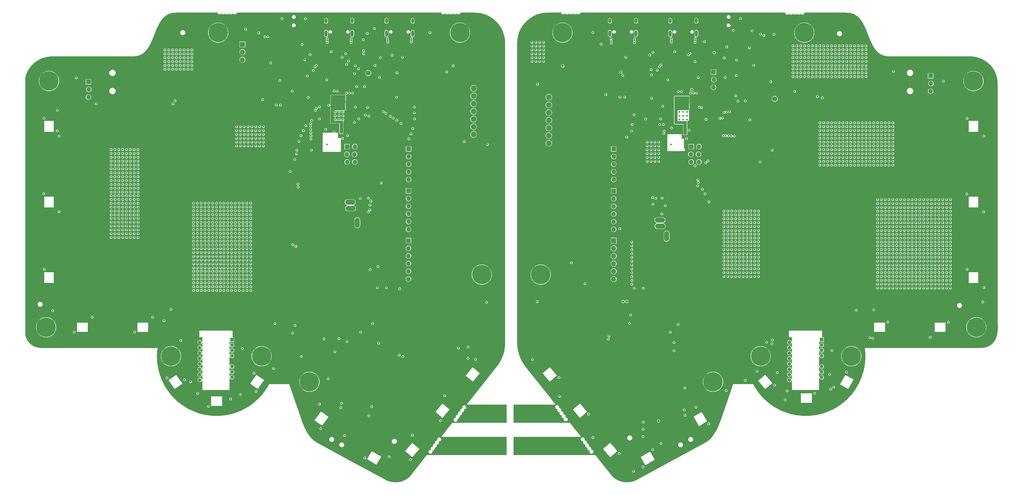
<source format=gbr>
%TF.GenerationSoftware,KiCad,Pcbnew,(6.99.0-4085-g6c752680d7)*%
%TF.CreationDate,2022-11-10T11:06:54+08:00*%
%TF.ProjectId,Rev2.4,52657632-2e34-42e6-9b69-6361645f7063,rev?*%
%TF.SameCoordinates,Original*%
%TF.FileFunction,Copper,L3,Inr*%
%TF.FilePolarity,Positive*%
%FSLAX46Y46*%
G04 Gerber Fmt 4.6, Leading zero omitted, Abs format (unit mm)*
G04 Created by KiCad (PCBNEW (6.99.0-4085-g6c752680d7)) date 2022-11-10 11:06:54*
%MOMM*%
%LPD*%
G01*
G04 APERTURE LIST*
%TA.AperFunction,ComponentPad*%
%ADD10C,1.700000*%
%TD*%
%TA.AperFunction,ComponentPad*%
%ADD11C,0.800000*%
%TD*%
%TA.AperFunction,ComponentPad*%
%ADD12C,6.400000*%
%TD*%
%TA.AperFunction,ComponentPad*%
%ADD13R,1.200000X1.200000*%
%TD*%
%TA.AperFunction,ComponentPad*%
%ADD14C,1.200000*%
%TD*%
%TA.AperFunction,ComponentPad*%
%ADD15R,1.700000X1.700000*%
%TD*%
%TA.AperFunction,ComponentPad*%
%ADD16O,1.700000X1.700000*%
%TD*%
%TA.AperFunction,ComponentPad*%
%ADD17O,3.352800X1.676400*%
%TD*%
%TA.AperFunction,ComponentPad*%
%ADD18R,1.524000X1.524000*%
%TD*%
%TA.AperFunction,ComponentPad*%
%ADD19O,1.524000X1.524000*%
%TD*%
%TA.AperFunction,ComponentPad*%
%ADD20O,1.676400X3.352800*%
%TD*%
%TA.AperFunction,ComponentPad*%
%ADD21O,1.000000X2.100000*%
%TD*%
%TA.AperFunction,ComponentPad*%
%ADD22O,1.000000X1.600000*%
%TD*%
%TA.AperFunction,ComponentPad*%
%ADD23C,1.879600*%
%TD*%
%TA.AperFunction,ComponentPad*%
%ADD24C,0.600000*%
%TD*%
%TA.AperFunction,ViaPad*%
%ADD25C,0.600000*%
%TD*%
%TA.AperFunction,ViaPad*%
%ADD26C,0.800000*%
%TD*%
G04 APERTURE END LIST*
D10*
%TO.N,LED_5v*%
%TO.C,J20*%
X162975000Y-64825000D03*
%TD*%
D11*
%TO.N,/SHIELD11*%
%TO.C,DRILL11*%
X361778405Y-148874002D03*
X362481349Y-147176946D03*
X362481349Y-150571058D03*
X364178405Y-146474002D03*
D12*
X364178405Y-148874002D03*
D11*
X364178405Y-151274002D03*
X365875461Y-147176946D03*
X365875461Y-150571058D03*
X366578405Y-148874002D03*
%TD*%
D13*
%TO.N,unconnected-(U12-NC)_1*%
%TO.C,U12*%
X313019372Y-152959292D03*
D14*
%TO.N,unconnected-(U12-NC)_4*%
X313019373Y-154739293D03*
%TO.N,Net-(U12-VDDPIX)*%
X313019373Y-156519293D03*
%TO.N,+1V8_R*%
X313019373Y-158299293D03*
%TO.N,+3V3_R*%
X313019373Y-160079293D03*
%TO.N,unconnected-(U12-NC)*%
X313019373Y-161859293D03*
%TO.N,unconnected-(U12-NRESET)*%
X313019373Y-163639293D03*
%TO.N,GND2*%
X313019373Y-165419293D03*
%TO.N,unconnected-(U12-MOTION)*%
X302319373Y-166309293D03*
%TO.N,SCK_R*%
X302319373Y-164529293D03*
%TO.N,MOSI_R*%
X302319373Y-162749293D03*
%TO.N,MISO_R*%
X302319373Y-160969293D03*
%TO.N,NCS_R*%
X302319373Y-159189293D03*
%TO.N,unconnected-(U12-NC)_2*%
X302319373Y-157409293D03*
%TO.N,Net-(U12-LED_P)*%
X302319373Y-155629293D03*
%TO.N,unconnected-(U12-NC)_3*%
X302319373Y-153849293D03*
%TD*%
D15*
%TO.N,+5V*%
%TO.C,J2*%
X121330002Y-55381999D03*
D16*
%TO.N,GND*%
X121330002Y-57921999D03*
%TO.N,LED_5v_OUT*%
X121330002Y-60461999D03*
%TD*%
D11*
%TO.N,/SHIELD1*%
%TO.C,DRILL1*%
X125294998Y-158456551D03*
X125997942Y-156759495D03*
X125997942Y-160153607D03*
X127694998Y-156056551D03*
D12*
X127694998Y-158456551D03*
D11*
X127694998Y-160856551D03*
X129392054Y-156759495D03*
X129392054Y-160153607D03*
X130094998Y-158456551D03*
%TD*%
%TO.N,/SHIELD3*%
%TO.C,DRILL3*%
X290415139Y-158456548D03*
X291118083Y-156759492D03*
X291118083Y-160153604D03*
X292815139Y-156056548D03*
D12*
X292815139Y-158456548D03*
D11*
X292815139Y-160856548D03*
X294512195Y-156759492D03*
X294512195Y-160153604D03*
X295215139Y-158456548D03*
%TD*%
D17*
%TO.N,OUT+_R*%
%TO.C,J29*%
X259474999Y-113439999D03*
%TD*%
D18*
%TO.N,col3_R*%
%TO.C,J11*%
X244204999Y-89891751D03*
D19*
%TO.N,row1_R*%
X244204999Y-92431751D03*
%TO.N,col2_R*%
X244204999Y-94971751D03*
%TO.N,col1_R*%
X244204999Y-97511751D03*
%TO.N,row2_R*%
X244204999Y-100051751D03*
%TD*%
D18*
%TO.N,+5V*%
%TO.C,J17*%
X155987002Y-89158199D03*
D19*
%TO.N,SWDIO*%
X158527002Y-89158199D03*
%TO.N,/Left/nRST*%
X155860002Y-91698199D03*
%TO.N,SWCLK*%
X158400002Y-91698199D03*
%TO.N,GND*%
X155987002Y-94238199D03*
%TO.N,unconnected-(J17-SWO{slash}TDO)*%
X158527002Y-94238199D03*
%TD*%
D20*
%TO.N,Net-(IC1-IN{slash}TRIG)*%
%TO.C,J25*%
X261694999Y-118769999D03*
%TD*%
D11*
%TO.N,/SHIELD12*%
%TO.C,DRILL12*%
X360839131Y-67679177D03*
X361391492Y-65927313D03*
X361687308Y-69308509D03*
X363020824Y-65079136D03*
D12*
X363229998Y-67470003D03*
D11*
X363439172Y-69860870D03*
X364772688Y-65631497D03*
X365068504Y-69012693D03*
X365620865Y-67260829D03*
%TD*%
D21*
%TO.N,Net-(J24-SHIELD)*%
%TO.C,J24*%
X251524999Y-51751751D03*
D22*
X251524999Y-47571751D03*
D21*
X242884999Y-51751751D03*
D22*
X242884999Y-47571751D03*
%TD*%
D17*
%TO.N,OUT-*%
%TO.C,J14*%
X157104999Y-109571751D03*
%TD*%
D11*
%TO.N,/SHIELD13*%
%TO.C,DRILL13*%
X304830003Y-51470001D03*
X305532947Y-49772945D03*
X305532947Y-53167057D03*
X307230003Y-49070001D03*
D12*
X307230003Y-51470001D03*
D11*
X307230003Y-53870001D03*
X308927059Y-49772945D03*
X308927059Y-53167057D03*
X309630003Y-51470001D03*
%TD*%
D18*
%TO.N,col3*%
%TO.C,J4*%
X176330002Y-89889999D03*
D19*
%TO.N,row1*%
X176330002Y-92429999D03*
%TO.N,col2*%
X176330002Y-94969999D03*
%TO.N,col1*%
X176330002Y-97509999D03*
%TO.N,row2*%
X176330002Y-100049999D03*
%TD*%
D18*
%TO.N,+5V_R*%
%TO.C,J28*%
X269831999Y-89159999D03*
D19*
%TO.N,SWDIO_R*%
X272371999Y-89159999D03*
%TO.N,/Right/nRST_R*%
X269704999Y-91699999D03*
%TO.N,SWCLK_R*%
X272244999Y-91699999D03*
%TO.N,GND2*%
X269831999Y-94239999D03*
%TO.N,unconnected-(J28-SWO{slash}TDO)*%
X272371999Y-94239999D03*
%TD*%
D18*
%TO.N,row4*%
%TO.C,J5*%
X176300002Y-103779999D03*
D19*
%TO.N,row3*%
X176300002Y-106319999D03*
%TO.N,col4*%
X176300002Y-108859999D03*
%TO.N,col5*%
X176300002Y-111399999D03*
%TO.N,col6*%
X176300002Y-113939999D03*
%TO.N,row5*%
X176300002Y-116479999D03*
%TD*%
D23*
%TO.N,+3V3_R*%
%TO.C,J16*%
X222725000Y-70281752D03*
%TO.N,GND2*%
X222725000Y-72821752D03*
%TO.N,MOSI_R*%
X222725000Y-75361752D03*
%TO.N,SCK_R*%
X222725000Y-77901752D03*
%TO.N,OLED_CS_R*%
X222725000Y-80441752D03*
%TO.N,DC_R*%
X222725000Y-82981752D03*
%TO.N,RST_R*%
X222725000Y-85521752D03*
%TO.N,LCD_BL_R*%
X222725000Y-88061752D03*
%TD*%
D24*
%TO.N,GND*%
%TO.C,U2*%
X152055003Y-77695000D03*
X152055003Y-78970000D03*
X152055003Y-80245000D03*
X153330003Y-77695000D03*
X153330003Y-78970000D03*
X153330003Y-80245000D03*
X154605003Y-77695000D03*
X154605003Y-78970000D03*
X154605003Y-80245000D03*
%TD*%
D10*
%TO.N,LED_5v_R*%
%TO.C,J31*%
X297505000Y-73371752D03*
%TD*%
D18*
%TO.N,+5V_R*%
%TO.C,J10*%
X349049999Y-65771499D03*
D19*
%TO.N,GND2*%
X349176999Y-68311499D03*
%TO.N,LED_5v_R_OUT*%
X349049999Y-70851499D03*
%TD*%
D18*
%TO.N,+5V*%
%TO.C,J21*%
X70374999Y-67709999D03*
D19*
%TO.N,GND*%
X70501999Y-70249999D03*
%TO.N,LED_5v_OUT*%
X70374999Y-72789999D03*
%TD*%
D21*
%TO.N,Net-(J30-SHIELD)*%
%TO.C,J30*%
X271524999Y-51751751D03*
D22*
X271524999Y-47571751D03*
D21*
X262884999Y-51751751D03*
D22*
X262884999Y-47571751D03*
%TD*%
D11*
%TO.N,/SHIELD14*%
%TO.C,DRILL14*%
X224830006Y-51470000D03*
X225532950Y-49772944D03*
X225532950Y-53167056D03*
X227230006Y-49070000D03*
D12*
X227230006Y-51470000D03*
D11*
X227230006Y-53870000D03*
X228927062Y-49772944D03*
X228927062Y-53167056D03*
X229630006Y-51470000D03*
%TD*%
%TO.N,/SHIELD4*%
%TO.C,DRILL4*%
X320415137Y-158456545D03*
X321118081Y-156759489D03*
X321118081Y-160153601D03*
X322815137Y-156056545D03*
D12*
X322815137Y-158456545D03*
D11*
X322815137Y-160856545D03*
X324512193Y-156759489D03*
X324512193Y-160153601D03*
X325215137Y-158456545D03*
%TD*%
D21*
%TO.N,Net-(J8-SHIELD)*%
%TO.C,J8*%
X177650002Y-51749999D03*
D22*
X177650002Y-47569999D03*
D21*
X169010002Y-51749999D03*
D22*
X169010002Y-47569999D03*
%TD*%
D11*
%TO.N,/SHIELD15*%
%TO.C,DRILL15*%
X217630001Y-131469996D03*
X218332945Y-129772940D03*
X218332945Y-133167052D03*
X220030001Y-129069996D03*
D12*
X220030001Y-131469996D03*
D11*
X220030001Y-133869996D03*
X221727057Y-129772940D03*
X221727057Y-133167052D03*
X222430001Y-131469996D03*
%TD*%
D17*
%TO.N,OUT-_R*%
%TO.C,J26*%
X259534999Y-115429999D03*
%TD*%
%TO.N,OUT+*%
%TO.C,J18*%
X157000202Y-107508349D03*
%TD*%
D11*
%TO.N,/SHIELD10*%
%TO.C,DRILL10*%
X141120003Y-166926301D03*
X141822947Y-165229245D03*
X141822947Y-168623357D03*
X143520003Y-164526301D03*
D12*
X143520003Y-166926301D03*
D11*
X143520003Y-169326301D03*
X145217059Y-165229245D03*
X145217059Y-168623357D03*
X145920003Y-166926301D03*
%TD*%
D18*
%TO.N,+5V_R*%
%TO.C,J9*%
X277204999Y-64487971D03*
D19*
%TO.N,GND2*%
X277331999Y-67027971D03*
%TO.N,LED_5v_R_OUT*%
X277204999Y-69567971D03*
%TD*%
D11*
%TO.N,/SHIELD5*%
%TO.C,DRILL5*%
X53982004Y-148874000D03*
X54684948Y-147176944D03*
X54684948Y-150571056D03*
X56382004Y-146474000D03*
D12*
X56382004Y-148874000D03*
D11*
X56382004Y-151274000D03*
X58079060Y-147176944D03*
X58079060Y-150571056D03*
X58782004Y-148874000D03*
%TD*%
D13*
%TO.N,unconnected-(U3-NC)_1*%
%TO.C,U3*%
X117899233Y-152959298D03*
D14*
%TO.N,unconnected-(U3-NC)_4*%
X117899234Y-154739299D03*
%TO.N,Net-(U3-VDDPIX)*%
X117899234Y-156519299D03*
%TO.N,+1V8*%
X117899234Y-158299299D03*
%TO.N,+3V3*%
X117899234Y-160079299D03*
%TO.N,unconnected-(U3-NC)*%
X117899234Y-161859299D03*
%TO.N,unconnected-(U3-NRESET)*%
X117899234Y-163639299D03*
%TO.N,GND*%
X117899234Y-165419299D03*
%TO.N,MOTION*%
X107199234Y-166309299D03*
%TO.N,SCK*%
X107199234Y-164529299D03*
%TO.N,MOSI*%
X107199234Y-162749299D03*
%TO.N,MISO*%
X107199234Y-160969299D03*
%TO.N,NCS*%
X107199234Y-159189299D03*
%TO.N,unconnected-(U3-NC)_2*%
X107199234Y-157409299D03*
%TO.N,Net-(U3-LED_P)*%
X107199234Y-155629299D03*
%TO.N,unconnected-(U3-NC)_3*%
X107199234Y-153849299D03*
%TD*%
D20*
%TO.N,Net-(IC2-IN{slash}TRIG)*%
%TO.C,J12*%
X159324999Y-114324999D03*
%TD*%
D11*
%TO.N,/SHIELD2*%
%TO.C,DRILL2*%
X95295000Y-158456554D03*
X95997944Y-156759498D03*
X95997944Y-160153610D03*
X97695000Y-156056554D03*
D12*
X97695000Y-158456554D03*
D11*
X97695000Y-160856554D03*
X99392056Y-156759498D03*
X99392056Y-160153610D03*
X100095000Y-158456554D03*
%TD*%
%TO.N,/SHIELD8*%
%TO.C,DRILL8*%
X190930003Y-51470000D03*
X191632947Y-49772944D03*
X191632947Y-53167056D03*
X193330003Y-49070000D03*
D12*
X193330003Y-51470000D03*
D11*
X193330003Y-53870000D03*
X195027059Y-49772944D03*
X195027059Y-53167056D03*
X195730003Y-51470000D03*
%TD*%
D24*
%TO.N,GND2*%
%TO.C,U9*%
X265930000Y-77696752D03*
X265930000Y-78971752D03*
X265930000Y-80246752D03*
X267205000Y-77696752D03*
X267205000Y-78971752D03*
X267205000Y-80246752D03*
X268480000Y-77696752D03*
X268480000Y-78971752D03*
X268480000Y-80246752D03*
%TD*%
D18*
%TO.N,col5*%
%TO.C,J1*%
X176260002Y-120229999D03*
D19*
%TO.N,col6*%
X176260002Y-122769999D03*
%TO.N,col4*%
X176260002Y-125309999D03*
%TO.N,row5*%
X176260002Y-127849999D03*
%TO.N,col2*%
X176260002Y-130389999D03*
%TO.N,col3*%
X176260002Y-132929999D03*
%TD*%
D18*
%TO.N,row4_R*%
%TO.C,J13*%
X244170002Y-103819999D03*
D19*
%TO.N,row3_R*%
X244170002Y-106359999D03*
%TO.N,col4_R*%
X244170002Y-108899999D03*
%TO.N,col5_R*%
X244170002Y-111439999D03*
%TO.N,col6_R*%
X244170002Y-113979999D03*
%TO.N,row5_R*%
X244170002Y-116519999D03*
%TD*%
D11*
%TO.N,/SHIELD9*%
%TO.C,DRILL9*%
X198130000Y-131469999D03*
X198832944Y-129772943D03*
X198832944Y-133167055D03*
X200530000Y-129069999D03*
D12*
X200530000Y-131469999D03*
D11*
X200530000Y-133869999D03*
X202227056Y-129772943D03*
X202227056Y-133167055D03*
X202930000Y-131469999D03*
%TD*%
D15*
%TO.N,col5_R*%
%TO.C,J7*%
X244180002Y-120249999D03*
D16*
%TO.N,col6_R*%
X244180002Y-122789999D03*
%TO.N,col4_R*%
X244180002Y-125329999D03*
%TO.N,row5_R*%
X244180002Y-127869999D03*
%TO.N,col2_R*%
X244180002Y-130409999D03*
%TO.N,col3_R*%
X244180002Y-132949999D03*
%TD*%
D21*
%TO.N,Net-(J19-SHIELD)*%
%TO.C,J19*%
X157650002Y-51749999D03*
D22*
X157650002Y-47569999D03*
D21*
X149010002Y-51749999D03*
D22*
X149010002Y-47569999D03*
%TD*%
D23*
%TO.N,+3V3*%
%TO.C,J6*%
X197810003Y-87660000D03*
%TO.N,GND*%
X197810003Y-85120000D03*
%TO.N,MOSI*%
X197810003Y-82580000D03*
%TO.N,SCK*%
X197810003Y-80040000D03*
%TO.N,OLED_CS*%
X197810003Y-77500000D03*
%TO.N,DC*%
X197810003Y-74960000D03*
%TO.N,RST*%
X197810003Y-72420000D03*
%TO.N,LCD_BL*%
X197810003Y-69880000D03*
%TD*%
D11*
%TO.N,/SHIELD16*%
%TO.C,DRILL16*%
X274639703Y-166926300D03*
X275342647Y-165229244D03*
X275342647Y-168623356D03*
X277039703Y-164526300D03*
D12*
X277039703Y-166926300D03*
D11*
X277039703Y-169326300D03*
X278736759Y-165229244D03*
X278736759Y-168623356D03*
X279439703Y-166926300D03*
%TD*%
%TO.N,/SHIELD6*%
%TO.C,DRILL6*%
X54930006Y-67470002D03*
X55632950Y-65772946D03*
X55632950Y-69167058D03*
X57330006Y-65070002D03*
D12*
X57330006Y-67470002D03*
D11*
X57330006Y-69870002D03*
X59027062Y-65772946D03*
X59027062Y-69167058D03*
X59730006Y-67470002D03*
%TD*%
%TO.N,/SHIELD7*%
%TO.C,DRILL7*%
X110930003Y-51470001D03*
X111632947Y-49772945D03*
X111632947Y-53167057D03*
X113330003Y-49070001D03*
D12*
X113330003Y-51470001D03*
D11*
X113330003Y-53870001D03*
X115027059Y-49772945D03*
X115027059Y-53167057D03*
X115730003Y-51470001D03*
%TD*%
D25*
%TO.N,AUDIO*%
X167225000Y-101150000D03*
X163175000Y-79100000D03*
%TO.N,GND*%
X122830000Y-126660000D03*
X77880000Y-102900000D03*
X77910000Y-112850000D03*
X114050000Y-135430000D03*
X80420000Y-101630000D03*
X79150000Y-90120000D03*
X125730000Y-85090000D03*
X124070000Y-114170000D03*
X191050000Y-62450000D03*
X81720000Y-115390000D03*
X155755003Y-71470000D03*
X106430000Y-126660000D03*
X86800000Y-116660000D03*
X122830000Y-130350000D03*
X107700000Y-124120000D03*
X124070000Y-120400000D03*
X108970000Y-130350000D03*
X100780000Y-63550000D03*
X100780000Y-59740000D03*
X105160000Y-134160000D03*
X118990000Y-112900000D03*
X125850000Y-170075000D03*
X106400000Y-111630000D03*
X110210000Y-107820000D03*
X84230000Y-91390000D03*
X120290000Y-135430000D03*
X115210000Y-126660000D03*
X107670000Y-121670000D03*
X107670000Y-114170000D03*
X112750000Y-112900000D03*
X84260000Y-106620000D03*
X106400000Y-116590000D03*
X82960000Y-100360000D03*
X107670000Y-116590000D03*
X119020000Y-130350000D03*
X114020000Y-111630000D03*
X106430000Y-134160000D03*
X107700000Y-132890000D03*
X110210000Y-110360000D03*
X80420000Y-102900000D03*
X103320000Y-57200000D03*
X121530000Y-121670000D03*
X80450000Y-116660000D03*
X84230000Y-92660000D03*
X82960000Y-96470000D03*
X79180000Y-114120000D03*
X142780003Y-65795000D03*
X86770000Y-96470000D03*
X128270000Y-85090000D03*
X118990000Y-115320000D03*
X169850000Y-191700000D03*
X117720000Y-112900000D03*
X106430000Y-124120000D03*
X79150000Y-101630000D03*
X120650000Y-86360000D03*
X77910000Y-116660000D03*
X112780000Y-122850000D03*
X81720000Y-112850000D03*
X85500000Y-91390000D03*
X124460000Y-88900000D03*
X79180000Y-115390000D03*
X133710003Y-67280000D03*
X111480000Y-111630000D03*
X84230000Y-97820000D03*
X122830000Y-135430000D03*
X198425000Y-159475000D03*
X119020000Y-129200000D03*
X114050000Y-132890000D03*
X116480000Y-129200000D03*
X120290000Y-136700000D03*
X120260000Y-112900000D03*
X157275000Y-54700000D03*
X111510000Y-132890000D03*
X81690000Y-91390000D03*
X122800000Y-110360000D03*
X85530000Y-110430000D03*
X111510000Y-131620000D03*
X77880000Y-90120000D03*
X122830000Y-132890000D03*
X114050000Y-122850000D03*
X121560000Y-124120000D03*
X115210000Y-129200000D03*
X120290000Y-125390000D03*
X119020000Y-131620000D03*
X115180000Y-115320000D03*
X81690000Y-90120000D03*
X85500000Y-104170000D03*
X124070000Y-107820000D03*
X107700000Y-135430000D03*
X117750000Y-135430000D03*
X79180000Y-116660000D03*
X84230000Y-90120000D03*
X106400000Y-112900000D03*
X102050000Y-58470000D03*
X85500000Y-90120000D03*
X86770000Y-102900000D03*
X81690000Y-95200000D03*
X106430000Y-122850000D03*
X126755000Y-51521752D03*
X122830000Y-136700000D03*
X60650000Y-85700000D03*
X127000000Y-87630000D03*
X104590000Y-58470000D03*
X106400000Y-120400000D03*
X117750000Y-130350000D03*
X121530000Y-114170000D03*
X80450000Y-115390000D03*
X111510000Y-135430000D03*
X80450000Y-110430000D03*
X96970000Y-59740000D03*
X86770000Y-92660000D03*
X149230003Y-67020000D03*
X186875000Y-179750000D03*
X116450000Y-117860000D03*
X165180000Y-62296752D03*
X118990000Y-117860000D03*
X98240000Y-61010000D03*
X105130000Y-110360000D03*
X124100000Y-134160000D03*
X120650000Y-83820000D03*
X110240000Y-129200000D03*
X122800000Y-119130000D03*
X116480000Y-130350000D03*
X156730003Y-71470000D03*
X124070000Y-117860000D03*
X106430000Y-136700000D03*
X118990000Y-116590000D03*
X121560000Y-136700000D03*
X119020000Y-134160000D03*
X79150000Y-93930000D03*
X80420000Y-95200000D03*
X117720000Y-115320000D03*
X143680003Y-58695000D03*
X105130000Y-115320000D03*
X143075000Y-72900000D03*
X96970000Y-58470000D03*
X102050000Y-57200000D03*
X124100000Y-135430000D03*
X110240000Y-131620000D03*
X121530000Y-111630000D03*
X84230000Y-100360000D03*
X121560000Y-127930000D03*
X119020000Y-126660000D03*
X80420000Y-100360000D03*
X108970000Y-122850000D03*
X105160000Y-124120000D03*
X125730000Y-86360000D03*
X122830000Y-134160000D03*
X81720000Y-106620000D03*
X110240000Y-126660000D03*
X86800000Y-105350000D03*
X95700000Y-61010000D03*
X108970000Y-131620000D03*
X120290000Y-126660000D03*
X80420000Y-97820000D03*
X106430000Y-130350000D03*
X144755003Y-63945000D03*
X124100000Y-122850000D03*
X172300000Y-72825000D03*
X80450000Y-105350000D03*
X108970000Y-136700000D03*
X121530000Y-109090000D03*
X84260000Y-117930000D03*
X97693506Y-142981498D03*
X116480000Y-136700000D03*
X124460000Y-82550000D03*
X77910000Y-114120000D03*
X85530000Y-116660000D03*
X116480000Y-135430000D03*
X105130000Y-117860000D03*
X111480000Y-110360000D03*
X82990000Y-112850000D03*
X77880000Y-104170000D03*
X82960000Y-95200000D03*
X82960000Y-104170000D03*
X114020000Y-121670000D03*
X120290000Y-129200000D03*
X108940000Y-112900000D03*
X115180000Y-114170000D03*
X127000000Y-86360000D03*
X111510000Y-129200000D03*
X145755003Y-62345000D03*
X84230000Y-96470000D03*
X119020000Y-127930000D03*
X100780000Y-58470000D03*
X120260000Y-107820000D03*
X105160000Y-131620000D03*
X115210000Y-127930000D03*
X151675000Y-70750000D03*
X85500000Y-96470000D03*
X105130000Y-121670000D03*
X80420000Y-93930000D03*
X146805003Y-76020000D03*
X85530000Y-117930000D03*
X105130000Y-114170000D03*
X82960000Y-90120000D03*
X125730000Y-87630000D03*
X106400000Y-114170000D03*
X115180000Y-121670000D03*
X102050000Y-61010000D03*
X116450000Y-107820000D03*
X82960000Y-93930000D03*
X104590000Y-61010000D03*
X115210000Y-134160000D03*
X121920000Y-86360000D03*
X165005000Y-50071752D03*
X121560000Y-129200000D03*
X116480000Y-131620000D03*
X177225000Y-54625000D03*
X106400000Y-109090000D03*
X108940000Y-109090000D03*
X107700000Y-125390000D03*
X116450000Y-111630000D03*
X152700000Y-70775000D03*
X77910000Y-119200000D03*
X81720000Y-116660000D03*
X112780000Y-130350000D03*
X116480000Y-127930000D03*
X98240000Y-58470000D03*
X99510000Y-61010000D03*
X114050000Y-127930000D03*
X112750000Y-114170000D03*
X149355001Y-88394999D03*
X100780000Y-57200000D03*
X115210000Y-122850000D03*
X118990000Y-121670000D03*
X77910000Y-109160000D03*
X60650000Y-110700000D03*
X77880000Y-92660000D03*
X107670000Y-111630000D03*
X80450000Y-117930000D03*
X124070000Y-119130000D03*
X117750000Y-125390000D03*
X110210000Y-117860000D03*
X84260000Y-109160000D03*
X155500000Y-58400000D03*
X112780000Y-136700000D03*
X79150000Y-100360000D03*
X119380000Y-82550000D03*
X121560000Y-126660000D03*
X95700000Y-59740000D03*
X116450000Y-119130000D03*
X81720000Y-107890000D03*
X121920000Y-88900000D03*
X114020000Y-107820000D03*
X169400000Y-54050000D03*
X115210000Y-136700000D03*
X114020000Y-119130000D03*
X145330003Y-62770000D03*
X79150000Y-92660000D03*
X120260000Y-111630000D03*
X55675000Y-79775000D03*
X149375000Y-53475000D03*
X80450000Y-109160000D03*
X80420000Y-104170000D03*
X105130000Y-111630000D03*
X82990000Y-115390000D03*
X157730003Y-71470000D03*
X86800000Y-117930000D03*
X108940000Y-114170000D03*
X77910000Y-111700000D03*
X120290000Y-127930000D03*
X121920000Y-87630000D03*
X122800000Y-114170000D03*
X85530000Y-107890000D03*
X112780000Y-129200000D03*
X106430000Y-131620000D03*
X117720000Y-121670000D03*
X79150000Y-95200000D03*
X120290000Y-122850000D03*
X118990000Y-107820000D03*
X84230000Y-102900000D03*
X158670000Y-62393248D03*
X112750000Y-119130000D03*
X82960000Y-92660000D03*
X119020000Y-132890000D03*
X121530000Y-112900000D03*
X86770000Y-90120000D03*
X115210000Y-131620000D03*
X105130000Y-112900000D03*
X122830000Y-122850000D03*
X86800000Y-119200000D03*
X117720000Y-120400000D03*
X118990000Y-111630000D03*
X77880000Y-95200000D03*
X77880000Y-97820000D03*
X112750000Y-107820000D03*
X80420000Y-91390000D03*
X124460000Y-85090000D03*
X107670000Y-117860000D03*
X80420000Y-96470000D03*
X120260000Y-115320000D03*
X112750000Y-111630000D03*
X127000000Y-82550000D03*
X151580003Y-84320000D03*
X106400000Y-119130000D03*
X114020000Y-112900000D03*
X114050000Y-130350000D03*
X110240000Y-124120000D03*
X124460000Y-86360000D03*
X80450000Y-106620000D03*
X79150000Y-96470000D03*
X77880000Y-99090000D03*
X119020000Y-136700000D03*
X108940000Y-120400000D03*
X124100000Y-129200000D03*
X127000000Y-88900000D03*
X105160000Y-127930000D03*
X112780000Y-126660000D03*
X96970000Y-62280000D03*
X176975000Y-192625000D03*
X82990000Y-109160000D03*
X121560000Y-131620000D03*
X86770000Y-99090000D03*
X111480000Y-121670000D03*
X172505000Y-64721752D03*
X115180000Y-111630000D03*
X95700000Y-57200000D03*
X120260000Y-114170000D03*
X124100000Y-132890000D03*
X120650000Y-88900000D03*
X107670000Y-112900000D03*
X106430000Y-129200000D03*
X121560000Y-122850000D03*
X84260000Y-115390000D03*
X122830000Y-125390000D03*
X121530000Y-120400000D03*
X120650000Y-82550000D03*
X177275000Y-53375000D03*
X127000000Y-83820000D03*
X122830000Y-131620000D03*
X85530000Y-119200000D03*
X107670000Y-110360000D03*
X85530000Y-112850000D03*
X86800000Y-110430000D03*
X105160000Y-132890000D03*
X124100000Y-126660000D03*
X85500000Y-99090000D03*
X125730000Y-83820000D03*
X111480000Y-115320000D03*
X104590000Y-63550000D03*
X85530000Y-111700000D03*
X79180000Y-117930000D03*
X84260000Y-105350000D03*
X132075002Y-147650000D03*
X124100000Y-136700000D03*
X103320000Y-61010000D03*
X122800000Y-117860000D03*
X105130000Y-116590000D03*
X122800000Y-116590000D03*
X174300000Y-59600000D03*
X165975000Y-135800000D03*
X85500000Y-101630000D03*
X77880000Y-101630000D03*
X123190000Y-87630000D03*
X118990000Y-110360000D03*
X111480000Y-117860000D03*
X111510000Y-125390000D03*
X111480000Y-107820000D03*
X183375000Y-51450000D03*
X80420000Y-92660000D03*
X188275000Y-171525000D03*
X86770000Y-101630000D03*
X117720000Y-116590000D03*
X161699997Y-69308504D03*
X108940000Y-119130000D03*
X117720000Y-117860000D03*
X120290000Y-134160000D03*
X125730000Y-82550000D03*
X108940000Y-110360000D03*
X124070000Y-116590000D03*
X119020000Y-122850000D03*
X85500000Y-93930000D03*
X108940000Y-116590000D03*
X115210000Y-135430000D03*
X111480000Y-114170000D03*
X86800000Y-107890000D03*
X119380000Y-87630000D03*
X117720000Y-107820000D03*
X121920000Y-85090000D03*
X85530000Y-109160000D03*
X103320000Y-63550000D03*
X112750000Y-121670000D03*
X116450000Y-110360000D03*
X79180000Y-109160000D03*
X85530000Y-115390000D03*
X114020000Y-109090000D03*
X122425000Y-50325000D03*
X110210000Y-114170000D03*
X119380000Y-88900000D03*
X112750000Y-120400000D03*
X86800000Y-115390000D03*
X105160000Y-122850000D03*
X114020000Y-115320000D03*
X122800000Y-120400000D03*
X124460000Y-87630000D03*
X116450000Y-121670000D03*
X102050000Y-59740000D03*
X107670000Y-119130000D03*
X82960000Y-101630000D03*
X79180000Y-119200000D03*
X122830000Y-127930000D03*
X112750000Y-117860000D03*
X80450000Y-107890000D03*
X80420000Y-90120000D03*
X95700000Y-63550000D03*
X118990000Y-119130000D03*
X112780000Y-132890000D03*
X99510000Y-59740000D03*
X114050000Y-125390000D03*
X123190000Y-83820000D03*
X81690000Y-99090000D03*
X102050000Y-63550000D03*
X123190000Y-85090000D03*
X108970000Y-135430000D03*
X112750000Y-116590000D03*
X81720000Y-111700000D03*
X128270000Y-88900000D03*
X77910000Y-110430000D03*
X77910000Y-106620000D03*
X100780000Y-62280000D03*
X86770000Y-97820000D03*
X79150000Y-99090000D03*
X163525000Y-108500000D03*
X80450000Y-111700000D03*
X114020000Y-120400000D03*
X107670000Y-120400000D03*
X115210000Y-130350000D03*
X105130000Y-120400000D03*
X77910000Y-117930000D03*
X120260000Y-117860000D03*
X84260000Y-114120000D03*
X82990000Y-119200000D03*
X161325000Y-53800000D03*
X55600000Y-104700000D03*
X120650000Y-87630000D03*
X202100000Y-140650000D03*
X111510000Y-130350000D03*
X115180000Y-107820000D03*
X120290000Y-124120000D03*
X117750000Y-126660000D03*
X112780000Y-135430000D03*
X107700000Y-134160000D03*
X81690000Y-104170000D03*
X122800000Y-115320000D03*
X82990000Y-111700000D03*
X115180000Y-109090000D03*
X110240000Y-125390000D03*
X114050000Y-134160000D03*
X122830000Y-124120000D03*
X108940000Y-121670000D03*
X108970000Y-132890000D03*
X121560000Y-135430000D03*
X123190000Y-82550000D03*
X85500000Y-97820000D03*
X121530000Y-117860000D03*
X81720000Y-105350000D03*
X104590000Y-62280000D03*
X80420000Y-99090000D03*
X111510000Y-136700000D03*
X122830000Y-129200000D03*
X103320000Y-62280000D03*
X146805003Y-79970000D03*
X98240000Y-57200000D03*
X121530000Y-116590000D03*
X96970000Y-63550000D03*
X80450000Y-112850000D03*
X85500000Y-92660000D03*
X120260000Y-116590000D03*
X77880000Y-96470000D03*
X85530000Y-105350000D03*
X117750000Y-124120000D03*
X79150000Y-102900000D03*
X111480000Y-109090000D03*
X77910000Y-115390000D03*
X192800000Y-155700000D03*
X86770000Y-93930000D03*
X110240000Y-134160000D03*
X86770000Y-100360000D03*
X123190000Y-86360000D03*
X84260000Y-112850000D03*
X108940000Y-111630000D03*
X106400000Y-107820000D03*
X106400000Y-115320000D03*
X117720000Y-111630000D03*
X112780000Y-125390000D03*
X117750000Y-129200000D03*
X66375000Y-66375000D03*
X122800000Y-109090000D03*
X117720000Y-109090000D03*
X147200000Y-182375000D03*
X177550000Y-184550000D03*
X105130000Y-109090000D03*
X154430003Y-86470000D03*
X84260000Y-119200000D03*
X108970000Y-124120000D03*
X121325000Y-155875000D03*
X110210000Y-109090000D03*
X162950000Y-110750000D03*
X81690000Y-100360000D03*
X107670000Y-115320000D03*
X85500000Y-102900000D03*
X85500000Y-100360000D03*
X116480000Y-126660000D03*
X96970000Y-57200000D03*
X86770000Y-95200000D03*
X124070000Y-111630000D03*
X82990000Y-107890000D03*
X107700000Y-130350000D03*
X110210000Y-119130000D03*
X105160000Y-125390000D03*
X55750000Y-129700000D03*
X108940000Y-117860000D03*
X71600000Y-145550000D03*
X121560000Y-125390000D03*
X114020000Y-114170000D03*
X117750000Y-132890000D03*
X117750000Y-134160000D03*
X124070000Y-109090000D03*
X115180000Y-112900000D03*
X121560000Y-132890000D03*
X82990000Y-110430000D03*
X82990000Y-114120000D03*
X105130000Y-119130000D03*
X117750000Y-127930000D03*
X84260000Y-107890000D03*
X112780000Y-127930000D03*
X110210000Y-120400000D03*
X120290000Y-130350000D03*
X84230000Y-95200000D03*
X103320000Y-59740000D03*
X84230000Y-104170000D03*
X108970000Y-129200000D03*
X107670000Y-107820000D03*
X117750000Y-131620000D03*
X81690000Y-92660000D03*
X114050000Y-124120000D03*
X125125000Y-164050000D03*
X99510000Y-58470000D03*
X105160000Y-130350000D03*
X117750000Y-122850000D03*
X115180000Y-110360000D03*
X95700000Y-58470000D03*
X82990000Y-117930000D03*
X122800000Y-112900000D03*
X111480000Y-116590000D03*
X115210000Y-132890000D03*
X84230000Y-99090000D03*
X124070000Y-112900000D03*
X99510000Y-63550000D03*
X124070000Y-121670000D03*
X99510000Y-62280000D03*
X81690000Y-96470000D03*
X115180000Y-119130000D03*
X117720000Y-114170000D03*
X116450000Y-115320000D03*
X108970000Y-126660000D03*
X166930000Y-59696752D03*
X95700000Y-62280000D03*
X85650000Y-150475000D03*
X116450000Y-114170000D03*
X120260000Y-109090000D03*
X140800000Y-158500000D03*
X115210000Y-124120000D03*
X123190000Y-88900000D03*
X79180000Y-107890000D03*
X119020000Y-135430000D03*
X82990000Y-106620000D03*
X119020000Y-124120000D03*
X108970000Y-125390000D03*
X128270000Y-82550000D03*
X164425000Y-147675000D03*
X124100000Y-125390000D03*
X114020000Y-117860000D03*
X106430000Y-132890000D03*
X116450000Y-112900000D03*
X104150000Y-166875000D03*
X105130000Y-107820000D03*
X82960000Y-99090000D03*
X124100000Y-127930000D03*
X120290000Y-132890000D03*
X111510000Y-134160000D03*
X106430000Y-125390000D03*
X82960000Y-91390000D03*
X128270000Y-87630000D03*
X86800000Y-109160000D03*
X99510000Y-57200000D03*
X84260000Y-110430000D03*
X118990000Y-120400000D03*
X121530000Y-119130000D03*
X79180000Y-112850000D03*
X108940000Y-115320000D03*
X107700000Y-126660000D03*
X120260000Y-119130000D03*
X117750000Y-136700000D03*
X108970000Y-134160000D03*
X125730000Y-88900000D03*
X98240000Y-62280000D03*
X156425000Y-60850000D03*
X112780000Y-131620000D03*
X116480000Y-125390000D03*
X110240000Y-132890000D03*
X84230000Y-101630000D03*
X85530000Y-114120000D03*
X106400000Y-117860000D03*
X115180000Y-117860000D03*
X105160000Y-135430000D03*
X161875000Y-192075000D03*
X117720000Y-119130000D03*
X119380000Y-83820000D03*
X81690000Y-93930000D03*
X104590000Y-57200000D03*
X122800000Y-111630000D03*
X118990000Y-114170000D03*
X114050000Y-129200000D03*
X114050000Y-136700000D03*
X110240000Y-127930000D03*
X116450000Y-109090000D03*
X110100000Y-175000000D03*
X124070000Y-110360000D03*
X103320000Y-58470000D03*
X157325000Y-54100000D03*
X81720000Y-119200000D03*
X120575000Y-171125000D03*
X111510000Y-122850000D03*
X107700000Y-129200000D03*
X82990000Y-105350000D03*
X114020000Y-116590000D03*
X110210000Y-115320000D03*
X107670000Y-109090000D03*
X107700000Y-127930000D03*
X114050000Y-131620000D03*
X124070000Y-115320000D03*
X111480000Y-112900000D03*
X86800000Y-111700000D03*
X86770000Y-104170000D03*
X169475000Y-54650000D03*
X110210000Y-111630000D03*
X110210000Y-121670000D03*
X120260000Y-120400000D03*
X120290000Y-131620000D03*
X102050000Y-62280000D03*
X121920000Y-82550000D03*
X108970000Y-127930000D03*
X168975000Y-135800000D03*
X79180000Y-105350000D03*
X98240000Y-63550000D03*
X149660000Y-165910000D03*
X84260000Y-111700000D03*
X79180000Y-110430000D03*
X124100000Y-124120000D03*
X128030003Y-73610000D03*
X120260000Y-110360000D03*
X106400000Y-110360000D03*
X162975000Y-106200000D03*
X127000000Y-85090000D03*
X119020000Y-125390000D03*
X112750000Y-110360000D03*
X82990000Y-116660000D03*
X65675000Y-150475000D03*
X115210000Y-125390000D03*
X114020000Y-110360000D03*
X106400000Y-121670000D03*
X128270000Y-83820000D03*
X80450000Y-114120000D03*
X107700000Y-122850000D03*
X82960000Y-102900000D03*
X79150000Y-97820000D03*
X114050000Y-126660000D03*
X111480000Y-119130000D03*
X81690000Y-102900000D03*
X77880000Y-93930000D03*
X177250000Y-54000000D03*
X124460000Y-83820000D03*
X158655003Y-76070000D03*
X91625000Y-145525000D03*
X169350000Y-53450000D03*
X122800000Y-107820000D03*
X116480000Y-124120000D03*
X150700000Y-57800000D03*
X107700000Y-131620000D03*
X142175000Y-46850000D03*
X115180000Y-116590000D03*
X77910000Y-107890000D03*
X128270000Y-86360000D03*
X105160000Y-126660000D03*
X104590000Y-59740000D03*
X82960000Y-97820000D03*
X84230000Y-93930000D03*
X202450000Y-88475000D03*
X96375000Y-165625000D03*
X121530000Y-115320000D03*
X110240000Y-130350000D03*
X81720000Y-109160000D03*
X159124997Y-69308504D03*
X110240000Y-122850000D03*
X106430000Y-135430000D03*
X85500000Y-95200000D03*
X81720000Y-117930000D03*
X112750000Y-109090000D03*
X58575000Y-143375000D03*
X111510000Y-126660000D03*
X121560000Y-130350000D03*
X85530000Y-106620000D03*
X105160000Y-136700000D03*
X79150000Y-91390000D03*
X86800000Y-112850000D03*
X112750000Y-115320000D03*
X96970000Y-61010000D03*
X116480000Y-134160000D03*
X86770000Y-91390000D03*
X157350000Y-53500000D03*
X120650000Y-85090000D03*
X162637500Y-51711250D03*
X84260000Y-116660000D03*
X160425000Y-150475000D03*
X108940000Y-107820000D03*
X106430000Y-127930000D03*
X159830003Y-79970000D03*
X111510000Y-124120000D03*
X77880000Y-100360000D03*
X115180000Y-120400000D03*
X81690000Y-101630000D03*
X86800000Y-106620000D03*
X80450000Y-119200000D03*
X110210000Y-116590000D03*
X116450000Y-120400000D03*
X116480000Y-122850000D03*
X79150000Y-104170000D03*
X77880000Y-91390000D03*
X149425000Y-54725000D03*
X105160000Y-129200000D03*
X110240000Y-135430000D03*
X116450000Y-116590000D03*
X121560000Y-134160000D03*
X117720000Y-110360000D03*
X118990000Y-109090000D03*
X79180000Y-106620000D03*
X149375000Y-54100000D03*
X100780000Y-61010000D03*
X120260000Y-121670000D03*
X121530000Y-107820000D03*
X81690000Y-97820000D03*
X121920000Y-83820000D03*
X154300000Y-59600000D03*
X119380000Y-86360000D03*
X122800000Y-121670000D03*
X98240000Y-59740000D03*
X81720000Y-110430000D03*
X124100000Y-131620000D03*
X77910000Y-105350000D03*
X111480000Y-120400000D03*
X138725003Y-148275000D03*
X124100000Y-130350000D03*
X112780000Y-124120000D03*
X107700000Y-136700000D03*
X112780000Y-134160000D03*
X110240000Y-136700000D03*
X79180000Y-111700000D03*
X119380000Y-85090000D03*
X134425000Y-46825000D03*
X158449997Y-65008504D03*
X81720000Y-114120000D03*
X110210000Y-112900000D03*
X116480000Y-132890000D03*
X86800000Y-114120000D03*
X121530000Y-110360000D03*
X111510000Y-127930000D03*
%TO.N,AUDIO_R*%
X289225000Y-80300000D03*
X273500000Y-103275000D03*
%TO.N,+5V*%
X102175000Y-166225000D03*
X166700000Y-66275000D03*
X106525000Y-170750000D03*
X164150000Y-175125000D03*
X170850000Y-58900000D03*
X137850000Y-150800000D03*
X100925000Y-153225000D03*
X131675000Y-162475000D03*
X60075000Y-77125000D03*
X154100000Y-174000000D03*
X146825000Y-174275000D03*
X60050000Y-83925000D03*
X141050000Y-55375000D03*
X117424994Y-172595006D03*
%TO.N,+5V_R*%
X267500000Y-176200000D03*
X329900000Y-152500000D03*
X271925000Y-102150000D03*
X253900000Y-195000000D03*
X271100000Y-95450000D03*
X256130003Y-58880000D03*
X316980000Y-168650000D03*
X296600000Y-90325000D03*
D26*
X277450003Y-58090000D03*
D25*
X292575000Y-94250000D03*
%TO.N,GND2*%
X288290000Y-119340000D03*
X217170000Y-57150000D03*
X307340000Y-64730000D03*
X292100000Y-130800000D03*
X309880000Y-60950000D03*
X306070000Y-63460000D03*
X265478500Y-147900001D03*
X324424098Y-143205998D03*
X339090000Y-125710000D03*
X280760003Y-59830000D03*
X326390000Y-93990000D03*
X261225000Y-108610000D03*
X325120000Y-60950000D03*
X354330000Y-107940000D03*
X354900000Y-147200000D03*
X316230000Y-86370000D03*
X280670000Y-116840000D03*
X361100000Y-79800000D03*
X355600000Y-134610000D03*
X269400000Y-58400000D03*
X281940000Y-110450000D03*
X344170000Y-125710000D03*
X346710000Y-129500000D03*
X284480000Y-126960000D03*
X289560000Y-130800000D03*
X285750000Y-128240000D03*
X353060000Y-106670000D03*
X284480000Y-116840000D03*
X313690000Y-63460000D03*
X314960000Y-62230000D03*
X321310000Y-95270000D03*
X350520000Y-107940000D03*
X334010000Y-86370000D03*
X342900000Y-121880000D03*
X332740000Y-110500000D03*
X304800000Y-66010000D03*
X331470000Y-95270000D03*
X288290000Y-113000000D03*
X335280000Y-87650000D03*
X322580000Y-82530000D03*
X220980000Y-59690000D03*
X336550000Y-88880000D03*
X339090000Y-118120000D03*
X314960000Y-87650000D03*
X255270000Y-87630000D03*
X342900000Y-114290000D03*
X320040000Y-83810000D03*
X322580000Y-87650000D03*
X313690000Y-57110000D03*
X330200000Y-82530000D03*
X335280000Y-83810000D03*
X317500000Y-90150000D03*
X318770000Y-63460000D03*
X337820000Y-109220000D03*
X336550000Y-115560000D03*
X339090000Y-120680000D03*
X340360000Y-130770000D03*
X281940000Y-129520000D03*
X323850000Y-90150000D03*
X312420000Y-91430000D03*
X328930000Y-87650000D03*
X355600000Y-128270000D03*
X337820000Y-120680000D03*
X287020000Y-130800000D03*
X344170000Y-128270000D03*
X250962780Y-135985714D03*
X321310000Y-82530000D03*
X332740000Y-133330000D03*
X354330000Y-116840000D03*
X323850000Y-81260000D03*
X304800000Y-64730000D03*
X311150000Y-59670000D03*
X336550000Y-134610000D03*
X288290000Y-123180000D03*
X339090000Y-114290000D03*
X327660000Y-64730000D03*
X349250000Y-115560000D03*
X320040000Y-62230000D03*
X312420000Y-64730000D03*
X350520000Y-116840000D03*
X341630000Y-113060000D03*
X327660000Y-81260000D03*
X344170000Y-111780000D03*
X313690000Y-93990000D03*
X342900000Y-113060000D03*
X297400000Y-168000000D03*
X281605000Y-56171752D03*
X337820000Y-116840000D03*
X331470000Y-91430000D03*
X289560000Y-120620000D03*
X309880000Y-55840000D03*
X288290000Y-124460000D03*
X218440000Y-59690000D03*
X345440000Y-109220000D03*
X327660000Y-88880000D03*
X346710000Y-135890000D03*
X318770000Y-83810000D03*
X317500000Y-83810000D03*
X321310000Y-93990000D03*
X336550000Y-123150000D03*
X331470000Y-85090000D03*
X250190000Y-120650000D03*
X349250000Y-134610000D03*
X337820000Y-134610000D03*
X341630000Y-111780000D03*
X341630000Y-133330000D03*
X346710000Y-107940000D03*
X345440000Y-132050000D03*
X331470000Y-133330000D03*
X322580000Y-62230000D03*
X332740000Y-123150000D03*
X274742506Y-80143248D03*
X287020000Y-124460000D03*
X308610000Y-59670000D03*
X331470000Y-132050000D03*
X326390000Y-85090000D03*
X342900000Y-120680000D03*
X326390000Y-82530000D03*
X220980000Y-55880000D03*
X354330000Y-110500000D03*
X351790000Y-115560000D03*
X332740000Y-87650000D03*
X284750000Y-65650000D03*
X316230000Y-82530000D03*
X317500000Y-81260000D03*
X288290000Y-121900000D03*
X342900000Y-119400000D03*
X322580000Y-91430000D03*
X336550000Y-124430000D03*
X303530000Y-55840000D03*
X280670000Y-111720000D03*
X353060000Y-124430000D03*
X284480000Y-125690000D03*
X327660000Y-85090000D03*
X290830000Y-126960000D03*
X346710000Y-126990000D03*
X250190000Y-133380000D03*
X309880000Y-57110000D03*
X316230000Y-58390000D03*
X336550000Y-120680000D03*
X287020000Y-111720000D03*
X303530000Y-59670000D03*
X289560000Y-123180000D03*
X330200000Y-93990000D03*
X290830000Y-129520000D03*
X320040000Y-92710000D03*
X340360000Y-106670000D03*
X321310000Y-66010000D03*
X316230000Y-57110000D03*
X312420000Y-90150000D03*
X332740000Y-128270000D03*
X350520000Y-118120000D03*
X304800000Y-63460000D03*
X308610000Y-60950000D03*
X336550000Y-121880000D03*
X256680003Y-65395000D03*
X347980000Y-119400000D03*
X285750000Y-125690000D03*
X341630000Y-115560000D03*
X328930000Y-95270000D03*
X344170000Y-113060000D03*
X314960000Y-85090000D03*
X321310000Y-88880000D03*
X325120000Y-81260000D03*
X351790000Y-124430000D03*
X342900000Y-110500000D03*
X340360000Y-121880000D03*
X281940000Y-115560000D03*
X339090000Y-133330000D03*
X325120000Y-57110000D03*
X332740000Y-83810000D03*
X328930000Y-91430000D03*
X255270000Y-90170000D03*
X284480000Y-113000000D03*
X342900000Y-130770000D03*
X328930000Y-82530000D03*
X325120000Y-58390000D03*
X287020000Y-113000000D03*
X332740000Y-126990000D03*
X345440000Y-125710000D03*
X280670000Y-120620000D03*
X344170000Y-135890000D03*
X316230000Y-63460000D03*
X328930000Y-81260000D03*
X336550000Y-135890000D03*
X321310000Y-63460000D03*
X353060000Y-113060000D03*
X337820000Y-115560000D03*
X325120000Y-66010000D03*
X330200000Y-86370000D03*
X251100000Y-54100000D03*
X250190000Y-134660000D03*
X314960000Y-63460000D03*
X334010000Y-114290000D03*
X339090000Y-129500000D03*
X320040000Y-87650000D03*
X349250000Y-128270000D03*
X292100000Y-111720000D03*
X321310000Y-81260000D03*
X237300000Y-185300000D03*
X321310000Y-60950000D03*
X332740000Y-125710000D03*
X331470000Y-82530000D03*
X341630000Y-109220000D03*
X339090000Y-130770000D03*
X351790000Y-110500000D03*
X320040000Y-81260000D03*
X289560000Y-118070000D03*
X262878499Y-150500000D03*
X355600000Y-132050000D03*
X340360000Y-134610000D03*
X349250000Y-120680000D03*
X335280000Y-121880000D03*
X284480000Y-130800000D03*
X330200000Y-81260000D03*
X345440000Y-124430000D03*
X280670000Y-113000000D03*
X340360000Y-107940000D03*
X280670000Y-128240000D03*
X336550000Y-91430000D03*
X331470000Y-113060000D03*
X326390000Y-83810000D03*
X316230000Y-83810000D03*
X313690000Y-81260000D03*
X318770000Y-66010000D03*
X341630000Y-114290000D03*
X271140003Y-54100000D03*
X281940000Y-114280000D03*
X306070000Y-59670000D03*
X312420000Y-57110000D03*
X220980000Y-54610000D03*
X336550000Y-86370000D03*
X340360000Y-110500000D03*
X288290000Y-118070000D03*
X289080002Y-56470600D03*
X259080000Y-93980000D03*
X285300003Y-74110000D03*
X217300000Y-159500000D03*
X235900000Y-177600000D03*
X288290000Y-116840000D03*
X326390000Y-95270000D03*
X346710000Y-116840000D03*
X335280000Y-129500000D03*
X336550000Y-130770000D03*
X344170000Y-109220000D03*
X355600000Y-106670000D03*
X330200000Y-83810000D03*
X264400000Y-57800000D03*
X250190000Y-127040000D03*
X316230000Y-64730000D03*
X257100000Y-189300000D03*
X340360000Y-132050000D03*
X274230003Y-54420000D03*
X342900000Y-125710000D03*
X341630000Y-128270000D03*
X285750000Y-130800000D03*
X328930000Y-92710000D03*
X332740000Y-111780000D03*
X355600000Y-129500000D03*
X335280000Y-106670000D03*
X355600000Y-109220000D03*
X321310000Y-85090000D03*
X287020000Y-121900000D03*
X217170000Y-60960000D03*
X335280000Y-88880000D03*
X336550000Y-129500000D03*
X321200000Y-163700000D03*
X325120000Y-55840000D03*
X366300000Y-140500000D03*
X347980000Y-128270000D03*
X314960000Y-91430000D03*
X314960000Y-92710000D03*
X263260003Y-53420000D03*
X344170000Y-132050000D03*
X257810000Y-91440000D03*
X316230000Y-59670000D03*
X348900000Y-152200000D03*
X318770000Y-93990000D03*
X218440000Y-58420000D03*
X292100000Y-119340000D03*
X342900000Y-123150000D03*
X340360000Y-123150000D03*
X289560000Y-124460000D03*
X332740000Y-82530000D03*
X288290000Y-132080000D03*
X307340000Y-62230000D03*
X260400000Y-75800000D03*
X339090000Y-106670000D03*
X351790000Y-116840000D03*
X281940000Y-132080000D03*
X320040000Y-63460000D03*
X337820000Y-119400000D03*
X347980000Y-110500000D03*
X341630000Y-129500000D03*
X290830000Y-132080000D03*
X354330000Y-119400000D03*
X327660000Y-55840000D03*
X313690000Y-83810000D03*
X334010000Y-120680000D03*
X289560000Y-113000000D03*
X281940000Y-119340000D03*
X349250000Y-135890000D03*
X331470000Y-92710000D03*
X287020000Y-123180000D03*
X226300000Y-171700000D03*
X332740000Y-86370000D03*
X285750000Y-129520000D03*
X250920003Y-78610000D03*
X303530000Y-64730000D03*
X312420000Y-82530000D03*
X284480000Y-124460000D03*
X336550000Y-83810000D03*
X332740000Y-107940000D03*
X339090000Y-134610000D03*
X284480000Y-123180000D03*
D26*
X227330000Y-62480000D03*
D25*
X289560000Y-114280000D03*
X312420000Y-58390000D03*
X314960000Y-81260000D03*
X292100000Y-126960000D03*
X271070003Y-61020000D03*
X354330000Y-124430000D03*
X335280000Y-85090000D03*
X313690000Y-58390000D03*
X350520000Y-134610000D03*
X351790000Y-118120000D03*
X311150000Y-62230000D03*
X335280000Y-82530000D03*
X331470000Y-125710000D03*
X312420000Y-95270000D03*
X328930000Y-90150000D03*
X351790000Y-128270000D03*
X271580003Y-71445000D03*
X283210000Y-114280000D03*
X340360000Y-111780000D03*
X347980000Y-118120000D03*
X259080000Y-92710000D03*
X355600000Y-130770000D03*
X283210000Y-124460000D03*
X280670000Y-129520000D03*
X344170000Y-121880000D03*
X326390000Y-87650000D03*
X331470000Y-115560000D03*
X250190000Y-123200000D03*
X318770000Y-81260000D03*
X361100000Y-129700000D03*
X354330000Y-125710000D03*
X334010000Y-87650000D03*
X351790000Y-107940000D03*
X303530000Y-57110000D03*
X334010000Y-132050000D03*
X351790000Y-120680000D03*
X341630000Y-123150000D03*
X323850000Y-55840000D03*
X325120000Y-64730000D03*
X289560000Y-121900000D03*
X313690000Y-88880000D03*
X344170000Y-133330000D03*
X289560000Y-110450000D03*
X285750000Y-116840000D03*
X287730003Y-74040000D03*
X256540000Y-91440000D03*
X290830000Y-114280000D03*
X306070000Y-66010000D03*
X334010000Y-93990000D03*
X284480000Y-114280000D03*
X339090000Y-113060000D03*
X263250003Y-54030000D03*
X334010000Y-91430000D03*
X353060000Y-114290000D03*
X342900000Y-126990000D03*
X345440000Y-130770000D03*
X330254098Y-143105998D03*
X347980000Y-134610000D03*
X347980000Y-130770000D03*
X255270000Y-91440000D03*
X349250000Y-109220000D03*
X280670000Y-115560000D03*
X285750000Y-115560000D03*
X284590003Y-72340000D03*
X312420000Y-92710000D03*
X321310000Y-91430000D03*
X315595000Y-164465000D03*
X344170000Y-107940000D03*
X284480000Y-110450000D03*
X344170000Y-134610000D03*
X342900000Y-129500000D03*
X292100000Y-132080000D03*
X340360000Y-115560000D03*
X355600000Y-126990000D03*
X287020000Y-126960000D03*
X250190000Y-128270000D03*
X341630000Y-125710000D03*
X353060000Y-128270000D03*
X332740000Y-91430000D03*
X322580000Y-81260000D03*
X350520000Y-128270000D03*
X316230000Y-91430000D03*
X312420000Y-66010000D03*
X322580000Y-93990000D03*
X250190000Y-132100000D03*
X336550000Y-81260000D03*
X321310000Y-59670000D03*
X340360000Y-126990000D03*
X325120000Y-93990000D03*
X317500000Y-55840000D03*
X331470000Y-93990000D03*
X346710000Y-119400000D03*
X332740000Y-90150000D03*
X321310000Y-87650000D03*
X353060000Y-125710000D03*
X275600000Y-180800000D03*
X321310000Y-55840000D03*
X260115000Y-111400000D03*
X331470000Y-135890000D03*
X304800000Y-57110000D03*
X334010000Y-124430000D03*
X218440000Y-54610000D03*
X307340000Y-55840000D03*
X313690000Y-64730000D03*
X351790000Y-119400000D03*
X267800000Y-178000000D03*
X332740000Y-118120000D03*
X219710000Y-58420000D03*
X330200000Y-85090000D03*
X355600000Y-121880000D03*
X281940000Y-130800000D03*
X332740000Y-132050000D03*
X313690000Y-92710000D03*
X316230000Y-55840000D03*
X350520000Y-129500000D03*
X285750000Y-111720000D03*
X340360000Y-120680000D03*
X292100000Y-113000000D03*
X345440000Y-110500000D03*
X320040000Y-59670000D03*
X317500000Y-91430000D03*
X257810000Y-88900000D03*
X320040000Y-66010000D03*
X335280000Y-119400000D03*
X283210000Y-110450000D03*
X323850000Y-82530000D03*
X280670000Y-126960000D03*
X289560000Y-119340000D03*
X320040000Y-57110000D03*
X326390000Y-60950000D03*
X314960000Y-57110000D03*
X345440000Y-126990000D03*
X219710000Y-55880000D03*
X313690000Y-55840000D03*
X336550000Y-106670000D03*
X312420000Y-81260000D03*
X345440000Y-134610000D03*
X288290000Y-128240000D03*
X218440000Y-57150000D03*
X345440000Y-107940000D03*
X326390000Y-91430000D03*
X259330003Y-62695000D03*
X325120000Y-95270000D03*
X250190000Y-130820000D03*
X335280000Y-91430000D03*
X328930000Y-88880000D03*
X284480000Y-129520000D03*
X335280000Y-134610000D03*
X283210000Y-120620000D03*
X313690000Y-66010000D03*
X307340000Y-66010000D03*
X318770000Y-62230000D03*
X334010000Y-113060000D03*
X353060000Y-111780000D03*
X335280000Y-107940000D03*
X318770000Y-91430000D03*
X354330000Y-126990000D03*
X327660000Y-57110000D03*
X351790000Y-133330000D03*
X354330000Y-115560000D03*
X246000000Y-190600000D03*
X336550000Y-109220000D03*
X318770000Y-55840000D03*
X219710000Y-54610000D03*
X287020000Y-114280000D03*
X349250000Y-121880000D03*
X326390000Y-90150000D03*
X309880000Y-58390000D03*
X257810000Y-93980000D03*
X283210000Y-121900000D03*
X335280000Y-86370000D03*
X280670000Y-125690000D03*
X332740000Y-124430000D03*
X284480000Y-118070000D03*
X312420000Y-63460000D03*
X268305003Y-86470000D03*
X287020000Y-120620000D03*
X325120000Y-87650000D03*
X290830000Y-125690000D03*
X318770000Y-60950000D03*
X354330000Y-121880000D03*
X350520000Y-130770000D03*
X337820000Y-126990000D03*
X325120000Y-85090000D03*
X322580000Y-55840000D03*
X219030003Y-68550000D03*
X288290000Y-110450000D03*
X339090000Y-119400000D03*
X311150000Y-57110000D03*
X259080000Y-90170000D03*
X351790000Y-129500000D03*
X354330000Y-113060000D03*
X326390000Y-64730000D03*
X307340000Y-59670000D03*
X332740000Y-114290000D03*
X349250000Y-107940000D03*
X344170000Y-129500000D03*
X303530000Y-63460000D03*
X344170000Y-115560000D03*
X349250000Y-126990000D03*
X336550000Y-111780000D03*
X345440000Y-121880000D03*
X347980000Y-129500000D03*
X318770000Y-64730000D03*
X340360000Y-118120000D03*
X331470000Y-129500000D03*
X322580000Y-64730000D03*
X307340000Y-60950000D03*
X335280000Y-116840000D03*
X257810000Y-92710000D03*
X325120000Y-83810000D03*
X334010000Y-123150000D03*
X349250000Y-133330000D03*
X351790000Y-126990000D03*
X355600000Y-115560000D03*
X220980000Y-57150000D03*
X314960000Y-58390000D03*
X331470000Y-120680000D03*
X267750000Y-168950000D03*
X345440000Y-114290000D03*
X334010000Y-115560000D03*
X350520000Y-121880000D03*
X336550000Y-85090000D03*
X326390000Y-58390000D03*
X317500000Y-60950000D03*
X346710000Y-125710000D03*
X331470000Y-83810000D03*
X346710000Y-121880000D03*
X283210000Y-111720000D03*
X350520000Y-125710000D03*
X314960000Y-64730000D03*
X290830000Y-121900000D03*
X354330000Y-129500000D03*
X347980000Y-114290000D03*
X290830000Y-124460000D03*
X326390000Y-55840000D03*
X342900000Y-124430000D03*
X322580000Y-60950000D03*
X317500000Y-87650000D03*
X339090000Y-132050000D03*
X290830000Y-120620000D03*
X292100000Y-115560000D03*
X313690000Y-59670000D03*
X300900000Y-172900000D03*
X355600000Y-114290000D03*
X311150000Y-55840000D03*
X345440000Y-135890000D03*
X281940000Y-126960000D03*
X339090000Y-109220000D03*
X332740000Y-115560000D03*
X308610000Y-55840000D03*
X325120000Y-91430000D03*
X289560000Y-111720000D03*
X288290000Y-115560000D03*
X354330000Y-132050000D03*
X340360000Y-114290000D03*
X285750000Y-118070000D03*
X334010000Y-130770000D03*
X347980000Y-116840000D03*
X342900000Y-118120000D03*
X332740000Y-134610000D03*
X289560000Y-116840000D03*
X290830000Y-113000000D03*
X350520000Y-123150000D03*
X351790000Y-106670000D03*
X337820000Y-135890000D03*
X351790000Y-114290000D03*
X335280000Y-118120000D03*
X353060000Y-126990000D03*
X332740000Y-109220000D03*
X250700000Y-196500000D03*
X287020000Y-118070000D03*
X283210000Y-129520000D03*
X334010000Y-134610000D03*
X340360000Y-109220000D03*
X355600000Y-123150000D03*
X347980000Y-132050000D03*
X312420000Y-85090000D03*
X320040000Y-88880000D03*
X314960000Y-60950000D03*
X334010000Y-109220000D03*
X218875000Y-140425000D03*
X351790000Y-121880000D03*
X285750000Y-126960000D03*
X351790000Y-109220000D03*
X217170000Y-58420000D03*
X349250000Y-116840000D03*
X290830000Y-115560000D03*
X317500000Y-92710000D03*
X355600000Y-107940000D03*
X323850000Y-91430000D03*
X325120000Y-92710000D03*
X318770000Y-82530000D03*
X340360000Y-129500000D03*
X284480000Y-119340000D03*
X317500000Y-62230000D03*
X349250000Y-125710000D03*
X290000000Y-50900000D03*
X258575000Y-63900000D03*
X260185000Y-106150000D03*
X351790000Y-113060000D03*
X331470000Y-111780000D03*
X308610000Y-58390000D03*
X337820000Y-125710000D03*
X292100000Y-114280000D03*
X326390000Y-81260000D03*
X287020000Y-129520000D03*
X361000000Y-104800000D03*
X337820000Y-124430000D03*
X351790000Y-111780000D03*
X316230000Y-62230000D03*
X247185003Y-65558248D03*
X339090000Y-115560000D03*
X347980000Y-115560000D03*
X350520000Y-115560000D03*
X280670000Y-114280000D03*
X327660000Y-87650000D03*
X316230000Y-87650000D03*
X323850000Y-58390000D03*
X281940000Y-113000000D03*
X280670000Y-130800000D03*
X283210000Y-119340000D03*
X317500000Y-57110000D03*
X283210000Y-118070000D03*
X342900000Y-115560000D03*
X308610000Y-64730000D03*
X334010000Y-110500000D03*
X335280000Y-135890000D03*
X316230000Y-66010000D03*
X270605003Y-71445000D03*
X346710000Y-133330000D03*
X281940000Y-121900000D03*
X309880000Y-62230000D03*
X289560000Y-129520000D03*
X316230000Y-85090000D03*
X226100000Y-165500000D03*
X341630000Y-135890000D03*
X344170000Y-126990000D03*
X345440000Y-133330000D03*
X346710000Y-120680000D03*
X304800000Y-58390000D03*
X347980000Y-111780000D03*
X334010000Y-111780000D03*
X325120000Y-59670000D03*
X241565003Y-71948248D03*
X347980000Y-107940000D03*
X218440000Y-55880000D03*
X289560000Y-126960000D03*
X334010000Y-135890000D03*
X344170000Y-110500000D03*
X350520000Y-114290000D03*
X332740000Y-120680000D03*
X250190000Y-129540000D03*
X345440000Y-123150000D03*
X350520000Y-120680000D03*
X259080000Y-91440000D03*
X314960000Y-66010000D03*
X342900000Y-135890000D03*
X256540000Y-90170000D03*
X312420000Y-59670000D03*
X304800000Y-59670000D03*
X321310000Y-57110000D03*
X337820000Y-111780000D03*
X326390000Y-86370000D03*
X347980000Y-126990000D03*
X309880000Y-63460000D03*
X332740000Y-135890000D03*
X347980000Y-113060000D03*
X320040000Y-85090000D03*
X345440000Y-128270000D03*
X322580000Y-58390000D03*
X341630000Y-116840000D03*
X353060000Y-130770000D03*
X306070000Y-60950000D03*
X285750000Y-124460000D03*
X346710000Y-128270000D03*
X317500000Y-66010000D03*
X350520000Y-133330000D03*
X217170000Y-54610000D03*
X330200000Y-91430000D03*
X336550000Y-93990000D03*
X317500000Y-63460000D03*
X345440000Y-118120000D03*
X337820000Y-130770000D03*
X345440000Y-111780000D03*
X290830000Y-111720000D03*
X326390000Y-88880000D03*
X349250000Y-124430000D03*
X331470000Y-123150000D03*
X336550000Y-116840000D03*
X337820000Y-121880000D03*
X339090000Y-111780000D03*
X248200000Y-59600000D03*
X313690000Y-87650000D03*
X281940000Y-124460000D03*
X334010000Y-133330000D03*
X316230000Y-60950000D03*
X332740000Y-95270000D03*
X255270000Y-88900000D03*
X316230000Y-90150000D03*
X322580000Y-88880000D03*
X320040000Y-95270000D03*
X334010000Y-92710000D03*
X350520000Y-119400000D03*
X284480000Y-111720000D03*
X332740000Y-121880000D03*
X344170000Y-106670000D03*
X350520000Y-135890000D03*
X355600000Y-111780000D03*
X280670000Y-124460000D03*
X285750000Y-119340000D03*
X330200000Y-90150000D03*
X285750000Y-110450000D03*
X309880000Y-66010000D03*
X312420000Y-87650000D03*
X349250000Y-130770000D03*
X290830000Y-123180000D03*
X271150003Y-53430000D03*
X325120000Y-90150000D03*
X262055003Y-67070000D03*
X316230000Y-81260000D03*
X323850000Y-64730000D03*
X334010000Y-85090000D03*
X327660000Y-90150000D03*
X323850000Y-92710000D03*
X349250000Y-114290000D03*
X265580003Y-70945000D03*
X255270000Y-92710000D03*
X347980000Y-109220000D03*
X335280000Y-111780000D03*
X322580000Y-95270000D03*
X336550000Y-125710000D03*
X253922781Y-135995713D03*
X353060000Y-121880000D03*
X331470000Y-118120000D03*
X331470000Y-88880000D03*
X314960000Y-82530000D03*
X317500000Y-93990000D03*
X287020000Y-115560000D03*
X290830000Y-128240000D03*
X346710000Y-124430000D03*
X353300000Y-67500000D03*
X256750000Y-73150000D03*
X335280000Y-120680000D03*
X351790000Y-134610000D03*
X342900000Y-128270000D03*
X323850000Y-86370000D03*
X268900000Y-58800000D03*
X303530000Y-62230000D03*
X344170000Y-123150000D03*
X354330000Y-118120000D03*
X316230000Y-92710000D03*
X334010000Y-82530000D03*
X351790000Y-130770000D03*
X250190000Y-121920000D03*
X297200000Y-52025000D03*
X317500000Y-86370000D03*
X335280000Y-128270000D03*
X314960000Y-59670000D03*
X344170000Y-120680000D03*
X353060000Y-129500000D03*
X331470000Y-81260000D03*
X335280000Y-115560000D03*
X328930000Y-83810000D03*
X353060000Y-120680000D03*
X355600000Y-135890000D03*
X314960000Y-88880000D03*
X322580000Y-92710000D03*
X313690000Y-90150000D03*
X312420000Y-88880000D03*
X287020000Y-125690000D03*
X243300000Y-53500000D03*
X347980000Y-124430000D03*
X353060000Y-116840000D03*
X323850000Y-63460000D03*
X335280000Y-113060000D03*
X326390000Y-92710000D03*
X322580000Y-83810000D03*
X341630000Y-134610000D03*
X339090000Y-124430000D03*
X339090000Y-126990000D03*
X340360000Y-128270000D03*
X313690000Y-82530000D03*
X323850000Y-66010000D03*
X327660000Y-86370000D03*
X292100000Y-116840000D03*
X287020000Y-119340000D03*
X316230000Y-88880000D03*
X317500000Y-64730000D03*
X337820000Y-110500000D03*
X251100000Y-53500000D03*
X321310000Y-90150000D03*
X307340000Y-57110000D03*
X327660000Y-95270000D03*
X284480000Y-121900000D03*
X320040000Y-58390000D03*
X217170000Y-59690000D03*
X318770000Y-88880000D03*
X332740000Y-93990000D03*
X340360000Y-133330000D03*
X292100000Y-123180000D03*
X336550000Y-119400000D03*
X335280000Y-132050000D03*
X345440000Y-129500000D03*
X314960000Y-83810000D03*
X317500000Y-88880000D03*
X317500000Y-85090000D03*
X309880000Y-59670000D03*
X313690000Y-95270000D03*
X337820000Y-129500000D03*
X318770000Y-57110000D03*
X327660000Y-60950000D03*
X289560000Y-115560000D03*
X346710000Y-134610000D03*
X349250000Y-132050000D03*
X334010000Y-121880000D03*
X303530000Y-58390000D03*
X284480000Y-120620000D03*
X353060000Y-118120000D03*
X332740000Y-88880000D03*
X327660000Y-63460000D03*
X283210000Y-125690000D03*
X337820000Y-133330000D03*
X345440000Y-116840000D03*
X349250000Y-111780000D03*
X334010000Y-116840000D03*
X342900000Y-109220000D03*
X336550000Y-95270000D03*
X341630000Y-107940000D03*
X350520000Y-109220000D03*
X237300000Y-51400000D03*
X334010000Y-106670000D03*
X350520000Y-106670000D03*
X308610000Y-62230000D03*
X341630000Y-110500000D03*
X346710000Y-114290000D03*
X312420000Y-60950000D03*
X340360000Y-119400000D03*
X288290000Y-126960000D03*
X339090000Y-135890000D03*
X326390000Y-63460000D03*
X331470000Y-107940000D03*
X331470000Y-86370000D03*
X266580003Y-70945000D03*
X354330000Y-128270000D03*
X331470000Y-119400000D03*
X289560000Y-125690000D03*
X323850000Y-59670000D03*
X290830000Y-119340000D03*
X256540000Y-93980000D03*
X327660000Y-66010000D03*
X304800000Y-55840000D03*
X355600000Y-110500000D03*
X340360000Y-113060000D03*
X259705003Y-79970000D03*
X353060000Y-134610000D03*
X347980000Y-125710000D03*
X332740000Y-92710000D03*
X328900000Y-152300000D03*
X345440000Y-106670000D03*
X326390000Y-62230000D03*
X336550000Y-128270000D03*
X334010000Y-95270000D03*
X287020000Y-110450000D03*
X346710000Y-130770000D03*
X347980000Y-106670000D03*
X353060000Y-109220000D03*
X259080000Y-88900000D03*
X287020000Y-116840000D03*
X353060000Y-110500000D03*
X331470000Y-134610000D03*
X349250000Y-123150000D03*
X311150000Y-66010000D03*
X312420000Y-55840000D03*
X346710000Y-110500000D03*
X354330000Y-106670000D03*
X331470000Y-124430000D03*
X331470000Y-130770000D03*
X355600000Y-113060000D03*
X322580000Y-86370000D03*
X263155003Y-88470000D03*
X337820000Y-132050000D03*
X263220003Y-54640000D03*
X354330000Y-109220000D03*
X285750000Y-121900000D03*
X288290000Y-111720000D03*
X290830000Y-118070000D03*
X336550000Y-126990000D03*
X337820000Y-107940000D03*
X342900000Y-106670000D03*
X283210000Y-116840000D03*
X280670000Y-119340000D03*
X334010000Y-129500000D03*
X325120000Y-88880000D03*
X339090000Y-107940000D03*
X314960000Y-55840000D03*
X304800000Y-62230000D03*
X346710000Y-109220000D03*
X349250000Y-113060000D03*
X250190000Y-125760000D03*
X350520000Y-111780000D03*
X288290000Y-114280000D03*
X331470000Y-90150000D03*
X290830000Y-110450000D03*
X323850000Y-62230000D03*
X347980000Y-120680000D03*
X285750000Y-114280000D03*
X251000000Y-54800000D03*
X335280000Y-133330000D03*
X322580000Y-59670000D03*
X292100000Y-121900000D03*
X316000000Y-169300000D03*
X292100000Y-110450000D03*
X349250000Y-129500000D03*
X354330000Y-135890000D03*
X316230000Y-95270000D03*
X335280000Y-110500000D03*
X345440000Y-119400000D03*
X307340000Y-63460000D03*
X259080000Y-87630000D03*
X334010000Y-128270000D03*
X272505003Y-76120000D03*
X240030000Y-55245000D03*
X311150000Y-63460000D03*
X281940000Y-128240000D03*
X306070000Y-58390000D03*
X318770000Y-90150000D03*
X283210000Y-113000000D03*
X346710000Y-106670000D03*
X366600000Y-110700000D03*
X318770000Y-92710000D03*
X286100000Y-46800000D03*
X318770000Y-59670000D03*
X320040000Y-90150000D03*
X219710000Y-59690000D03*
X220980000Y-58420000D03*
X332740000Y-129500000D03*
X339090000Y-116840000D03*
X292100000Y-120620000D03*
X289560000Y-128240000D03*
X304800000Y-60950000D03*
X308610000Y-63460000D03*
X331470000Y-110500000D03*
X323850000Y-87650000D03*
X328930000Y-85090000D03*
X323850000Y-60950000D03*
X292100000Y-118070000D03*
X292100000Y-124460000D03*
X335280000Y-130770000D03*
X311150000Y-64730000D03*
X341630000Y-119400000D03*
X351790000Y-135890000D03*
X336550000Y-114290000D03*
X337820000Y-113060000D03*
X318770000Y-86370000D03*
X321310000Y-62230000D03*
X326390000Y-57110000D03*
X331470000Y-109220000D03*
X326390000Y-66010000D03*
X292100000Y-128240000D03*
X288290000Y-129520000D03*
X284480000Y-128240000D03*
X337820000Y-106670000D03*
X284480000Y-115560000D03*
X341630000Y-126990000D03*
X326390000Y-59670000D03*
X346710000Y-115560000D03*
X280670000Y-123180000D03*
X335280000Y-123150000D03*
X334010000Y-90150000D03*
X317500000Y-58390000D03*
X257810000Y-90170000D03*
X341630000Y-130770000D03*
X323850000Y-83810000D03*
X334010000Y-107940000D03*
X366700000Y-135700000D03*
X355600000Y-118120000D03*
X288290000Y-120620000D03*
X322580000Y-85090000D03*
X313690000Y-85090000D03*
X331470000Y-106670000D03*
X334010000Y-88880000D03*
X243400000Y-54200000D03*
X327660000Y-92710000D03*
X332740000Y-119400000D03*
X335280000Y-92710000D03*
X341630000Y-121880000D03*
X344170000Y-114290000D03*
X353060000Y-133330000D03*
X283210000Y-130800000D03*
X336550000Y-133330000D03*
X337820000Y-123150000D03*
X320040000Y-64730000D03*
X346710000Y-111780000D03*
X335280000Y-93990000D03*
X285750000Y-132080000D03*
X217170000Y-55880000D03*
X336550000Y-107940000D03*
X280670000Y-110450000D03*
X344170000Y-119400000D03*
X314960000Y-86370000D03*
X342900000Y-116840000D03*
X344170000Y-116840000D03*
X344170000Y-130770000D03*
X317500000Y-95270000D03*
X284480000Y-132080000D03*
X355600000Y-133330000D03*
X347980000Y-133330000D03*
X311150000Y-58390000D03*
X327660000Y-59670000D03*
X314960000Y-90150000D03*
X320040000Y-60950000D03*
X314960000Y-93990000D03*
X335280000Y-81260000D03*
X316420003Y-156540000D03*
X330200000Y-92710000D03*
X283210000Y-115560000D03*
X322580000Y-66010000D03*
X337820000Y-118120000D03*
X321310000Y-83810000D03*
X280670000Y-118070000D03*
X353060000Y-123150000D03*
X321310000Y-58390000D03*
X342900000Y-134610000D03*
X327660000Y-93990000D03*
X287020000Y-132080000D03*
X351790000Y-123150000D03*
X334010000Y-126990000D03*
X272150000Y-66290000D03*
X332740000Y-106670000D03*
X322580000Y-63460000D03*
X332740000Y-113060000D03*
X325120000Y-62230000D03*
X341630000Y-132050000D03*
X355600000Y-125710000D03*
X320040000Y-91430000D03*
X313690000Y-91430000D03*
X336550000Y-90150000D03*
X354330000Y-130770000D03*
X307340000Y-58390000D03*
X283210000Y-126960000D03*
X334900000Y-147100000D03*
X366600000Y-85700000D03*
X332740000Y-130770000D03*
X336550000Y-118120000D03*
X339090000Y-121880000D03*
X323850000Y-95270000D03*
X322580000Y-57110000D03*
X281940000Y-111720000D03*
X256540000Y-92710000D03*
X306070000Y-62230000D03*
X283750000Y-50720600D03*
X355600000Y-120680000D03*
X220980000Y-60960000D03*
X336550000Y-113060000D03*
X336550000Y-110500000D03*
X341630000Y-118120000D03*
X339090000Y-128270000D03*
X281940000Y-118070000D03*
X314960000Y-95270000D03*
X354330000Y-111780000D03*
X303530000Y-66010000D03*
X335280000Y-95270000D03*
X331470000Y-114290000D03*
X353060000Y-107940000D03*
X349250000Y-110500000D03*
X349250000Y-106670000D03*
X312420000Y-93990000D03*
X342900000Y-111780000D03*
X353060000Y-132050000D03*
X256540000Y-88900000D03*
X332740000Y-81260000D03*
X320040000Y-93990000D03*
X355600000Y-116840000D03*
X328930000Y-93990000D03*
X334010000Y-83810000D03*
X250190000Y-124480000D03*
X347980000Y-123150000D03*
X243400000Y-54900000D03*
X331470000Y-126990000D03*
X336550000Y-82530000D03*
X345440000Y-120680000D03*
X320040000Y-55840000D03*
X335280000Y-109220000D03*
X325120000Y-63460000D03*
X219710000Y-57150000D03*
X313690000Y-60950000D03*
X283210000Y-123180000D03*
X257810000Y-87630000D03*
X281940000Y-125690000D03*
X321310000Y-64730000D03*
X287020000Y-128240000D03*
X323850000Y-85090000D03*
X327660000Y-58390000D03*
X290830000Y-130800000D03*
X342900000Y-132050000D03*
X353060000Y-115560000D03*
X290830000Y-116840000D03*
X259830003Y-62170000D03*
X311150000Y-60950000D03*
X312420000Y-86370000D03*
X350520000Y-126990000D03*
X323850000Y-88880000D03*
X292100000Y-125690000D03*
X332740000Y-85090000D03*
X345440000Y-115560000D03*
X328930000Y-86370000D03*
X283210000Y-132080000D03*
X353060000Y-119400000D03*
X340360000Y-135890000D03*
X318770000Y-58390000D03*
X257180003Y-57970000D03*
X327660000Y-91430000D03*
X353060000Y-135890000D03*
X280670000Y-121900000D03*
X349250000Y-119400000D03*
X288290000Y-130800000D03*
X342900000Y-133330000D03*
X301550000Y-169900000D03*
X320040000Y-86370000D03*
X336550000Y-132050000D03*
X330200000Y-88880000D03*
X344170000Y-118120000D03*
X341630000Y-120680000D03*
X306070000Y-64730000D03*
X318770000Y-95270000D03*
X346710000Y-113060000D03*
X309880000Y-64730000D03*
X285750000Y-113000000D03*
X320040000Y-82530000D03*
X354330000Y-114290000D03*
X327660000Y-62230000D03*
X342900000Y-107940000D03*
X288290000Y-125690000D03*
X350520000Y-113060000D03*
X330200000Y-87650000D03*
X321310000Y-92710000D03*
X332740000Y-116840000D03*
X340360000Y-125710000D03*
X260775000Y-84775000D03*
X321310000Y-86370000D03*
X327660000Y-83810000D03*
X334010000Y-81260000D03*
X350520000Y-132050000D03*
X281940000Y-120620000D03*
X280670000Y-132080000D03*
X341630000Y-124430000D03*
X317500000Y-59670000D03*
X349250000Y-118120000D03*
X323850000Y-93990000D03*
X350520000Y-124430000D03*
X269605003Y-71470000D03*
X325120000Y-82530000D03*
X347980000Y-135890000D03*
X335280000Y-126990000D03*
X281940000Y-123180000D03*
X306070000Y-57110000D03*
X335280000Y-124430000D03*
X287700000Y-166400000D03*
X331470000Y-116840000D03*
X271070003Y-54710000D03*
X334010000Y-118120000D03*
X330200000Y-95270000D03*
X322580000Y-90150000D03*
X354330000Y-120680000D03*
X334010000Y-119400000D03*
X255270000Y-93980000D03*
X346710000Y-118120000D03*
X285750000Y-120620000D03*
X335280000Y-90150000D03*
X285750000Y-123180000D03*
X339090000Y-123150000D03*
X331470000Y-128270000D03*
X281940000Y-116840000D03*
X313690000Y-62230000D03*
X318770000Y-85090000D03*
X283210000Y-128240000D03*
X256540000Y-87630000D03*
X339090000Y-110500000D03*
X354330000Y-123150000D03*
X306070000Y-55840000D03*
X340360000Y-124430000D03*
X218440000Y-60960000D03*
X316230000Y-93990000D03*
X334010000Y-125710000D03*
X335280000Y-125710000D03*
X313690000Y-86370000D03*
X337820000Y-114290000D03*
X310700000Y-170700000D03*
X323850000Y-57110000D03*
X351790000Y-125710000D03*
X337820000Y-128270000D03*
X327660000Y-82530000D03*
X303530000Y-60950000D03*
X355600000Y-124430000D03*
X219710000Y-60960000D03*
X335280000Y-114290000D03*
X336550000Y-87650000D03*
X318770000Y-87650000D03*
X347980000Y-121880000D03*
X331470000Y-87650000D03*
X317500000Y-82530000D03*
X346710000Y-132050000D03*
X344170000Y-124430000D03*
X350520000Y-110500000D03*
X351790000Y-132050000D03*
X340360000Y-116840000D03*
X331470000Y-121880000D03*
X312420000Y-83810000D03*
X355600000Y-119400000D03*
X308610000Y-66010000D03*
X312420000Y-62230000D03*
X325120000Y-86370000D03*
X354330000Y-133330000D03*
X289560000Y-132080000D03*
X308610000Y-57110000D03*
X345440000Y-113060000D03*
X292100000Y-129520000D03*
X336550000Y-92710000D03*
X346710000Y-123150000D03*
X354330000Y-134610000D03*
X341630000Y-106670000D03*
%TO.N,+3V3_R*%
X266178499Y-150800001D03*
X249625000Y-72750000D03*
X263030003Y-67045000D03*
X219050003Y-70240000D03*
X259235000Y-106150000D03*
D26*
X287150000Y-65700000D03*
D25*
X244375000Y-72850000D03*
D26*
X287100000Y-67450000D03*
D25*
X248155003Y-65558248D03*
X260280003Y-66995000D03*
D26*
X287100000Y-66600000D03*
D25*
X249332780Y-136295713D03*
D26*
X262778497Y-147000001D03*
D25*
X266178498Y-151900000D03*
X259175000Y-111390000D03*
X252952780Y-135635713D03*
X255955003Y-65295000D03*
X300900000Y-162000000D03*
X282725000Y-52870600D03*
X259575000Y-55750000D03*
%TO.N,+3V3*%
X130725003Y-74699998D03*
X165725000Y-151750000D03*
X158825000Y-73250000D03*
X148300000Y-67100000D03*
X169975000Y-135375000D03*
X141680003Y-64820000D03*
X137190003Y-78710000D03*
X135724999Y-74699999D03*
X161425000Y-105600000D03*
X152675000Y-69700000D03*
X134680003Y-67290000D03*
X165775000Y-150775000D03*
D26*
X170000000Y-73775000D03*
D25*
X167025000Y-135425000D03*
X103190000Y-160990000D03*
X142955003Y-54345000D03*
X162437500Y-54011250D03*
D26*
X169950000Y-72850000D03*
X170050000Y-74650000D03*
D25*
X160850000Y-110775000D03*
X146405003Y-67045000D03*
X145080003Y-55395000D03*
X164375000Y-149350000D03*
%TO.N,+1V1*%
X154180003Y-84470000D03*
X154880003Y-76795000D03*
X153905003Y-81020000D03*
X151625000Y-72550000D03*
%TO.N,COMMS-*%
X161475000Y-58475000D03*
X145805003Y-76495000D03*
%TO.N,COMMS+*%
X145430003Y-77145000D03*
X161400000Y-57425000D03*
%TO.N,/SHIELD2*%
X95375000Y-146700000D03*
%TO.N,SDA_R*%
X247802500Y-72800000D03*
X292780002Y-51970600D03*
X274437500Y-104762500D03*
X258150000Y-106275000D03*
%TO.N,SCL_R*%
X246247500Y-72800000D03*
X275700000Y-107400000D03*
X257065000Y-105950000D03*
X293880002Y-52370600D03*
%TO.N,OUT+*%
X163837500Y-107137500D03*
%TO.N,SDA*%
X133877496Y-75377496D03*
X139725000Y-101550000D03*
X128800000Y-52850000D03*
X139025000Y-122150000D03*
%TO.N,SCL*%
X137775000Y-70800000D03*
X129750000Y-52825000D03*
X132572504Y-75397504D03*
X139750000Y-102575000D03*
X138050000Y-121625000D03*
%TO.N,OUT-*%
X163500000Y-110125000D03*
%TO.N,row6*%
X155125000Y-184700000D03*
X73000000Y-75000000D03*
X167950000Y-77575000D03*
%TO.N,row6_R*%
X336750000Y-64250000D03*
X284025000Y-85650000D03*
X282525000Y-77600000D03*
D26*
X248525000Y-140350000D03*
X259050000Y-179850000D03*
D25*
%TO.N,col5_R*%
X280200000Y-79670000D03*
X281270003Y-85550000D03*
X230155001Y-127555001D03*
X242400000Y-152800000D03*
X313200000Y-73000000D03*
X249400000Y-147600000D03*
%TO.N,col6_R*%
X282150000Y-85550000D03*
X280650000Y-77825000D03*
X246200000Y-116300000D03*
%TO.N,col4_R*%
X242600000Y-151800000D03*
X234671750Y-134471750D03*
X311600000Y-72600000D03*
X249800000Y-144800000D03*
X279320000Y-79800000D03*
X280430003Y-85530000D03*
%TO.N,row5_R*%
X283125000Y-85625000D03*
X281475000Y-77750000D03*
%TO.N,col2_R*%
X253900000Y-182600000D03*
%TO.N,col3_R*%
X253900000Y-185000000D03*
%TO.N,LED_5v*%
X155825000Y-61925000D03*
X130700000Y-61475000D03*
%TO.N,MOSI*%
X151912500Y-156962500D03*
X155925000Y-153575000D03*
%TO.N,MISO*%
X166425000Y-154150000D03*
X158380000Y-81146752D03*
%TO.N,SCK*%
X178305000Y-79971752D03*
X177705000Y-83171752D03*
%TO.N,SCK_R*%
X294775000Y-153850000D03*
%TO.N,MOSI_R*%
X264125000Y-153900000D03*
X298300000Y-163850000D03*
X264125000Y-156650000D03*
%TO.N,DC_R*%
X250290000Y-81840000D03*
X259400000Y-81800000D03*
%TO.N,OLED_CS_R*%
X260600000Y-81860000D03*
X254740000Y-80020000D03*
%TO.N,RST_R*%
X260925000Y-84000000D03*
X250100000Y-84000000D03*
%TO.N,DC*%
X176405000Y-86571752D03*
X178205000Y-76071752D03*
%TO.N,OLED_CS*%
X177105000Y-84971752D03*
X178205000Y-77971752D03*
%TO.N,RST*%
X194725000Y-87500000D03*
%TO.N,Net-(D20-DOUT)*%
X291600000Y-163400000D03*
X281400000Y-169800000D03*
%TO.N,Net-(D21-DOUT)*%
X259800000Y-187300000D03*
X271400000Y-175300000D03*
%TO.N,LCD_BL_R*%
X248500000Y-86000000D03*
X273270003Y-76200000D03*
%TO.N,/Left/nRST*%
X156180003Y-85495000D03*
X149855003Y-75445000D03*
%TO.N,col5*%
X171205000Y-79696752D03*
X163600000Y-129800000D03*
X98400000Y-75000000D03*
%TO.N,col6*%
X170230000Y-79146752D03*
%TO.N,col4*%
X166200000Y-128800000D03*
X172455000Y-80396752D03*
X99060000Y-74000000D03*
%TO.N,row5*%
X168800000Y-78150000D03*
%TO.N,col2*%
X141505000Y-83871752D03*
X174400000Y-158500000D03*
X143905000Y-81571752D03*
%TO.N,col3*%
X173350000Y-136150000D03*
X173225000Y-158050000D03*
%TO.N,row4*%
X139155000Y-91521752D03*
X144005000Y-86671752D03*
%TO.N,row3*%
X173780000Y-81471752D03*
%TO.N,Net-(D34-DOUT)*%
X163175000Y-178150000D03*
X153875000Y-175475000D03*
%TO.N,/Right/nRST_R*%
X256560000Y-63710000D03*
X269125000Y-83725000D03*
%TO.N,VBUS_DETECT*%
X159750000Y-63400000D03*
X148850000Y-83400000D03*
%TO.N,ENCB*%
X139325000Y-90325000D03*
X144005000Y-85571752D03*
%TO.N,ENCA*%
X144005000Y-84571752D03*
X138650000Y-93400000D03*
%TO.N,MISO_R*%
X296525000Y-154350000D03*
%TO.N,NCS*%
X148300000Y-152700000D03*
X153275000Y-152625000D03*
X137125000Y-97350000D03*
X144175000Y-90325000D03*
%TO.N,Net-(IC1-IN{slash}TRIG)*%
X257175000Y-108150000D03*
%TO.N,Net-(IC2-IN{slash}TRIG)*%
X160325000Y-106250000D03*
D26*
%TO.N,VBUS_DETECT_R*%
X270050000Y-70370000D03*
D25*
X263300000Y-82975000D03*
%TO.N,LED_3v*%
X162005000Y-78696752D03*
X162750000Y-76200000D03*
%TO.N,ENCB_R*%
X275325000Y-93900000D03*
X272200000Y-100975000D03*
%TO.N,ENCA_R*%
X272050000Y-100150000D03*
X274575000Y-94500000D03*
D26*
%TO.N,col1_R*%
X247305003Y-140405003D03*
D25*
X253925000Y-180200000D03*
%TO.N,NCS_R*%
X296675000Y-153100000D03*
%TO.N,row2*%
X143905000Y-83471752D03*
X140005000Y-87371752D03*
%TO.N,col1*%
X195975000Y-159175000D03*
X140705000Y-85571752D03*
X143905000Y-82371752D03*
X196000000Y-155375000D03*
%TO.N,row1*%
X144205000Y-80471752D03*
X142305000Y-82171752D03*
%TO.N,+1V1_R*%
X268780003Y-76745000D03*
X267855003Y-81020000D03*
X265880003Y-72895000D03*
X267805000Y-84270003D03*
%TO.N,LED_5v_R_OUT*%
X284800000Y-60550000D03*
X281050000Y-66275000D03*
D26*
X246550000Y-64480000D03*
D25*
X290500000Y-62250000D03*
X304050000Y-70900000D03*
X296175000Y-67700000D03*
%TO.N,LED_5v_OUT*%
X141950000Y-60450000D03*
X188880003Y-64470000D03*
%TD*%
%TA.AperFunction,Conductor*%
%TO.N,+1V1*%
G36*
X155364602Y-72145002D02*
G01*
X155411095Y-72198658D01*
X155422456Y-72253495D01*
X155327446Y-77051495D01*
X155306100Y-77119206D01*
X155251534Y-77164627D01*
X155201471Y-77175000D01*
X151850000Y-77175000D01*
X151850000Y-77246210D01*
X151829998Y-77314331D01*
X151792120Y-77352208D01*
X151770186Y-77366304D01*
X151764285Y-77373115D01*
X151764283Y-77373116D01*
X151695020Y-77453050D01*
X151695018Y-77453053D01*
X151689119Y-77459861D01*
X151685377Y-77468055D01*
X151685375Y-77468058D01*
X151649434Y-77546760D01*
X151637694Y-77572467D01*
X151620076Y-77695000D01*
X151637694Y-77817533D01*
X151641438Y-77825731D01*
X151685375Y-77921942D01*
X151685377Y-77921945D01*
X151689119Y-77930139D01*
X151695018Y-77936947D01*
X151695020Y-77936950D01*
X151764283Y-78016884D01*
X151770186Y-78023696D01*
X151777770Y-78028570D01*
X151792120Y-78037792D01*
X151838613Y-78091447D01*
X151850000Y-78143790D01*
X151850000Y-78521210D01*
X151829998Y-78589331D01*
X151792120Y-78627208D01*
X151770186Y-78641304D01*
X151764285Y-78648115D01*
X151764283Y-78648116D01*
X151695020Y-78728050D01*
X151695018Y-78728053D01*
X151689119Y-78734861D01*
X151685377Y-78743055D01*
X151685375Y-78743058D01*
X151649434Y-78821760D01*
X151637694Y-78847467D01*
X151620076Y-78970000D01*
X151637694Y-79092533D01*
X151641438Y-79100731D01*
X151685375Y-79196942D01*
X151685377Y-79196945D01*
X151689119Y-79205139D01*
X151695018Y-79211947D01*
X151695020Y-79211950D01*
X151764283Y-79291884D01*
X151770186Y-79298696D01*
X151777770Y-79303570D01*
X151792120Y-79312792D01*
X151838613Y-79366447D01*
X151850000Y-79418790D01*
X151850000Y-79796210D01*
X151829998Y-79864331D01*
X151792120Y-79902208D01*
X151770186Y-79916304D01*
X151764285Y-79923115D01*
X151764283Y-79923116D01*
X151695020Y-80003050D01*
X151695018Y-80003053D01*
X151689119Y-80009861D01*
X151685377Y-80018055D01*
X151685375Y-80018058D01*
X151649434Y-80096760D01*
X151637694Y-80122467D01*
X151620076Y-80245000D01*
X151637694Y-80367533D01*
X151641438Y-80375731D01*
X151685375Y-80471942D01*
X151685377Y-80471945D01*
X151689119Y-80480139D01*
X151695018Y-80486947D01*
X151695020Y-80486950D01*
X151760414Y-80562419D01*
X151770186Y-80573696D01*
X151777763Y-80578566D01*
X151777766Y-80578568D01*
X151866748Y-80635753D01*
X151866750Y-80635754D01*
X151874328Y-80640624D01*
X151882972Y-80643162D01*
X151882974Y-80643163D01*
X151899373Y-80647978D01*
X151921259Y-80654404D01*
X151921877Y-80654719D01*
X151922864Y-80654875D01*
X151993106Y-80675500D01*
X152116900Y-80675500D01*
X152187142Y-80654875D01*
X152188129Y-80654719D01*
X152188747Y-80654404D01*
X152190222Y-80653971D01*
X152190223Y-80653971D01*
X152227032Y-80643163D01*
X152227034Y-80643162D01*
X152235678Y-80640624D01*
X152243256Y-80635754D01*
X152243258Y-80635753D01*
X152332240Y-80578568D01*
X152332243Y-80578566D01*
X152339820Y-80573696D01*
X152345721Y-80566886D01*
X152352532Y-80560984D01*
X152353775Y-80562419D01*
X152404063Y-80530103D01*
X152439558Y-80525000D01*
X152945448Y-80525000D01*
X153013569Y-80545002D01*
X153032276Y-80561212D01*
X153032474Y-80560984D01*
X153039285Y-80566886D01*
X153045186Y-80573696D01*
X153052763Y-80578566D01*
X153052766Y-80578568D01*
X153141748Y-80635753D01*
X153141750Y-80635754D01*
X153149328Y-80640624D01*
X153157972Y-80643162D01*
X153157974Y-80643163D01*
X153174373Y-80647978D01*
X153196259Y-80654404D01*
X153196877Y-80654719D01*
X153197864Y-80654875D01*
X153268106Y-80675500D01*
X153391900Y-80675500D01*
X153462142Y-80654875D01*
X153463129Y-80654719D01*
X153463747Y-80654404D01*
X153465222Y-80653971D01*
X153465223Y-80653971D01*
X153502032Y-80643163D01*
X153502034Y-80643162D01*
X153510678Y-80640624D01*
X153518256Y-80635754D01*
X153518258Y-80635753D01*
X153607240Y-80578568D01*
X153607243Y-80578566D01*
X153614820Y-80573696D01*
X153620721Y-80566886D01*
X153627532Y-80560984D01*
X153628775Y-80562419D01*
X153679063Y-80530103D01*
X153714558Y-80525000D01*
X154220448Y-80525000D01*
X154288569Y-80545002D01*
X154307276Y-80561212D01*
X154307474Y-80560984D01*
X154314285Y-80566886D01*
X154320186Y-80573696D01*
X154327763Y-80578566D01*
X154327766Y-80578568D01*
X154416748Y-80635753D01*
X154416750Y-80635754D01*
X154424328Y-80640624D01*
X154432972Y-80643162D01*
X154432974Y-80643163D01*
X154449373Y-80647978D01*
X154471259Y-80654404D01*
X154471877Y-80654719D01*
X154472864Y-80654875D01*
X154534499Y-80672973D01*
X154594224Y-80711355D01*
X154623717Y-80775936D01*
X154625000Y-80793868D01*
X154625000Y-84699000D01*
X154604998Y-84767121D01*
X154551342Y-84813614D01*
X154499000Y-84825000D01*
X153651000Y-84825000D01*
X153582879Y-84804998D01*
X153536386Y-84751342D01*
X153525000Y-84699000D01*
X153525000Y-81375000D01*
X150651000Y-81375000D01*
X150582879Y-81354998D01*
X150536386Y-81301342D01*
X150525000Y-81249000D01*
X150525000Y-72251000D01*
X150545002Y-72182879D01*
X150598658Y-72136386D01*
X150651000Y-72125000D01*
X155296481Y-72125000D01*
X155364602Y-72145002D01*
G37*
%TD.AperFunction*%
%TD*%
%TA.AperFunction,Conductor*%
%TO.N,+1V1_R*%
G36*
X269139352Y-72520002D02*
G01*
X269185845Y-72573658D01*
X269197201Y-72628738D01*
X269102680Y-76976738D01*
X269081202Y-77044408D01*
X269026549Y-77089724D01*
X268976710Y-77100000D01*
X265300000Y-77100000D01*
X265300000Y-80700000D01*
X268274000Y-80700000D01*
X268342121Y-80720002D01*
X268388614Y-80773658D01*
X268400000Y-80826000D01*
X268400000Y-85074000D01*
X268379998Y-85142121D01*
X268326342Y-85188614D01*
X268274000Y-85200000D01*
X267426000Y-85200000D01*
X267357879Y-85179998D01*
X267311386Y-85126342D01*
X267300000Y-85074000D01*
X267300000Y-81700000D01*
X264426000Y-81700000D01*
X264357879Y-81679998D01*
X264311386Y-81626342D01*
X264300000Y-81574000D01*
X264300000Y-72626000D01*
X264320002Y-72557879D01*
X264373658Y-72511386D01*
X264426000Y-72500000D01*
X269071231Y-72500000D01*
X269139352Y-72520002D01*
G37*
%TD.AperFunction*%
%TD*%
%TA.AperFunction,Conductor*%
%TO.N,+3V3*%
G36*
X113133497Y-44890162D02*
G01*
X113156308Y-44923981D01*
X113206732Y-45079171D01*
X113209228Y-45083104D01*
X113278486Y-45192236D01*
X113294798Y-45217940D01*
X113335255Y-45255931D01*
X113409465Y-45325619D01*
X113414607Y-45330448D01*
X113558632Y-45409627D01*
X113638227Y-45430063D01*
X113713316Y-45449343D01*
X113713317Y-45449343D01*
X113717823Y-45450500D01*
X113840925Y-45450500D01*
X113907755Y-45442057D01*
X113958437Y-45435655D01*
X113958439Y-45435655D01*
X113963058Y-45435071D01*
X114039464Y-45404820D01*
X114111540Y-45376283D01*
X114111542Y-45376282D01*
X114115871Y-45374568D01*
X114248837Y-45277963D01*
X114353600Y-45151326D01*
X114359695Y-45138373D01*
X114395611Y-45102704D01*
X114446052Y-45098466D01*
X114489132Y-45130226D01*
X114544798Y-45217940D01*
X114585255Y-45255931D01*
X114659465Y-45325619D01*
X114664607Y-45330448D01*
X114808632Y-45409627D01*
X114888227Y-45430063D01*
X114963316Y-45449343D01*
X114963317Y-45449343D01*
X114967823Y-45450500D01*
X115090925Y-45450500D01*
X115157755Y-45442057D01*
X115208437Y-45435655D01*
X115208439Y-45435655D01*
X115213058Y-45435071D01*
X115289464Y-45404820D01*
X115361540Y-45376283D01*
X115361542Y-45376282D01*
X115365871Y-45374568D01*
X115498837Y-45277963D01*
X115603600Y-45151326D01*
X115609695Y-45138373D01*
X115645611Y-45102704D01*
X115696052Y-45098466D01*
X115739132Y-45130226D01*
X115794798Y-45217940D01*
X115835255Y-45255931D01*
X115909465Y-45325619D01*
X115914607Y-45330448D01*
X116058632Y-45409627D01*
X116138227Y-45430063D01*
X116213316Y-45449343D01*
X116213317Y-45449343D01*
X116217823Y-45450500D01*
X116340925Y-45450500D01*
X116407755Y-45442057D01*
X116458437Y-45435655D01*
X116458439Y-45435655D01*
X116463058Y-45435071D01*
X116539464Y-45404820D01*
X116611540Y-45376283D01*
X116611542Y-45376282D01*
X116615871Y-45374568D01*
X116748837Y-45277963D01*
X116853600Y-45151326D01*
X116859695Y-45138373D01*
X116895611Y-45102704D01*
X116946052Y-45098466D01*
X116989132Y-45130226D01*
X117044798Y-45217940D01*
X117085255Y-45255931D01*
X117159465Y-45325619D01*
X117164607Y-45330448D01*
X117308632Y-45409627D01*
X117388227Y-45430063D01*
X117463316Y-45449343D01*
X117463317Y-45449343D01*
X117467823Y-45450500D01*
X117590925Y-45450500D01*
X117657755Y-45442057D01*
X117708437Y-45435655D01*
X117708439Y-45435655D01*
X117713058Y-45435071D01*
X117789464Y-45404820D01*
X117861540Y-45376283D01*
X117861542Y-45376282D01*
X117865871Y-45374568D01*
X117998837Y-45277963D01*
X118103600Y-45151326D01*
X118109695Y-45138373D01*
X118145611Y-45102704D01*
X118196052Y-45098466D01*
X118239132Y-45130226D01*
X118294798Y-45217940D01*
X118335255Y-45255931D01*
X118409465Y-45325619D01*
X118414607Y-45330448D01*
X118558632Y-45409627D01*
X118638227Y-45430063D01*
X118713316Y-45449343D01*
X118713317Y-45449343D01*
X118717823Y-45450500D01*
X118840925Y-45450500D01*
X118907755Y-45442057D01*
X118958437Y-45435655D01*
X118958439Y-45435655D01*
X118963058Y-45435071D01*
X119039464Y-45404820D01*
X119111540Y-45376283D01*
X119111542Y-45376282D01*
X119115871Y-45374568D01*
X119248837Y-45277963D01*
X119353600Y-45151326D01*
X119358194Y-45141563D01*
X119421598Y-45006823D01*
X119421598Y-45006822D01*
X119423579Y-45002613D01*
X119436861Y-44932986D01*
X119462780Y-44889506D01*
X119509550Y-44872852D01*
X151807562Y-44872851D01*
X187085931Y-44872850D01*
X187133497Y-44890163D01*
X187156309Y-44923983D01*
X187206732Y-45079171D01*
X187209228Y-45083104D01*
X187278486Y-45192236D01*
X187294798Y-45217940D01*
X187335255Y-45255931D01*
X187409465Y-45325619D01*
X187414607Y-45330448D01*
X187558632Y-45409627D01*
X187638227Y-45430063D01*
X187713316Y-45449343D01*
X187713317Y-45449343D01*
X187717823Y-45450500D01*
X187840925Y-45450500D01*
X187907755Y-45442057D01*
X187958437Y-45435655D01*
X187958439Y-45435655D01*
X187963058Y-45435071D01*
X188039464Y-45404820D01*
X188111540Y-45376283D01*
X188111542Y-45376282D01*
X188115871Y-45374568D01*
X188248837Y-45277963D01*
X188353600Y-45151326D01*
X188359695Y-45138373D01*
X188395611Y-45102704D01*
X188446052Y-45098466D01*
X188489132Y-45130226D01*
X188544798Y-45217940D01*
X188585255Y-45255931D01*
X188659465Y-45325619D01*
X188664607Y-45330448D01*
X188808632Y-45409627D01*
X188888227Y-45430063D01*
X188963316Y-45449343D01*
X188963317Y-45449343D01*
X188967823Y-45450500D01*
X189090925Y-45450500D01*
X189157755Y-45442057D01*
X189208437Y-45435655D01*
X189208439Y-45435655D01*
X189213058Y-45435071D01*
X189289464Y-45404820D01*
X189361540Y-45376283D01*
X189361542Y-45376282D01*
X189365871Y-45374568D01*
X189498837Y-45277963D01*
X189603600Y-45151326D01*
X189609695Y-45138373D01*
X189645611Y-45102704D01*
X189696052Y-45098466D01*
X189739132Y-45130226D01*
X189794798Y-45217940D01*
X189835255Y-45255931D01*
X189909465Y-45325619D01*
X189914607Y-45330448D01*
X190058632Y-45409627D01*
X190138227Y-45430063D01*
X190213316Y-45449343D01*
X190213317Y-45449343D01*
X190217823Y-45450500D01*
X190340925Y-45450500D01*
X190407755Y-45442057D01*
X190458437Y-45435655D01*
X190458439Y-45435655D01*
X190463058Y-45435071D01*
X190539464Y-45404820D01*
X190611540Y-45376283D01*
X190611542Y-45376282D01*
X190615871Y-45374568D01*
X190748837Y-45277963D01*
X190853600Y-45151326D01*
X190859695Y-45138373D01*
X190895611Y-45102704D01*
X190946052Y-45098466D01*
X190989132Y-45130226D01*
X191044798Y-45217940D01*
X191085255Y-45255931D01*
X191159465Y-45325619D01*
X191164607Y-45330448D01*
X191308632Y-45409627D01*
X191388227Y-45430063D01*
X191463316Y-45449343D01*
X191463317Y-45449343D01*
X191467823Y-45450500D01*
X191590925Y-45450500D01*
X191657755Y-45442057D01*
X191708437Y-45435655D01*
X191708439Y-45435655D01*
X191713058Y-45435071D01*
X191789464Y-45404820D01*
X191861540Y-45376283D01*
X191861542Y-45376282D01*
X191865871Y-45374568D01*
X191998837Y-45277963D01*
X192103600Y-45151326D01*
X192109695Y-45138373D01*
X192145611Y-45102704D01*
X192196052Y-45098466D01*
X192239132Y-45130226D01*
X192294798Y-45217940D01*
X192335255Y-45255931D01*
X192409465Y-45325619D01*
X192414607Y-45330448D01*
X192558632Y-45409627D01*
X192638227Y-45430063D01*
X192713316Y-45449343D01*
X192713317Y-45449343D01*
X192717823Y-45450500D01*
X192840925Y-45450500D01*
X192907755Y-45442057D01*
X192958437Y-45435655D01*
X192958439Y-45435655D01*
X192963058Y-45435071D01*
X193039464Y-45404820D01*
X193111540Y-45376283D01*
X193111542Y-45376282D01*
X193115871Y-45374568D01*
X193248837Y-45277963D01*
X193353600Y-45151326D01*
X193358194Y-45141563D01*
X193421598Y-45006823D01*
X193421598Y-45006822D01*
X193423579Y-45002613D01*
X193436861Y-44932986D01*
X193462780Y-44889506D01*
X193509550Y-44872852D01*
X198253888Y-44872852D01*
X198256123Y-44872886D01*
X198667682Y-44885322D01*
X198860458Y-44891380D01*
X198864810Y-44891645D01*
X198977437Y-44901880D01*
X199212125Y-44923207D01*
X199212392Y-44923231D01*
X199396696Y-44940652D01*
X199473937Y-44947954D01*
X199478094Y-44948466D01*
X199803829Y-44998042D01*
X199809355Y-44998883D01*
X199809797Y-44998952D01*
X200082727Y-45042180D01*
X200086682Y-45042917D01*
X200408510Y-45112001D01*
X200409121Y-45112135D01*
X200559151Y-45145670D01*
X200684564Y-45173703D01*
X200688263Y-45174631D01*
X200843620Y-45217940D01*
X201002194Y-45262146D01*
X201002968Y-45262366D01*
X201277110Y-45342011D01*
X201280605Y-45343121D01*
X201586820Y-45448789D01*
X201587631Y-45449075D01*
X201725386Y-45498669D01*
X201858145Y-45546466D01*
X201861397Y-45547724D01*
X202159389Y-45671156D01*
X202160459Y-45671609D01*
X202425462Y-45786285D01*
X202428468Y-45787667D01*
X202717659Y-45928475D01*
X202718859Y-45929072D01*
X202976929Y-46060564D01*
X202979687Y-46062044D01*
X203259227Y-46219705D01*
X203260543Y-46220465D01*
X203401148Y-46303618D01*
X203510463Y-46368266D01*
X203512921Y-46369786D01*
X203753457Y-46525304D01*
X203782054Y-46543793D01*
X203783452Y-46544720D01*
X203960029Y-46664721D01*
X204023954Y-46708164D01*
X204026217Y-46709765D01*
X204284056Y-46899486D01*
X204285554Y-46900617D01*
X204515533Y-47079006D01*
X204517554Y-47080631D01*
X204759213Y-47282027D01*
X204763355Y-47285479D01*
X204764916Y-47286818D01*
X204983335Y-47479380D01*
X204985119Y-47481005D01*
X205207058Y-47689923D01*
X205218008Y-47700231D01*
X205219613Y-47701788D01*
X205425576Y-47907751D01*
X205427132Y-47909355D01*
X205487895Y-47973904D01*
X205646379Y-48142263D01*
X205647964Y-48144003D01*
X205678227Y-48178329D01*
X205840562Y-48362462D01*
X205841900Y-48364023D01*
X206046735Y-48609804D01*
X206048360Y-48611825D01*
X206226732Y-48841779D01*
X206227864Y-48843277D01*
X206417631Y-49101176D01*
X206419180Y-49103365D01*
X206484619Y-49199655D01*
X206582631Y-49343875D01*
X206583569Y-49345290D01*
X206757575Y-49614418D01*
X206759124Y-49616921D01*
X206793258Y-49674638D01*
X206906905Y-49866804D01*
X206907665Y-49868120D01*
X207065348Y-50147697D01*
X207066808Y-50150420D01*
X207090876Y-50197655D01*
X207198315Y-50408514D01*
X207198909Y-50409705D01*
X207321479Y-50661437D01*
X207339706Y-50698872D01*
X207341083Y-50701867D01*
X207370018Y-50768731D01*
X207455756Y-50966860D01*
X207456209Y-50967930D01*
X207487984Y-51044639D01*
X207579678Y-51266006D01*
X207580906Y-51269180D01*
X207653930Y-51472010D01*
X207678276Y-51539632D01*
X207678603Y-51540560D01*
X207784259Y-51846734D01*
X207785369Y-51850227D01*
X207865031Y-52124420D01*
X207865251Y-52125195D01*
X207952749Y-52439064D01*
X207953685Y-52442792D01*
X207985128Y-52583454D01*
X208010656Y-52697655D01*
X208015260Y-52718253D01*
X208015374Y-52718774D01*
X208076213Y-53002187D01*
X208084475Y-53040673D01*
X208085211Y-53044621D01*
X208126835Y-53307413D01*
X208128439Y-53317542D01*
X208128507Y-53317984D01*
X208178927Y-53649254D01*
X208179442Y-53653423D01*
X208199885Y-53869673D01*
X208204133Y-53914615D01*
X208204157Y-53914882D01*
X208235747Y-54262502D01*
X208236015Y-54266880D01*
X208242487Y-54473267D01*
X208242481Y-54473267D01*
X208242489Y-54473344D01*
X208251677Y-54777345D01*
X208254476Y-54869963D01*
X208254289Y-54872249D01*
X208254500Y-54872249D01*
X208254501Y-104469676D01*
X208254501Y-154066719D01*
X208254476Y-154068623D01*
X208248917Y-154284478D01*
X208248509Y-154300300D01*
X208239401Y-154626732D01*
X208236597Y-154727211D01*
X208236406Y-154730841D01*
X208212631Y-155037953D01*
X208212600Y-155038336D01*
X208193082Y-155270990D01*
X208182579Y-155396175D01*
X208182225Y-155399491D01*
X208140968Y-155718101D01*
X208140862Y-155718888D01*
X208092781Y-156061312D01*
X208092301Y-156064291D01*
X208033727Y-156385664D01*
X208033519Y-156386756D01*
X207967436Y-156720799D01*
X207966864Y-156723437D01*
X207891232Y-157043868D01*
X207890890Y-157045256D01*
X207878319Y-157094262D01*
X207834854Y-157263703D01*
X207806879Y-157372756D01*
X207806250Y-157375054D01*
X207713881Y-157692328D01*
X207713373Y-157693999D01*
X207611520Y-158015380D01*
X207610877Y-158017317D01*
X207571048Y-158131796D01*
X207502153Y-158329821D01*
X207501447Y-158331761D01*
X207381847Y-158646910D01*
X207381210Y-158648530D01*
X207266516Y-158930500D01*
X207256687Y-158954663D01*
X207255756Y-158956850D01*
X207118317Y-159265845D01*
X207117797Y-159266986D01*
X206978171Y-159565246D01*
X206976990Y-159567654D01*
X206822910Y-159867764D01*
X206821426Y-159870655D01*
X206820927Y-159871610D01*
X206667387Y-160159925D01*
X206665939Y-160162515D01*
X206623666Y-160234642D01*
X206491071Y-160460882D01*
X206490666Y-160461565D01*
X206325261Y-160736971D01*
X206323483Y-160739786D01*
X206315594Y-160751673D01*
X206124937Y-161038950D01*
X206124672Y-161039346D01*
X205952754Y-161294802D01*
X205950639Y-161297783D01*
X205689054Y-161647824D01*
X205689047Y-161647819D01*
X205688965Y-161647944D01*
X205653105Y-161695719D01*
X205556438Y-161824508D01*
X205556047Y-161824983D01*
X205555967Y-161825137D01*
X205555812Y-161825343D01*
X205555258Y-161826060D01*
X205555243Y-161826049D01*
X205554933Y-161826441D01*
X205554952Y-161826456D01*
X205554736Y-161826735D01*
X195580175Y-174426218D01*
X195580174Y-174426220D01*
X195575489Y-174432138D01*
X195575417Y-174432168D01*
X195575364Y-174432297D01*
X195575347Y-174432318D01*
X195575328Y-174432383D01*
X195575259Y-174432551D01*
X195575271Y-174432581D01*
X195575262Y-174432614D01*
X195575349Y-174432770D01*
X195575417Y-174432934D01*
X195575448Y-174432947D01*
X195575464Y-174432975D01*
X195575635Y-174433024D01*
X195575701Y-174433051D01*
X195575730Y-174433051D01*
X195575863Y-174433089D01*
X195575931Y-174433051D01*
X208706003Y-174433051D01*
X208753569Y-174450364D01*
X208778879Y-174494201D01*
X208780003Y-174507051D01*
X208780003Y-180358051D01*
X208762690Y-180405617D01*
X208718853Y-180430927D01*
X208706006Y-180432051D01*
X190826071Y-180432053D01*
X190825937Y-180432015D01*
X190825783Y-180432101D01*
X190825616Y-180432170D01*
X190825563Y-180432299D01*
X188960457Y-182788319D01*
X187132737Y-185097114D01*
X187112690Y-185122437D01*
X187112618Y-185122467D01*
X187112565Y-185122596D01*
X187112548Y-185122617D01*
X187112529Y-185122682D01*
X187112460Y-185122850D01*
X187112472Y-185122880D01*
X187112463Y-185122913D01*
X187112550Y-185123069D01*
X187112618Y-185123233D01*
X187112649Y-185123246D01*
X187112665Y-185123274D01*
X187112836Y-185123323D01*
X187112902Y-185123350D01*
X187112931Y-185123350D01*
X187113064Y-185123388D01*
X187113132Y-185123350D01*
X208706003Y-185123350D01*
X208753569Y-185140663D01*
X208778879Y-185184500D01*
X208780003Y-185197350D01*
X208780003Y-191048350D01*
X208762690Y-191095916D01*
X208718853Y-191121226D01*
X208706004Y-191122350D01*
X182687790Y-191122348D01*
X182363072Y-191122348D01*
X182362939Y-191122310D01*
X182362785Y-191122396D01*
X182362618Y-191122465D01*
X182362565Y-191122594D01*
X179835242Y-194314560D01*
X177178800Y-197669600D01*
X177178526Y-197669943D01*
X177107419Y-197758173D01*
X177106617Y-197759150D01*
X177034424Y-197845466D01*
X177033558Y-197846482D01*
X176960102Y-197931155D01*
X176959242Y-197932130D01*
X176958982Y-197932419D01*
X176884357Y-198015386D01*
X176883481Y-198016343D01*
X176883318Y-198016518D01*
X176807356Y-198098001D01*
X176806456Y-198098949D01*
X176729138Y-198179003D01*
X176728293Y-198179863D01*
X176649651Y-198258473D01*
X176648828Y-198259281D01*
X176569047Y-198336292D01*
X176568169Y-198337125D01*
X176487253Y-198412560D01*
X176486478Y-198413269D01*
X176404451Y-198487138D01*
X176403569Y-198487919D01*
X176320588Y-198560102D01*
X176319629Y-198560922D01*
X176235633Y-198631505D01*
X176234761Y-198632225D01*
X176149811Y-198701180D01*
X176148902Y-198701905D01*
X176083864Y-198752896D01*
X176063106Y-198769170D01*
X176062119Y-198769931D01*
X175975316Y-198835654D01*
X175974349Y-198836374D01*
X175886788Y-198900385D01*
X175885872Y-198901043D01*
X175885100Y-198901588D01*
X175797469Y-198963427D01*
X175796452Y-198964131D01*
X175707424Y-199024752D01*
X175706401Y-199025437D01*
X175616565Y-199084444D01*
X175615531Y-199085111D01*
X175525089Y-199142387D01*
X175524045Y-199143036D01*
X175432949Y-199198628D01*
X175431896Y-199199258D01*
X175340178Y-199253163D01*
X175339170Y-199253745D01*
X175246890Y-199305941D01*
X175245840Y-199306523D01*
X175244643Y-199307174D01*
X175153057Y-199356989D01*
X175151973Y-199357567D01*
X175058726Y-199406297D01*
X175057687Y-199406829D01*
X174984684Y-199443446D01*
X174963905Y-199453868D01*
X174962799Y-199454411D01*
X174868792Y-199499619D01*
X174867673Y-199500146D01*
X174773231Y-199543635D01*
X174772100Y-199544144D01*
X174677422Y-199585833D01*
X174676277Y-199586326D01*
X174581280Y-199626259D01*
X174580127Y-199626732D01*
X174484928Y-199664872D01*
X174483815Y-199665307D01*
X174388441Y-199701648D01*
X174387240Y-199702094D01*
X174382237Y-199703901D01*
X174262756Y-199747053D01*
X174261501Y-199747493D01*
X174136828Y-199790003D01*
X174135556Y-199790424D01*
X174010419Y-199830579D01*
X174009144Y-199830976D01*
X174006521Y-199831765D01*
X173883665Y-199868730D01*
X173882361Y-199869109D01*
X173756539Y-199904462D01*
X173755232Y-199904816D01*
X173629034Y-199937770D01*
X173627769Y-199938088D01*
X173501304Y-199968613D01*
X173499984Y-199968919D01*
X173373141Y-199997039D01*
X173371800Y-199997323D01*
X173244776Y-200022988D01*
X173243407Y-200023252D01*
X173211637Y-200029050D01*
X173115856Y-200046530D01*
X173114563Y-200046752D01*
X172986877Y-200067561D01*
X172985545Y-200067766D01*
X172872653Y-200083966D01*
X172857517Y-200086138D01*
X172856119Y-200086325D01*
X172727935Y-200102231D01*
X172726529Y-200102392D01*
X172671901Y-200108112D01*
X172597978Y-200115853D01*
X172596638Y-200115980D01*
X172498135Y-200124390D01*
X172467792Y-200126980D01*
X172466373Y-200127087D01*
X172337388Y-200135607D01*
X172336062Y-200135681D01*
X172247168Y-200139838D01*
X172206804Y-200141725D01*
X172205383Y-200141778D01*
X172075882Y-200145341D01*
X172074458Y-200145366D01*
X172047366Y-200145590D01*
X171944818Y-200146436D01*
X171943452Y-200146435D01*
X171889952Y-200145848D01*
X171813444Y-200145007D01*
X171812022Y-200144977D01*
X171681934Y-200141047D01*
X171680516Y-200140991D01*
X171550229Y-200134551D01*
X171548813Y-200134467D01*
X171543917Y-200134131D01*
X171418291Y-200125505D01*
X171416942Y-200125399D01*
X171340091Y-200118645D01*
X171286268Y-200113914D01*
X171284866Y-200113777D01*
X171244665Y-200109471D01*
X171154009Y-200099761D01*
X171152719Y-200099610D01*
X171021718Y-200083056D01*
X171020331Y-200082867D01*
X170889192Y-200063768D01*
X170887815Y-200063555D01*
X170756512Y-200041900D01*
X170755146Y-200041661D01*
X170716735Y-200034584D01*
X170623663Y-200017436D01*
X170622400Y-200017191D01*
X170490794Y-199990396D01*
X170489490Y-199990118D01*
X170357823Y-199960759D01*
X170356521Y-199960456D01*
X170224709Y-199928506D01*
X170223486Y-199928199D01*
X170121068Y-199901519D01*
X170119922Y-199901211D01*
X170017551Y-199872782D01*
X170016417Y-199872457D01*
X169914102Y-199842278D01*
X169912978Y-199841937D01*
X169810918Y-199810065D01*
X169809809Y-199809709D01*
X169707900Y-199776114D01*
X169706824Y-199775749D01*
X169627373Y-199748168D01*
X169605245Y-199740486D01*
X169604156Y-199740098D01*
X169502850Y-199703145D01*
X169501771Y-199702742D01*
X169400683Y-199664076D01*
X169399612Y-199663657D01*
X169299018Y-199623377D01*
X169297958Y-199622943D01*
X169197687Y-199580979D01*
X169196723Y-199580567D01*
X169096749Y-199536896D01*
X169095893Y-199536514D01*
X168996503Y-199491258D01*
X168995490Y-199490788D01*
X168920126Y-199455057D01*
X168896649Y-199443926D01*
X168895697Y-199443465D01*
X168797412Y-199394994D01*
X168796449Y-199394509D01*
X168698727Y-199344424D01*
X168697804Y-199343942D01*
X168628724Y-199307174D01*
X168600563Y-199292185D01*
X168600061Y-199291916D01*
X156303643Y-192625000D01*
X156099341Y-192514231D01*
X162570631Y-192514231D01*
X162570883Y-192514560D01*
X162570989Y-192514574D01*
X162582756Y-192521367D01*
X162582756Y-192521368D01*
X163505320Y-193054010D01*
X165688509Y-194314474D01*
X165688575Y-194314560D01*
X165688986Y-194314614D01*
X165689230Y-194314427D01*
X165689231Y-194314425D01*
X165689314Y-194314361D01*
X165689328Y-194314257D01*
X166435347Y-193022114D01*
X166664621Y-192625000D01*
X176540073Y-192625000D01*
X176557691Y-192747533D01*
X176609116Y-192860139D01*
X176690183Y-192953696D01*
X176694636Y-192956557D01*
X176694635Y-192956557D01*
X176789874Y-193017764D01*
X176789877Y-193017765D01*
X176794325Y-193020624D01*
X176799401Y-193022114D01*
X176799400Y-193022114D01*
X176908027Y-193054010D01*
X176908030Y-193054010D01*
X176913103Y-193055500D01*
X177036897Y-193055500D01*
X177041970Y-193054010D01*
X177041973Y-193054010D01*
X177150600Y-193022114D01*
X177150599Y-193022114D01*
X177155675Y-193020624D01*
X177160123Y-193017765D01*
X177160126Y-193017764D01*
X177255365Y-192956557D01*
X177255364Y-192956557D01*
X177259817Y-192953696D01*
X177340884Y-192860139D01*
X177392309Y-192747533D01*
X177409927Y-192625000D01*
X177394048Y-192514560D01*
X177393062Y-192507702D01*
X177393061Y-192507700D01*
X177392309Y-192502467D01*
X177347202Y-192403696D01*
X177343083Y-192394676D01*
X177340884Y-192389861D01*
X177259817Y-192296304D01*
X177235608Y-192280746D01*
X177160126Y-192232236D01*
X177160123Y-192232235D01*
X177155675Y-192229376D01*
X177124210Y-192220137D01*
X177041973Y-192195990D01*
X177041970Y-192195990D01*
X177036897Y-192194500D01*
X176913103Y-192194500D01*
X176908030Y-192195990D01*
X176908027Y-192195990D01*
X176825790Y-192220137D01*
X176794325Y-192229376D01*
X176789877Y-192232235D01*
X176789874Y-192232236D01*
X176714392Y-192280746D01*
X176690183Y-192296304D01*
X176609116Y-192389861D01*
X176606917Y-192394676D01*
X176602798Y-192403696D01*
X176557691Y-192502467D01*
X176556939Y-192507700D01*
X176556938Y-192507702D01*
X176555952Y-192514560D01*
X176540073Y-192625000D01*
X166664621Y-192625000D01*
X167198670Y-191700000D01*
X169415073Y-191700000D01*
X169432691Y-191822533D01*
X169484116Y-191935139D01*
X169565183Y-192028696D01*
X169569636Y-192031557D01*
X169569635Y-192031557D01*
X169664874Y-192092764D01*
X169664877Y-192092765D01*
X169669325Y-192095624D01*
X169674401Y-192097114D01*
X169674400Y-192097114D01*
X169783027Y-192129010D01*
X169783030Y-192129010D01*
X169788103Y-192130500D01*
X169911897Y-192130500D01*
X169916970Y-192129010D01*
X169916973Y-192129010D01*
X170025600Y-192097114D01*
X170025599Y-192097114D01*
X170030675Y-192095624D01*
X170035123Y-192092765D01*
X170035126Y-192092764D01*
X170130365Y-192031557D01*
X170130364Y-192031557D01*
X170134817Y-192028696D01*
X170215884Y-191935139D01*
X170267309Y-191822533D01*
X170284927Y-191700000D01*
X170267309Y-191577467D01*
X170215884Y-191464861D01*
X170134817Y-191371304D01*
X170110608Y-191355746D01*
X170035126Y-191307236D01*
X170035123Y-191307235D01*
X170030675Y-191304376D01*
X169999210Y-191295137D01*
X169916973Y-191270990D01*
X169916970Y-191270990D01*
X169911897Y-191269500D01*
X169788103Y-191269500D01*
X169783030Y-191270990D01*
X169783027Y-191270990D01*
X169700790Y-191295137D01*
X169669325Y-191304376D01*
X169664877Y-191307235D01*
X169664874Y-191307236D01*
X169589392Y-191355746D01*
X169565183Y-191371304D01*
X169484116Y-191464861D01*
X169432691Y-191577467D01*
X169415073Y-191700000D01*
X167198670Y-191700000D01*
X167229994Y-191645746D01*
X167229994Y-191645745D01*
X167239230Y-191629748D01*
X167239314Y-191629683D01*
X167239369Y-191629273D01*
X167239181Y-191629029D01*
X167239116Y-191628945D01*
X167239011Y-191628931D01*
X164162325Y-189852605D01*
X175185073Y-189852605D01*
X175185265Y-189852972D01*
X175185369Y-189853005D01*
X175195711Y-189861683D01*
X177545812Y-191833653D01*
X177545813Y-191833653D01*
X177559953Y-191845518D01*
X177560003Y-191845614D01*
X177560398Y-191845740D01*
X177560670Y-191845597D01*
X177560670Y-191845596D01*
X177560765Y-191845547D01*
X177560797Y-191845445D01*
X177580023Y-191822533D01*
X178626707Y-190575144D01*
X179103680Y-190006710D01*
X182911683Y-190006710D01*
X182922003Y-190170740D01*
X182972791Y-190327051D01*
X183060857Y-190465820D01*
X183180666Y-190578328D01*
X183324691Y-190657507D01*
X183404287Y-190677944D01*
X183479375Y-190697223D01*
X183479376Y-190697223D01*
X183483882Y-190698380D01*
X183606984Y-190698380D01*
X183673814Y-190689937D01*
X183724496Y-190683535D01*
X183724498Y-190683535D01*
X183729117Y-190682951D01*
X183805524Y-190652699D01*
X183877599Y-190624163D01*
X183877601Y-190624162D01*
X183881930Y-190622448D01*
X184014896Y-190525843D01*
X184119659Y-190399206D01*
X184189638Y-190250493D01*
X184220435Y-190089050D01*
X184210115Y-189925020D01*
X184186706Y-189852972D01*
X184160171Y-189771307D01*
X184161937Y-189720719D01*
X184195808Y-189683102D01*
X184230549Y-189674440D01*
X184323954Y-189674440D01*
X184390784Y-189665997D01*
X184441466Y-189659595D01*
X184441468Y-189659595D01*
X184446087Y-189659011D01*
X184522494Y-189628759D01*
X184594569Y-189600223D01*
X184594571Y-189600222D01*
X184598900Y-189598508D01*
X184731866Y-189501903D01*
X184836629Y-189375266D01*
X184906608Y-189226553D01*
X184937405Y-189065110D01*
X184927085Y-188901080D01*
X184877141Y-188747367D01*
X184878907Y-188696779D01*
X184912778Y-188659162D01*
X184947519Y-188650500D01*
X185040925Y-188650500D01*
X185107755Y-188642057D01*
X185158437Y-188635655D01*
X185158439Y-188635655D01*
X185163058Y-188635071D01*
X185239464Y-188604820D01*
X185311540Y-188576283D01*
X185311542Y-188576282D01*
X185315871Y-188574568D01*
X185448837Y-188477963D01*
X185553600Y-188351326D01*
X185623579Y-188202613D01*
X185654376Y-188041170D01*
X185644056Y-187877140D01*
X185594112Y-187723427D01*
X185595878Y-187672839D01*
X185629749Y-187635222D01*
X185664490Y-187626560D01*
X185757896Y-187626560D01*
X185824726Y-187618117D01*
X185875408Y-187611715D01*
X185875410Y-187611715D01*
X185880029Y-187611131D01*
X185983515Y-187570158D01*
X186028511Y-187552343D01*
X186028513Y-187552342D01*
X186032842Y-187550628D01*
X186165808Y-187454023D01*
X186270571Y-187327386D01*
X186281942Y-187303221D01*
X186338569Y-187182883D01*
X186338569Y-187182882D01*
X186340550Y-187178673D01*
X186371347Y-187017230D01*
X186368263Y-186968203D01*
X186364444Y-186907519D01*
X186361027Y-186853200D01*
X186352791Y-186827850D01*
X186311083Y-186699487D01*
X186312849Y-186648899D01*
X186346720Y-186611282D01*
X186381461Y-186602620D01*
X186474866Y-186602620D01*
X186541696Y-186594177D01*
X186592378Y-186587775D01*
X186592380Y-186587775D01*
X186596999Y-186587191D01*
X186697810Y-186547277D01*
X186745481Y-186528403D01*
X186745483Y-186528402D01*
X186749812Y-186526688D01*
X186882778Y-186430083D01*
X186987541Y-186303446D01*
X186992100Y-186293757D01*
X187055539Y-186158943D01*
X187055539Y-186158942D01*
X187057520Y-186154733D01*
X187059439Y-186144676D01*
X187077945Y-186047661D01*
X187088317Y-185993290D01*
X187086824Y-185969548D01*
X187081126Y-185878997D01*
X187077997Y-185829260D01*
X187066269Y-185793163D01*
X187050716Y-185745297D01*
X187027209Y-185672949D01*
X187017622Y-185657842D01*
X186941638Y-185538111D01*
X186941637Y-185538109D01*
X186939143Y-185534180D01*
X186840893Y-185441917D01*
X186822725Y-185424856D01*
X186822723Y-185424855D01*
X186819334Y-185421672D01*
X186675309Y-185342493D01*
X186582890Y-185318764D01*
X186520625Y-185302777D01*
X186520624Y-185302777D01*
X186516118Y-185301620D01*
X186393016Y-185301620D01*
X186326186Y-185310063D01*
X186275504Y-185316465D01*
X186275502Y-185316465D01*
X186270883Y-185317049D01*
X186229603Y-185333393D01*
X186122401Y-185375837D01*
X186122399Y-185375838D01*
X186118070Y-185377552D01*
X185985104Y-185474157D01*
X185880341Y-185600794D01*
X185878358Y-185605008D01*
X185871389Y-185619819D01*
X185810362Y-185749507D01*
X185779565Y-185910950D01*
X185779857Y-185915594D01*
X185779857Y-185915597D01*
X185782992Y-185965421D01*
X185789885Y-186074980D01*
X185791323Y-186079407D01*
X185791324Y-186079410D01*
X185808149Y-186131191D01*
X185834814Y-186213257D01*
X185839829Y-186228693D01*
X185838063Y-186279281D01*
X185804192Y-186316898D01*
X185769451Y-186325560D01*
X185676046Y-186325560D01*
X185609216Y-186334003D01*
X185558534Y-186340405D01*
X185558532Y-186340405D01*
X185553913Y-186340989D01*
X185514363Y-186356648D01*
X185405431Y-186399777D01*
X185405429Y-186399778D01*
X185401100Y-186401492D01*
X185268134Y-186498097D01*
X185241449Y-186530354D01*
X185179198Y-186605603D01*
X185163371Y-186624734D01*
X185161388Y-186628948D01*
X185102240Y-186754645D01*
X185093392Y-186773447D01*
X185062595Y-186934890D01*
X185062887Y-186939534D01*
X185062887Y-186939537D01*
X185065790Y-186985675D01*
X185072915Y-187098920D01*
X185074353Y-187103347D01*
X185074354Y-187103350D01*
X185095101Y-187167202D01*
X185122222Y-187250671D01*
X185122859Y-187252633D01*
X185121093Y-187303221D01*
X185087222Y-187340838D01*
X185052481Y-187349500D01*
X184959075Y-187349500D01*
X184892245Y-187357943D01*
X184841563Y-187364345D01*
X184841561Y-187364345D01*
X184836942Y-187364929D01*
X184760536Y-187395180D01*
X184688460Y-187423717D01*
X184688458Y-187423718D01*
X184684129Y-187425432D01*
X184551163Y-187522037D01*
X184446400Y-187648674D01*
X184376421Y-187797387D01*
X184345624Y-187958830D01*
X184355944Y-188122860D01*
X184357382Y-188127287D01*
X184357383Y-188127290D01*
X184405888Y-188276573D01*
X184404122Y-188327161D01*
X184370251Y-188364778D01*
X184335510Y-188373440D01*
X184242104Y-188373440D01*
X184178770Y-188381441D01*
X184124592Y-188388285D01*
X184124590Y-188388285D01*
X184119971Y-188388869D01*
X184080421Y-188404528D01*
X183971489Y-188447657D01*
X183971487Y-188447658D01*
X183967158Y-188449372D01*
X183834192Y-188545977D01*
X183729429Y-188672614D01*
X183659450Y-188821327D01*
X183628653Y-188982770D01*
X183638973Y-189146800D01*
X183640411Y-189151227D01*
X183640412Y-189151230D01*
X183688917Y-189300513D01*
X183687151Y-189351101D01*
X183653280Y-189388718D01*
X183618539Y-189397380D01*
X183525134Y-189397380D01*
X183458304Y-189405823D01*
X183407622Y-189412225D01*
X183407620Y-189412225D01*
X183403001Y-189412809D01*
X183363451Y-189428468D01*
X183254519Y-189471597D01*
X183254517Y-189471598D01*
X183250188Y-189473312D01*
X183117222Y-189569917D01*
X183012459Y-189696554D01*
X183010476Y-189700768D01*
X182950161Y-189828945D01*
X182942480Y-189845267D01*
X182911683Y-190006710D01*
X179103680Y-190006710D01*
X179874707Y-189087836D01*
X179874801Y-189087787D01*
X179874926Y-189087393D01*
X179874784Y-189087120D01*
X179874783Y-189087119D01*
X179874734Y-189087026D01*
X179874634Y-189086994D01*
X178275649Y-187745286D01*
X177509142Y-187102110D01*
X177500044Y-187094476D01*
X177499996Y-187094384D01*
X177499897Y-187094353D01*
X177499895Y-187094351D01*
X177499602Y-187094258D01*
X177499235Y-187094450D01*
X177499203Y-187094552D01*
X175185293Y-189852161D01*
X175185199Y-189852210D01*
X175185167Y-189852311D01*
X175185166Y-189852312D01*
X175185073Y-189852605D01*
X164162325Y-189852605D01*
X164121488Y-189829028D01*
X164121424Y-189828945D01*
X164121320Y-189828931D01*
X164121318Y-189828930D01*
X164121014Y-189828890D01*
X164120685Y-189829143D01*
X164120671Y-189829250D01*
X162792903Y-192129010D01*
X162597324Y-192467764D01*
X162570770Y-192513756D01*
X162570685Y-192513821D01*
X162570671Y-192513927D01*
X162570631Y-192514231D01*
X156099341Y-192514231D01*
X155289226Y-192075000D01*
X161440073Y-192075000D01*
X161457691Y-192197533D01*
X161459889Y-192202345D01*
X161504625Y-192300304D01*
X161509116Y-192310139D01*
X161590183Y-192403696D01*
X161594636Y-192406557D01*
X161594635Y-192406557D01*
X161689874Y-192467764D01*
X161689877Y-192467765D01*
X161694325Y-192470624D01*
X161699401Y-192472114D01*
X161699400Y-192472114D01*
X161808027Y-192504010D01*
X161808030Y-192504010D01*
X161813103Y-192505500D01*
X161936897Y-192505500D01*
X161941970Y-192504010D01*
X161941973Y-192504010D01*
X162050600Y-192472114D01*
X162050599Y-192472114D01*
X162055675Y-192470624D01*
X162060123Y-192467765D01*
X162060126Y-192467764D01*
X162155365Y-192406557D01*
X162155364Y-192406557D01*
X162159817Y-192403696D01*
X162240884Y-192310139D01*
X162245376Y-192300304D01*
X162290111Y-192202345D01*
X162292309Y-192197533D01*
X162309927Y-192075000D01*
X162292309Y-191952467D01*
X162243481Y-191845547D01*
X162243083Y-191844676D01*
X162240884Y-191839861D01*
X162159817Y-191746304D01*
X162079618Y-191694763D01*
X162060126Y-191682236D01*
X162060123Y-191682235D01*
X162055675Y-191679376D01*
X162024210Y-191670137D01*
X161941973Y-191645990D01*
X161941970Y-191645990D01*
X161936897Y-191644500D01*
X161813103Y-191644500D01*
X161808030Y-191645990D01*
X161808027Y-191645990D01*
X161725790Y-191670137D01*
X161694325Y-191679376D01*
X161689877Y-191682235D01*
X161689874Y-191682236D01*
X161670382Y-191694763D01*
X161590183Y-191746304D01*
X161509116Y-191839861D01*
X161506917Y-191844676D01*
X161506519Y-191845547D01*
X161457691Y-191952467D01*
X161440073Y-192075000D01*
X155289226Y-192075000D01*
X147311141Y-187749413D01*
X153404592Y-187749413D01*
X153424789Y-187928668D01*
X153484368Y-188098935D01*
X153580341Y-188251675D01*
X153707895Y-188379229D01*
X153711414Y-188381440D01*
X153711415Y-188381441D01*
X153723237Y-188388869D01*
X153860635Y-188475202D01*
X153864552Y-188476573D01*
X153864555Y-188476574D01*
X153868525Y-188477963D01*
X154030902Y-188534781D01*
X154165203Y-188549913D01*
X154255111Y-188549913D01*
X154389412Y-188534781D01*
X154551789Y-188477963D01*
X154555759Y-188476574D01*
X154555762Y-188476573D01*
X154559679Y-188475202D01*
X154697077Y-188388869D01*
X154708899Y-188381441D01*
X154708900Y-188381440D01*
X154712419Y-188379229D01*
X154839973Y-188251675D01*
X154935946Y-188098935D01*
X154995525Y-187928668D01*
X155015722Y-187749413D01*
X154995525Y-187570158D01*
X154944283Y-187423717D01*
X154937318Y-187403811D01*
X154937317Y-187403808D01*
X154935946Y-187399891D01*
X154839973Y-187247151D01*
X154712419Y-187119597D01*
X154688057Y-187104289D01*
X154616393Y-187059260D01*
X154559679Y-187023624D01*
X154555762Y-187022253D01*
X154555759Y-187022252D01*
X154440570Y-186981946D01*
X154389412Y-186964045D01*
X154255111Y-186948913D01*
X154165203Y-186948913D01*
X154030902Y-186964045D01*
X153979744Y-186981946D01*
X153864555Y-187022252D01*
X153864552Y-187022253D01*
X153860635Y-187023624D01*
X153803921Y-187059260D01*
X153732258Y-187104289D01*
X153707895Y-187119597D01*
X153580341Y-187247151D01*
X153484368Y-187399891D01*
X153482997Y-187403808D01*
X153482996Y-187403811D01*
X153476031Y-187423717D01*
X153424789Y-187570158D01*
X153404592Y-187749413D01*
X147311141Y-187749413D01*
X146352442Y-187229622D01*
X146352051Y-187229408D01*
X146293007Y-187196772D01*
X146238584Y-187166690D01*
X146237526Y-187166094D01*
X146125788Y-187101917D01*
X146124752Y-187101311D01*
X146015425Y-187036137D01*
X146014346Y-187035494D01*
X146013348Y-187034887D01*
X145992184Y-187021806D01*
X145904553Y-186967645D01*
X145903577Y-186967032D01*
X145875273Y-186948913D01*
X145796009Y-186898172D01*
X145795156Y-186897616D01*
X145688850Y-186827193D01*
X145688010Y-186826627D01*
X145681830Y-186822394D01*
X145583341Y-186754939D01*
X145582515Y-186754364D01*
X145479193Y-186681257D01*
X145478386Y-186680678D01*
X145376377Y-186606170D01*
X145375668Y-186605643D01*
X145324768Y-186567292D01*
X145275197Y-186529941D01*
X145274334Y-186529281D01*
X145175351Y-186452396D01*
X145174509Y-186451733D01*
X145076927Y-186373644D01*
X145076105Y-186372976D01*
X144979965Y-186293757D01*
X144979223Y-186293137D01*
X144884369Y-186212705D01*
X144883690Y-186212121D01*
X144873816Y-186203508D01*
X144843287Y-186176880D01*
X144790362Y-186130717D01*
X144789600Y-186130043D01*
X144697731Y-186047661D01*
X144696987Y-186046985D01*
X144638057Y-185992678D01*
X144608479Y-185965421D01*
X150049391Y-185965421D01*
X150069588Y-186144676D01*
X150070961Y-186148599D01*
X150121754Y-186293757D01*
X150129167Y-186314943D01*
X150166378Y-186374164D01*
X150221413Y-186461751D01*
X150225140Y-186467683D01*
X150352694Y-186595237D01*
X150356213Y-186597448D01*
X150356214Y-186597449D01*
X150371077Y-186606788D01*
X150505434Y-186691210D01*
X150509351Y-186692581D01*
X150509354Y-186692582D01*
X150529088Y-186699487D01*
X150675701Y-186750789D01*
X150810002Y-186765921D01*
X150899910Y-186765921D01*
X151034211Y-186750789D01*
X151180824Y-186699487D01*
X151200558Y-186692582D01*
X151200561Y-186692581D01*
X151204478Y-186691210D01*
X151338835Y-186606788D01*
X151353698Y-186597449D01*
X151353699Y-186597448D01*
X151357218Y-186595237D01*
X151401213Y-186551242D01*
X170774845Y-186551242D01*
X170784578Y-186730753D01*
X170832673Y-186903975D01*
X170916881Y-187062808D01*
X171033265Y-187199826D01*
X171176382Y-187308621D01*
X171180018Y-187310303D01*
X171180021Y-187310305D01*
X171270298Y-187352071D01*
X171339541Y-187384106D01*
X171515113Y-187422752D01*
X171649816Y-187422752D01*
X171651799Y-187422536D01*
X171651805Y-187422536D01*
X171710545Y-187416147D01*
X171783721Y-187408189D01*
X171852639Y-187384968D01*
X171950275Y-187352071D01*
X171950277Y-187352070D01*
X171954085Y-187350787D01*
X172108126Y-187258103D01*
X172137333Y-187230437D01*
X172235729Y-187137232D01*
X172235732Y-187137229D01*
X172238642Y-187134472D01*
X172240892Y-187131154D01*
X172240895Y-187131150D01*
X172337278Y-186988996D01*
X172337280Y-186988991D01*
X172339529Y-186985675D01*
X172346491Y-186968203D01*
X172374185Y-186898693D01*
X172406070Y-186818668D01*
X172412735Y-186778018D01*
X172434505Y-186645227D01*
X172435155Y-186641262D01*
X172425422Y-186461751D01*
X172377327Y-186288529D01*
X172293119Y-186129696D01*
X172176735Y-185992678D01*
X172033618Y-185883883D01*
X172029982Y-185882201D01*
X172029979Y-185882199D01*
X171874099Y-185810082D01*
X171870459Y-185808398D01*
X171694887Y-185769752D01*
X171560184Y-185769752D01*
X171558201Y-185769968D01*
X171558195Y-185769968D01*
X171499455Y-185776357D01*
X171426279Y-185784315D01*
X171422471Y-185785598D01*
X171259725Y-185840433D01*
X171259723Y-185840434D01*
X171255915Y-185841717D01*
X171101874Y-185934401D01*
X171098965Y-185937156D01*
X171098963Y-185937158D01*
X170974271Y-186055272D01*
X170974268Y-186055275D01*
X170971358Y-186058032D01*
X170969108Y-186061350D01*
X170969105Y-186061354D01*
X170872722Y-186203508D01*
X170872720Y-186203513D01*
X170870471Y-186206829D01*
X170868986Y-186210556D01*
X170868985Y-186210558D01*
X170846243Y-186267637D01*
X170803930Y-186373836D01*
X170803282Y-186377791D01*
X170803281Y-186377793D01*
X170778263Y-186530396D01*
X170774845Y-186551242D01*
X151401213Y-186551242D01*
X151484772Y-186467683D01*
X151488500Y-186461751D01*
X151543534Y-186374164D01*
X151580745Y-186314943D01*
X151588159Y-186293757D01*
X151638951Y-186148599D01*
X151640324Y-186144676D01*
X151660521Y-185965421D01*
X151640324Y-185786166D01*
X151600708Y-185672949D01*
X151582117Y-185619819D01*
X151582116Y-185619816D01*
X151580745Y-185615899D01*
X151484772Y-185463159D01*
X151357218Y-185335605D01*
X151327687Y-185317049D01*
X151297713Y-185298216D01*
X151204478Y-185239632D01*
X151200561Y-185238261D01*
X151200558Y-185238260D01*
X151083643Y-185197350D01*
X151034211Y-185180053D01*
X150899910Y-185164921D01*
X150810002Y-185164921D01*
X150675701Y-185180053D01*
X150626269Y-185197350D01*
X150509354Y-185238260D01*
X150509351Y-185238261D01*
X150505434Y-185239632D01*
X150412199Y-185298216D01*
X150382226Y-185317049D01*
X150352694Y-185335605D01*
X150225140Y-185463159D01*
X150129167Y-185615899D01*
X150127796Y-185619816D01*
X150127795Y-185619819D01*
X150109204Y-185672949D01*
X150069588Y-185786166D01*
X150049391Y-185965421D01*
X144608479Y-185965421D01*
X144606500Y-185963597D01*
X144605784Y-185962928D01*
X144578562Y-185937158D01*
X144516686Y-185878583D01*
X144516004Y-185877928D01*
X144480886Y-185843790D01*
X144428371Y-185792741D01*
X144427707Y-185792088D01*
X144405323Y-185769752D01*
X144341925Y-185706492D01*
X144341482Y-185706050D01*
X144340859Y-185705421D01*
X144256048Y-185618580D01*
X144255461Y-185617970D01*
X144172098Y-185530407D01*
X144171459Y-185529728D01*
X144119873Y-185474157D01*
X144089500Y-185441439D01*
X144088903Y-185440787D01*
X144074480Y-185424856D01*
X144008447Y-185351924D01*
X144007846Y-185351251D01*
X143928838Y-185261800D01*
X143928247Y-185261123D01*
X143850917Y-185171398D01*
X143850562Y-185170986D01*
X143849990Y-185170314D01*
X143810489Y-185123349D01*
X143773801Y-185079730D01*
X143773248Y-185079065D01*
X143698501Y-184988017D01*
X143697953Y-184987342D01*
X143624616Y-184895840D01*
X143624080Y-184895163D01*
X143552117Y-184803197D01*
X143551596Y-184802522D01*
X143481456Y-184710726D01*
X143481156Y-184710334D01*
X143480749Y-184709795D01*
X143473441Y-184700000D01*
X154690073Y-184700000D01*
X154690826Y-184705237D01*
X154704973Y-184803627D01*
X154707691Y-184822533D01*
X154759116Y-184935139D01*
X154840183Y-185028696D01*
X154844636Y-185031557D01*
X154844635Y-185031557D01*
X154939874Y-185092764D01*
X154939877Y-185092765D01*
X154944325Y-185095624D01*
X154949401Y-185097114D01*
X154949400Y-185097114D01*
X155058027Y-185129010D01*
X155058030Y-185129010D01*
X155063103Y-185130500D01*
X155186897Y-185130500D01*
X155191970Y-185129010D01*
X155191973Y-185129010D01*
X155300600Y-185097114D01*
X155300599Y-185097114D01*
X155305675Y-185095624D01*
X155310123Y-185092765D01*
X155310126Y-185092764D01*
X155405365Y-185031557D01*
X155405364Y-185031557D01*
X155409817Y-185028696D01*
X155490884Y-184935139D01*
X155542309Y-184822533D01*
X155545028Y-184803627D01*
X155559174Y-184705237D01*
X155559927Y-184700000D01*
X155555225Y-184667298D01*
X155543062Y-184582702D01*
X155543061Y-184582700D01*
X155542309Y-184577467D01*
X155529765Y-184550000D01*
X177115073Y-184550000D01*
X177115826Y-184555237D01*
X177124782Y-184617523D01*
X177132691Y-184672533D01*
X177184116Y-184785139D01*
X177265183Y-184878696D01*
X177269636Y-184881557D01*
X177269635Y-184881557D01*
X177364874Y-184942764D01*
X177364877Y-184942765D01*
X177369325Y-184945624D01*
X177374401Y-184947114D01*
X177374400Y-184947114D01*
X177483027Y-184979010D01*
X177483030Y-184979010D01*
X177488103Y-184980500D01*
X177611897Y-184980500D01*
X177616970Y-184979010D01*
X177616973Y-184979010D01*
X177725600Y-184947114D01*
X177725599Y-184947114D01*
X177730675Y-184945624D01*
X177735123Y-184942765D01*
X177735126Y-184942764D01*
X177830365Y-184881557D01*
X177830364Y-184881557D01*
X177834817Y-184878696D01*
X177915884Y-184785139D01*
X177967309Y-184672533D01*
X177975219Y-184617523D01*
X177984174Y-184555237D01*
X177984927Y-184550000D01*
X177976166Y-184489064D01*
X177968062Y-184432702D01*
X177968061Y-184432700D01*
X177967309Y-184427467D01*
X177915884Y-184314861D01*
X177834817Y-184221304D01*
X177810608Y-184205746D01*
X177735126Y-184157236D01*
X177735123Y-184157235D01*
X177730675Y-184154376D01*
X177699210Y-184145137D01*
X177616973Y-184120990D01*
X177616970Y-184120990D01*
X177611897Y-184119500D01*
X177488103Y-184119500D01*
X177483030Y-184120990D01*
X177483027Y-184120990D01*
X177400790Y-184145137D01*
X177369325Y-184154376D01*
X177364877Y-184157235D01*
X177364874Y-184157236D01*
X177289392Y-184205746D01*
X177265183Y-184221304D01*
X177184116Y-184314861D01*
X177132691Y-184427467D01*
X177131939Y-184432700D01*
X177131938Y-184432702D01*
X177123834Y-184489064D01*
X177115073Y-184550000D01*
X155529765Y-184550000D01*
X155490884Y-184464861D01*
X155409817Y-184371304D01*
X155385608Y-184355746D01*
X155310126Y-184307236D01*
X155310123Y-184307235D01*
X155305675Y-184304376D01*
X155274210Y-184295137D01*
X155191973Y-184270990D01*
X155191970Y-184270990D01*
X155186897Y-184269500D01*
X155063103Y-184269500D01*
X155058030Y-184270990D01*
X155058027Y-184270990D01*
X154975790Y-184295137D01*
X154944325Y-184304376D01*
X154939877Y-184307235D01*
X154939874Y-184307236D01*
X154864392Y-184355746D01*
X154840183Y-184371304D01*
X154759116Y-184464861D01*
X154707691Y-184577467D01*
X154706939Y-184582700D01*
X154706938Y-184582702D01*
X154694775Y-184667298D01*
X154690073Y-184700000D01*
X143473441Y-184700000D01*
X143411687Y-184617233D01*
X143411211Y-184616586D01*
X143318182Y-184488770D01*
X143317672Y-184488061D01*
X143226766Y-184360016D01*
X143226271Y-184359309D01*
X143137275Y-184230804D01*
X143136795Y-184230104D01*
X143128916Y-184218443D01*
X143049690Y-184101192D01*
X143049298Y-184100605D01*
X142964093Y-183971371D01*
X142963643Y-183970680D01*
X142880495Y-183841456D01*
X142880231Y-183841045D01*
X142879821Y-183840399D01*
X142798488Y-183710893D01*
X142798306Y-183710604D01*
X142797918Y-183709980D01*
X142718013Y-183579650D01*
X142717608Y-183578981D01*
X142639685Y-183448816D01*
X142639512Y-183448527D01*
X142639202Y-183448003D01*
X142562583Y-183316954D01*
X142562207Y-183316303D01*
X142487518Y-183185525D01*
X142487382Y-183185288D01*
X142487025Y-183184654D01*
X142413662Y-183053188D01*
X142413315Y-183052559D01*
X142341475Y-182920835D01*
X142341143Y-182920220D01*
X142270728Y-182788153D01*
X142270410Y-182787550D01*
X142201432Y-182655259D01*
X142201128Y-182654670D01*
X142180455Y-182614139D01*
X142133590Y-182522257D01*
X142133364Y-182521810D01*
X142118633Y-182492298D01*
X142067006Y-182388868D01*
X142066754Y-182388357D01*
X142060227Y-182375000D01*
X146765073Y-182375000D01*
X146765826Y-182380237D01*
X146767085Y-182388990D01*
X146782691Y-182497533D01*
X146834116Y-182610139D01*
X146915183Y-182703696D01*
X146919636Y-182706557D01*
X146919635Y-182706557D01*
X147014874Y-182767764D01*
X147014877Y-182767765D01*
X147019325Y-182770624D01*
X147024401Y-182772114D01*
X147024400Y-182772114D01*
X147133027Y-182804010D01*
X147133030Y-182804010D01*
X147138103Y-182805500D01*
X147261897Y-182805500D01*
X147266970Y-182804010D01*
X147266973Y-182804010D01*
X147375600Y-182772114D01*
X147375599Y-182772114D01*
X147380675Y-182770624D01*
X147385123Y-182767765D01*
X147385126Y-182767764D01*
X147480365Y-182706557D01*
X147480364Y-182706557D01*
X147484817Y-182703696D01*
X147565884Y-182610139D01*
X147617309Y-182497533D01*
X147632916Y-182388990D01*
X147634174Y-182380237D01*
X147634927Y-182375000D01*
X147617309Y-182252467D01*
X147565884Y-182139861D01*
X147484817Y-182046304D01*
X147393791Y-181987805D01*
X147385126Y-181982236D01*
X147385123Y-181982235D01*
X147380675Y-181979376D01*
X147349210Y-181970137D01*
X147266973Y-181945990D01*
X147266970Y-181945990D01*
X147261897Y-181944500D01*
X147138103Y-181944500D01*
X147133030Y-181945990D01*
X147133027Y-181945990D01*
X147050790Y-181970137D01*
X147019325Y-181979376D01*
X147014877Y-181982235D01*
X147014874Y-181982236D01*
X147006209Y-181987805D01*
X146915183Y-182046304D01*
X146834116Y-182139861D01*
X146782691Y-182252467D01*
X146765073Y-182375000D01*
X142060227Y-182375000D01*
X142001751Y-182255329D01*
X142001488Y-182254785D01*
X141937735Y-182121569D01*
X141937485Y-182121041D01*
X141904317Y-182050304D01*
X141874852Y-181987462D01*
X141874717Y-181987173D01*
X141813141Y-181853199D01*
X141812955Y-181852790D01*
X141752628Y-181718953D01*
X141752415Y-181718476D01*
X141693131Y-181584434D01*
X141692930Y-181583976D01*
X141634520Y-181449457D01*
X141577081Y-181314792D01*
X141576914Y-181314397D01*
X141520450Y-181179715D01*
X141520283Y-181179313D01*
X141464731Y-181044589D01*
X141464574Y-181044207D01*
X141409787Y-180909205D01*
X141409641Y-180908842D01*
X141377572Y-180828605D01*
X141355625Y-180773694D01*
X141355536Y-180773468D01*
X141302303Y-180638336D01*
X141302177Y-180638015D01*
X141249579Y-180502647D01*
X141249463Y-180502346D01*
X141197514Y-180366900D01*
X141197419Y-180366652D01*
X141161047Y-180270794D01*
X141160929Y-180270481D01*
X141124930Y-180174299D01*
X141124816Y-180173993D01*
X141089306Y-180077824D01*
X141089196Y-180077523D01*
X141081904Y-180057507D01*
X141054060Y-179981086D01*
X141019302Y-179884413D01*
X140985014Y-179787797D01*
X140951053Y-179690859D01*
X140939436Y-179657276D01*
X145202344Y-179657276D01*
X145202567Y-179657625D01*
X145202670Y-179657648D01*
X146309889Y-180432931D01*
X147732183Y-181428832D01*
X147732184Y-181428832D01*
X147741881Y-181435622D01*
X147741938Y-181435712D01*
X147742042Y-181435735D01*
X147742043Y-181435736D01*
X147742342Y-181435803D01*
X147742691Y-181435579D01*
X147742714Y-181435475D01*
X148922897Y-179750000D01*
X186440073Y-179750000D01*
X186440826Y-179755237D01*
X186456726Y-179865820D01*
X186457691Y-179872533D01*
X186463356Y-179884937D01*
X186506006Y-179978328D01*
X186509116Y-179985139D01*
X186590183Y-180078696D01*
X186594636Y-180081557D01*
X186594635Y-180081557D01*
X186689874Y-180142764D01*
X186689877Y-180142765D01*
X186694325Y-180145624D01*
X186699401Y-180147114D01*
X186699400Y-180147114D01*
X186808027Y-180179010D01*
X186808030Y-180179010D01*
X186813103Y-180180500D01*
X186936897Y-180180500D01*
X186941970Y-180179010D01*
X186941973Y-180179010D01*
X187050600Y-180147114D01*
X187050599Y-180147114D01*
X187055675Y-180145624D01*
X187060123Y-180142765D01*
X187060126Y-180142764D01*
X187155365Y-180081557D01*
X187155364Y-180081557D01*
X187159817Y-180078696D01*
X187240884Y-179985139D01*
X187243995Y-179978328D01*
X187286644Y-179884937D01*
X187292309Y-179872533D01*
X187293275Y-179865820D01*
X187309174Y-179755237D01*
X187309927Y-179750000D01*
X187301424Y-179690859D01*
X187293062Y-179632702D01*
X187293061Y-179632700D01*
X187292309Y-179627467D01*
X187240884Y-179514861D01*
X187159817Y-179421304D01*
X187137108Y-179406710D01*
X191211683Y-179406710D01*
X191222003Y-179570740D01*
X191223441Y-179575167D01*
X191223442Y-179575170D01*
X191242135Y-179632702D01*
X191272791Y-179727051D01*
X191360857Y-179865820D01*
X191480666Y-179978328D01*
X191624691Y-180057507D01*
X191691638Y-180074696D01*
X191779375Y-180097223D01*
X191779376Y-180097223D01*
X191783882Y-180098380D01*
X191906984Y-180098380D01*
X191973814Y-180089937D01*
X192024496Y-180083535D01*
X192024498Y-180083535D01*
X192029117Y-180082951D01*
X192105523Y-180052700D01*
X192177599Y-180024163D01*
X192177601Y-180024162D01*
X192181930Y-180022448D01*
X192314896Y-179925843D01*
X192419659Y-179799206D01*
X192489638Y-179650493D01*
X192520435Y-179489050D01*
X192516425Y-179425304D01*
X192510407Y-179329667D01*
X192510115Y-179325020D01*
X192508322Y-179319500D01*
X192460171Y-179171307D01*
X192461937Y-179120719D01*
X192495808Y-179083102D01*
X192530549Y-179074440D01*
X192623954Y-179074440D01*
X192690784Y-179065997D01*
X192741466Y-179059595D01*
X192741468Y-179059595D01*
X192746087Y-179059011D01*
X192822493Y-179028760D01*
X192894569Y-179000223D01*
X192894571Y-179000222D01*
X192898900Y-178998508D01*
X193031866Y-178901903D01*
X193136629Y-178775266D01*
X193206608Y-178626553D01*
X193237405Y-178465110D01*
X193227085Y-178301080D01*
X193177141Y-178147367D01*
X193178907Y-178096779D01*
X193212778Y-178059162D01*
X193247519Y-178050500D01*
X193340925Y-178050500D01*
X193407755Y-178042057D01*
X193458437Y-178035655D01*
X193458439Y-178035655D01*
X193463058Y-178035071D01*
X193594918Y-177982864D01*
X193611540Y-177976283D01*
X193611542Y-177976282D01*
X193615871Y-177974568D01*
X193748837Y-177877963D01*
X193853600Y-177751326D01*
X193923579Y-177602613D01*
X193954376Y-177441170D01*
X193953611Y-177429001D01*
X193944348Y-177281787D01*
X193944056Y-177277140D01*
X193894112Y-177123427D01*
X193895878Y-177072839D01*
X193929749Y-177035222D01*
X193964490Y-177026560D01*
X194057896Y-177026560D01*
X194124726Y-177018117D01*
X194175408Y-177011715D01*
X194175410Y-177011715D01*
X194180029Y-177011131D01*
X194256435Y-176980880D01*
X194328511Y-176952343D01*
X194328513Y-176952342D01*
X194332842Y-176950628D01*
X194465808Y-176854023D01*
X194570571Y-176727386D01*
X194579748Y-176707883D01*
X194638569Y-176582883D01*
X194638569Y-176582882D01*
X194640550Y-176578673D01*
X194671347Y-176417230D01*
X194661027Y-176253200D01*
X194611083Y-176099487D01*
X194612849Y-176048899D01*
X194646720Y-176011282D01*
X194681461Y-176002620D01*
X194774866Y-176002620D01*
X194841696Y-175994177D01*
X194892378Y-175987775D01*
X194892380Y-175987775D01*
X194896999Y-175987191D01*
X195034039Y-175932933D01*
X195045481Y-175928403D01*
X195045483Y-175928402D01*
X195049812Y-175926688D01*
X195182778Y-175830083D01*
X195287541Y-175703446D01*
X195357520Y-175554733D01*
X195388317Y-175393290D01*
X195386232Y-175360139D01*
X195382773Y-175305174D01*
X195377997Y-175229260D01*
X195327209Y-175072949D01*
X195285802Y-175007702D01*
X195241638Y-174938111D01*
X195241637Y-174938109D01*
X195239143Y-174934180D01*
X195187688Y-174885861D01*
X195122725Y-174824856D01*
X195122723Y-174824855D01*
X195119334Y-174821672D01*
X194975309Y-174742493D01*
X194882890Y-174718764D01*
X194820625Y-174702777D01*
X194820624Y-174702777D01*
X194816118Y-174701620D01*
X194693016Y-174701620D01*
X194626186Y-174710063D01*
X194575504Y-174716465D01*
X194575502Y-174716465D01*
X194570883Y-174717049D01*
X194543512Y-174727886D01*
X194422401Y-174775837D01*
X194422399Y-174775838D01*
X194418070Y-174777552D01*
X194285104Y-174874157D01*
X194180341Y-175000794D01*
X194178358Y-175005008D01*
X194113216Y-175143443D01*
X194110362Y-175149507D01*
X194079565Y-175310950D01*
X194089885Y-175474980D01*
X194091323Y-175479407D01*
X194091324Y-175479410D01*
X194139829Y-175628693D01*
X194138063Y-175679281D01*
X194104192Y-175716898D01*
X194069451Y-175725560D01*
X193976046Y-175725560D01*
X193909216Y-175734003D01*
X193858534Y-175740405D01*
X193858532Y-175740405D01*
X193853913Y-175740989D01*
X193777507Y-175771240D01*
X193705431Y-175799777D01*
X193705429Y-175799778D01*
X193701100Y-175801492D01*
X193568134Y-175898097D01*
X193463371Y-176024734D01*
X193461388Y-176028948D01*
X193433701Y-176087787D01*
X193393392Y-176173447D01*
X193362595Y-176334890D01*
X193362887Y-176339534D01*
X193362887Y-176339537D01*
X193364817Y-176370203D01*
X193372915Y-176498920D01*
X193374353Y-176503347D01*
X193374354Y-176503350D01*
X193422859Y-176652633D01*
X193421093Y-176703221D01*
X193387222Y-176740838D01*
X193352481Y-176749500D01*
X193259075Y-176749500D01*
X193192245Y-176757943D01*
X193141563Y-176764345D01*
X193141561Y-176764345D01*
X193136942Y-176764929D01*
X193100403Y-176779396D01*
X192988460Y-176823717D01*
X192988458Y-176823718D01*
X192984129Y-176825432D01*
X192851163Y-176922037D01*
X192746400Y-177048674D01*
X192676421Y-177197387D01*
X192645624Y-177358830D01*
X192645916Y-177363474D01*
X192645916Y-177363477D01*
X192648942Y-177411564D01*
X192655944Y-177522860D01*
X192657382Y-177527287D01*
X192657383Y-177527290D01*
X192705888Y-177676573D01*
X192704122Y-177727161D01*
X192670251Y-177764778D01*
X192635510Y-177773440D01*
X192542104Y-177773440D01*
X192475274Y-177781883D01*
X192424592Y-177788285D01*
X192424590Y-177788285D01*
X192419971Y-177788869D01*
X192380421Y-177804528D01*
X192271489Y-177847657D01*
X192271487Y-177847658D01*
X192267158Y-177849372D01*
X192134192Y-177945977D01*
X192029429Y-178072614D01*
X192027446Y-178076828D01*
X191976307Y-178185505D01*
X191959450Y-178221327D01*
X191928653Y-178382770D01*
X191928945Y-178387414D01*
X191928945Y-178387417D01*
X191933541Y-178460462D01*
X191938973Y-178546800D01*
X191940411Y-178551227D01*
X191940412Y-178551230D01*
X191988917Y-178700513D01*
X191987151Y-178751101D01*
X191953280Y-178788718D01*
X191918539Y-178797380D01*
X191825134Y-178797380D01*
X191758304Y-178805823D01*
X191707622Y-178812225D01*
X191707620Y-178812225D01*
X191703001Y-178812809D01*
X191626595Y-178843060D01*
X191554519Y-178871597D01*
X191554517Y-178871598D01*
X191550188Y-178873312D01*
X191417222Y-178969917D01*
X191312459Y-179096554D01*
X191242480Y-179245267D01*
X191211683Y-179406710D01*
X187137108Y-179406710D01*
X187129988Y-179402134D01*
X187060126Y-179357236D01*
X187060123Y-179357235D01*
X187055675Y-179354376D01*
X187024210Y-179345137D01*
X186941973Y-179320990D01*
X186941970Y-179320990D01*
X186936897Y-179319500D01*
X186813103Y-179319500D01*
X186808030Y-179320990D01*
X186808027Y-179320990D01*
X186725790Y-179345137D01*
X186694325Y-179354376D01*
X186689877Y-179357235D01*
X186689874Y-179357236D01*
X186620012Y-179402134D01*
X186590183Y-179421304D01*
X186509116Y-179514861D01*
X186457691Y-179627467D01*
X186456939Y-179632700D01*
X186456938Y-179632702D01*
X186448576Y-179690859D01*
X186440073Y-179750000D01*
X148922897Y-179750000D01*
X149807476Y-178486690D01*
X149807566Y-178486632D01*
X149807657Y-178486228D01*
X149807434Y-178485879D01*
X149807329Y-178485855D01*
X149327678Y-178150000D01*
X162740073Y-178150000D01*
X162741300Y-178158533D01*
X162750329Y-178221327D01*
X162757691Y-178272533D01*
X162809116Y-178385139D01*
X162890183Y-178478696D01*
X162894636Y-178481557D01*
X162894635Y-178481557D01*
X162989874Y-178542764D01*
X162989877Y-178542765D01*
X162994325Y-178545624D01*
X163025790Y-178554863D01*
X163108027Y-178579010D01*
X163108030Y-178579010D01*
X163113103Y-178580500D01*
X163236897Y-178580500D01*
X163241970Y-178579010D01*
X163241973Y-178579010D01*
X163324210Y-178554863D01*
X163355675Y-178545624D01*
X163360123Y-178542765D01*
X163360126Y-178542764D01*
X163455365Y-178481557D01*
X163455364Y-178481557D01*
X163459817Y-178478696D01*
X163540884Y-178385139D01*
X163592309Y-178272533D01*
X163599672Y-178221327D01*
X163608700Y-178158533D01*
X163609927Y-178150000D01*
X163599406Y-178076828D01*
X163593062Y-178032702D01*
X163593061Y-178032700D01*
X163592309Y-178027467D01*
X163540884Y-177914861D01*
X163459817Y-177821304D01*
X163409347Y-177788869D01*
X163360126Y-177757236D01*
X163360123Y-177757235D01*
X163355675Y-177754376D01*
X163316795Y-177742960D01*
X163241973Y-177720990D01*
X163241970Y-177720990D01*
X163236897Y-177719500D01*
X163113103Y-177719500D01*
X163108030Y-177720990D01*
X163108027Y-177720990D01*
X163033205Y-177742960D01*
X162994325Y-177754376D01*
X162989877Y-177757235D01*
X162989874Y-177757236D01*
X162940653Y-177788869D01*
X162890183Y-177821304D01*
X162809116Y-177914861D01*
X162757691Y-178027467D01*
X162756939Y-178032700D01*
X162756938Y-178032702D01*
X162750594Y-178076828D01*
X162740073Y-178150000D01*
X149327678Y-178150000D01*
X148272442Y-177411116D01*
X147474806Y-176852605D01*
X185185073Y-176852605D01*
X185185265Y-176852972D01*
X185185369Y-176853005D01*
X185195711Y-176861683D01*
X187545812Y-178833653D01*
X187545813Y-178833653D01*
X187559953Y-178845518D01*
X187560003Y-178845614D01*
X187560398Y-178845740D01*
X187560670Y-178845597D01*
X187560670Y-178845596D01*
X187560765Y-178845547D01*
X187560797Y-178845445D01*
X187575043Y-178828468D01*
X188385301Y-177862840D01*
X189874707Y-176087836D01*
X189874801Y-176087787D01*
X189874926Y-176087393D01*
X189874784Y-176087120D01*
X189874783Y-176087119D01*
X189874734Y-176087026D01*
X189874634Y-176086994D01*
X188256688Y-174729376D01*
X187509142Y-174102110D01*
X187500044Y-174094476D01*
X187499996Y-174094384D01*
X187499897Y-174094353D01*
X187499895Y-174094351D01*
X187499602Y-174094258D01*
X187499235Y-174094450D01*
X187499203Y-174094552D01*
X185185293Y-176852161D01*
X185185199Y-176852210D01*
X185185167Y-176852311D01*
X185185166Y-176852312D01*
X185185073Y-176852605D01*
X147474806Y-176852605D01*
X147283234Y-176718465D01*
X147268121Y-176707883D01*
X147268063Y-176707792D01*
X147267658Y-176707701D01*
X147267399Y-176707867D01*
X147267398Y-176707868D01*
X147267309Y-176707925D01*
X147267286Y-176708028D01*
X147259548Y-176719080D01*
X147259547Y-176719080D01*
X146492177Y-177814999D01*
X145202524Y-179656814D01*
X145202434Y-179656872D01*
X145202411Y-179656976D01*
X145202344Y-179657276D01*
X140939436Y-179657276D01*
X140917449Y-179593715D01*
X139498374Y-175475000D01*
X153440073Y-175475000D01*
X153440826Y-175480237D01*
X153452797Y-175563492D01*
X153457691Y-175597533D01*
X153509116Y-175710139D01*
X153590183Y-175803696D01*
X153594636Y-175806557D01*
X153594635Y-175806557D01*
X153689874Y-175867764D01*
X153689877Y-175867765D01*
X153694325Y-175870624D01*
X153699401Y-175872114D01*
X153699400Y-175872114D01*
X153808027Y-175904010D01*
X153808030Y-175904010D01*
X153813103Y-175905500D01*
X153936897Y-175905500D01*
X153941970Y-175904010D01*
X153941973Y-175904010D01*
X154050600Y-175872114D01*
X154050599Y-175872114D01*
X154055675Y-175870624D01*
X154060123Y-175867765D01*
X154060126Y-175867764D01*
X154155365Y-175806557D01*
X154155364Y-175806557D01*
X154159817Y-175803696D01*
X154240884Y-175710139D01*
X154292309Y-175597533D01*
X154297204Y-175563492D01*
X154309174Y-175480237D01*
X154309927Y-175475000D01*
X154303529Y-175430500D01*
X154293062Y-175357702D01*
X154293061Y-175357700D01*
X154292309Y-175352467D01*
X154240884Y-175239861D01*
X154159817Y-175146304D01*
X154126668Y-175125000D01*
X163715073Y-175125000D01*
X163715826Y-175130237D01*
X163731013Y-175235861D01*
X163732691Y-175247533D01*
X163784116Y-175360139D01*
X163865183Y-175453696D01*
X163869636Y-175456557D01*
X163869635Y-175456557D01*
X163964874Y-175517764D01*
X163964877Y-175517765D01*
X163969325Y-175520624D01*
X163974401Y-175522114D01*
X163974400Y-175522114D01*
X164083027Y-175554010D01*
X164083030Y-175554010D01*
X164088103Y-175555500D01*
X164211897Y-175555500D01*
X164216970Y-175554010D01*
X164216973Y-175554010D01*
X164325600Y-175522114D01*
X164325599Y-175522114D01*
X164330675Y-175520624D01*
X164335123Y-175517765D01*
X164335126Y-175517764D01*
X164430365Y-175456557D01*
X164430364Y-175456557D01*
X164434817Y-175453696D01*
X164515884Y-175360139D01*
X164567309Y-175247533D01*
X164568988Y-175235861D01*
X164584174Y-175130237D01*
X164584927Y-175125000D01*
X164577443Y-175072949D01*
X164568062Y-175007702D01*
X164568061Y-175007700D01*
X164567309Y-175002467D01*
X164515884Y-174889861D01*
X164434817Y-174796304D01*
X164354573Y-174744734D01*
X164335126Y-174732236D01*
X164335123Y-174732235D01*
X164330675Y-174729376D01*
X164299210Y-174720137D01*
X164216973Y-174695990D01*
X164216970Y-174695990D01*
X164211897Y-174694500D01*
X164088103Y-174694500D01*
X164083030Y-174695990D01*
X164083027Y-174695990D01*
X164000790Y-174720137D01*
X163969325Y-174729376D01*
X163964877Y-174732235D01*
X163964874Y-174732236D01*
X163945427Y-174744734D01*
X163865183Y-174796304D01*
X163784116Y-174889861D01*
X163732691Y-175002467D01*
X163731939Y-175007700D01*
X163731938Y-175007702D01*
X163722557Y-175072949D01*
X163715073Y-175125000D01*
X154126668Y-175125000D01*
X154122829Y-175122533D01*
X154060126Y-175082236D01*
X154060123Y-175082235D01*
X154055675Y-175079376D01*
X154018648Y-175068504D01*
X153941973Y-175045990D01*
X153941970Y-175045990D01*
X153936897Y-175044500D01*
X153813103Y-175044500D01*
X153808030Y-175045990D01*
X153808027Y-175045990D01*
X153731352Y-175068504D01*
X153694325Y-175079376D01*
X153689877Y-175082235D01*
X153689874Y-175082236D01*
X153627171Y-175122533D01*
X153590183Y-175146304D01*
X153509116Y-175239861D01*
X153457691Y-175352467D01*
X153456939Y-175357700D01*
X153456938Y-175357702D01*
X153446471Y-175430500D01*
X153440073Y-175475000D01*
X139498374Y-175475000D01*
X139084922Y-174275000D01*
X146390073Y-174275000D01*
X146390826Y-174280237D01*
X146397794Y-174328696D01*
X146407691Y-174397533D01*
X146459116Y-174510139D01*
X146540183Y-174603696D01*
X146564392Y-174619254D01*
X146639874Y-174667764D01*
X146639877Y-174667765D01*
X146644325Y-174670624D01*
X146649401Y-174672114D01*
X146649400Y-174672114D01*
X146758027Y-174704010D01*
X146758030Y-174704010D01*
X146763103Y-174705500D01*
X146886897Y-174705500D01*
X146891970Y-174704010D01*
X146891973Y-174704010D01*
X147000600Y-174672114D01*
X147000599Y-174672114D01*
X147005675Y-174670624D01*
X147010123Y-174667765D01*
X147010126Y-174667764D01*
X147085608Y-174619254D01*
X147109817Y-174603696D01*
X147190884Y-174510139D01*
X147242309Y-174397533D01*
X147252207Y-174328696D01*
X147259174Y-174280237D01*
X147259927Y-174275000D01*
X147254196Y-174235139D01*
X147243062Y-174157702D01*
X147243061Y-174157700D01*
X147242309Y-174152467D01*
X147190884Y-174039861D01*
X147156345Y-174000000D01*
X153665073Y-174000000D01*
X153665826Y-174005237D01*
X153679755Y-174102110D01*
X153682691Y-174122533D01*
X153734116Y-174235139D01*
X153815183Y-174328696D01*
X153819636Y-174331557D01*
X153819635Y-174331557D01*
X153914874Y-174392764D01*
X153914877Y-174392765D01*
X153919325Y-174395624D01*
X153924401Y-174397114D01*
X153924400Y-174397114D01*
X154033027Y-174429010D01*
X154033030Y-174429010D01*
X154038103Y-174430500D01*
X154161897Y-174430500D01*
X154166970Y-174429010D01*
X154166973Y-174429010D01*
X154275600Y-174397114D01*
X154275599Y-174397114D01*
X154280675Y-174395624D01*
X154285123Y-174392765D01*
X154285126Y-174392764D01*
X154380365Y-174331557D01*
X154380364Y-174331557D01*
X154384817Y-174328696D01*
X154465884Y-174235139D01*
X154517309Y-174122533D01*
X154520246Y-174102110D01*
X154534174Y-174005237D01*
X154534927Y-174000000D01*
X154527255Y-173946639D01*
X154518062Y-173882702D01*
X154518061Y-173882700D01*
X154517309Y-173877467D01*
X154465884Y-173764861D01*
X154384817Y-173671304D01*
X154360608Y-173655746D01*
X154285126Y-173607236D01*
X154285123Y-173607235D01*
X154280675Y-173604376D01*
X154249210Y-173595137D01*
X154166973Y-173570990D01*
X154166970Y-173570990D01*
X154161897Y-173569500D01*
X154038103Y-173569500D01*
X154033030Y-173570990D01*
X154033027Y-173570990D01*
X153950790Y-173595137D01*
X153919325Y-173604376D01*
X153914877Y-173607235D01*
X153914874Y-173607236D01*
X153839392Y-173655746D01*
X153815183Y-173671304D01*
X153734116Y-173764861D01*
X153682691Y-173877467D01*
X153681939Y-173882700D01*
X153681938Y-173882702D01*
X153672745Y-173946639D01*
X153665073Y-174000000D01*
X147156345Y-174000000D01*
X147109817Y-173946304D01*
X147085608Y-173930746D01*
X147010126Y-173882236D01*
X147010123Y-173882235D01*
X147005675Y-173879376D01*
X146974210Y-173870137D01*
X146891973Y-173845990D01*
X146891970Y-173845990D01*
X146886897Y-173844500D01*
X146763103Y-173844500D01*
X146758030Y-173845990D01*
X146758027Y-173845990D01*
X146675790Y-173870137D01*
X146644325Y-173879376D01*
X146639877Y-173882235D01*
X146639874Y-173882236D01*
X146564392Y-173930746D01*
X146540183Y-173946304D01*
X146459116Y-174039861D01*
X146407691Y-174152467D01*
X146406939Y-174157700D01*
X146406938Y-174157702D01*
X146395804Y-174235139D01*
X146390073Y-174275000D01*
X139084922Y-174275000D01*
X138137428Y-171525000D01*
X187840073Y-171525000D01*
X187840826Y-171530237D01*
X187843132Y-171546272D01*
X187857691Y-171647533D01*
X187909116Y-171760139D01*
X187990183Y-171853696D01*
X187994636Y-171856557D01*
X187994635Y-171856557D01*
X188089874Y-171917764D01*
X188089877Y-171917765D01*
X188094325Y-171920624D01*
X188099401Y-171922114D01*
X188099400Y-171922114D01*
X188208027Y-171954010D01*
X188208030Y-171954010D01*
X188213103Y-171955500D01*
X188336897Y-171955500D01*
X188341970Y-171954010D01*
X188341973Y-171954010D01*
X188450600Y-171922114D01*
X188450599Y-171922114D01*
X188455675Y-171920624D01*
X188460123Y-171917765D01*
X188460126Y-171917764D01*
X188555365Y-171856557D01*
X188555364Y-171856557D01*
X188559817Y-171853696D01*
X188640884Y-171760139D01*
X188692309Y-171647533D01*
X188706869Y-171546272D01*
X188709174Y-171530237D01*
X188709927Y-171525000D01*
X188692309Y-171402467D01*
X188646519Y-171302199D01*
X188643083Y-171294676D01*
X188640884Y-171289861D01*
X188559817Y-171196304D01*
X188483276Y-171147114D01*
X188460126Y-171132236D01*
X188460123Y-171132235D01*
X188455675Y-171129376D01*
X188422936Y-171119763D01*
X188341973Y-171095990D01*
X188341970Y-171095990D01*
X188336897Y-171094500D01*
X188213103Y-171094500D01*
X188208030Y-171095990D01*
X188208027Y-171095990D01*
X188127064Y-171119763D01*
X188094325Y-171129376D01*
X188089877Y-171132235D01*
X188089874Y-171132236D01*
X188066724Y-171147114D01*
X187990183Y-171196304D01*
X187909116Y-171289861D01*
X187906917Y-171294676D01*
X187903481Y-171302199D01*
X187857691Y-171402467D01*
X187840073Y-171525000D01*
X138137428Y-171525000D01*
X136828533Y-167726070D01*
X136828540Y-167726053D01*
X136828461Y-167725862D01*
X136828439Y-167725797D01*
X136828430Y-167725787D01*
X136828382Y-167725670D01*
X136828296Y-167725635D01*
X136828236Y-167725566D01*
X136828112Y-167725559D01*
X136828098Y-167725553D01*
X136828012Y-167725553D01*
X136827823Y-167725542D01*
X136827811Y-167725553D01*
X135660248Y-167725552D01*
X130168997Y-167725548D01*
X130151734Y-167725548D01*
X130151442Y-167725393D01*
X130151307Y-167725647D01*
X130151263Y-167725665D01*
X130151155Y-167725927D01*
X129946086Y-168092497D01*
X129725426Y-168486936D01*
X129723761Y-168489765D01*
X129320716Y-169140691D01*
X129320674Y-169140758D01*
X129263979Y-169232102D01*
X129262231Y-169234786D01*
X128900385Y-169765097D01*
X128900270Y-169765180D01*
X128900310Y-169765207D01*
X128767310Y-169959380D01*
X128765475Y-169961940D01*
X128413065Y-170432187D01*
X128412953Y-170432335D01*
X128358958Y-170504010D01*
X128238632Y-170663736D01*
X128236746Y-170666133D01*
X128132210Y-170793443D01*
X127883265Y-171096621D01*
X127883114Y-171096805D01*
X127803241Y-171193443D01*
X127714798Y-171300450D01*
X127679020Y-171343737D01*
X127677038Y-171346037D01*
X127319118Y-171744506D01*
X127317657Y-171746132D01*
X127301354Y-171764139D01*
X127089571Y-171998056D01*
X127087519Y-172000232D01*
X126729713Y-172364682D01*
X126720226Y-172374345D01*
X126719984Y-172374590D01*
X126471478Y-172625366D01*
X126469369Y-172627412D01*
X126092870Y-172978324D01*
X126092579Y-172978594D01*
X126077910Y-172992120D01*
X125825943Y-173224449D01*
X125823855Y-173226300D01*
X125632578Y-173389342D01*
X125437640Y-173555504D01*
X125437297Y-173555795D01*
X125154394Y-173793983D01*
X125152193Y-173795765D01*
X124756209Y-174104057D01*
X124755810Y-174104365D01*
X124458008Y-174332982D01*
X124455773Y-174334633D01*
X124050341Y-174622341D01*
X124049886Y-174622661D01*
X123879963Y-174741336D01*
X123738207Y-174840338D01*
X123735991Y-174841826D01*
X123597733Y-174930993D01*
X123321296Y-175109275D01*
X123320783Y-175109602D01*
X123267351Y-175143443D01*
X122996502Y-175314983D01*
X122994267Y-175316344D01*
X122854633Y-175397866D01*
X122570944Y-175563492D01*
X122570371Y-175563823D01*
X122234321Y-175756011D01*
X122232033Y-175757266D01*
X121800507Y-175984170D01*
X121800000Y-175984433D01*
X121453213Y-176162526D01*
X121450932Y-176163647D01*
X121420386Y-176178018D01*
X121011872Y-176370203D01*
X121011176Y-176370526D01*
X120654722Y-176533725D01*
X120652418Y-176534733D01*
X120206468Y-176720848D01*
X120205709Y-176721160D01*
X119840479Y-176868854D01*
X119838182Y-176869739D01*
X119385856Y-177035370D01*
X119385034Y-177035665D01*
X119298004Y-177066373D01*
X119012066Y-177167265D01*
X119009819Y-177168018D01*
X118609354Y-177294822D01*
X118551961Y-177312995D01*
X118551076Y-177313269D01*
X118171155Y-177428354D01*
X118168890Y-177429001D01*
X117706387Y-177553174D01*
X117705440Y-177553422D01*
X117401095Y-177630830D01*
X117319407Y-177651607D01*
X117317196Y-177652132D01*
X116850616Y-177755459D01*
X116849686Y-177755658D01*
X116458568Y-177836566D01*
X116456429Y-177836974D01*
X116207057Y-177880700D01*
X115986688Y-177919340D01*
X115985618Y-177919520D01*
X115680711Y-177968386D01*
X115590370Y-177982864D01*
X115588208Y-177983177D01*
X115115993Y-178044539D01*
X115115056Y-178044653D01*
X114716542Y-178090217D01*
X114714441Y-178090426D01*
X114601219Y-178100058D01*
X114240679Y-178130727D01*
X114239492Y-178130818D01*
X113838749Y-178158419D01*
X113836661Y-178158533D01*
X113362310Y-178177757D01*
X113361066Y-178177797D01*
X113329486Y-178178545D01*
X112958789Y-178187329D01*
X112956804Y-178187349D01*
X112482541Y-178185521D01*
X112481299Y-178185505D01*
X112341536Y-178182516D01*
X112078522Y-178176891D01*
X112076538Y-178176822D01*
X111878578Y-178167271D01*
X111603218Y-178153985D01*
X111602010Y-178153916D01*
X111199510Y-178127128D01*
X111197672Y-178126981D01*
X110726150Y-178083206D01*
X110724886Y-178083077D01*
X110323733Y-178038149D01*
X110321867Y-178037916D01*
X109853165Y-177973333D01*
X109851725Y-177973120D01*
X109778271Y-177961522D01*
X109452755Y-177910124D01*
X109451055Y-177909835D01*
X108985763Y-177824546D01*
X108984341Y-177824271D01*
X108588491Y-177743336D01*
X108586758Y-177742960D01*
X108308876Y-177679171D01*
X108125941Y-177637177D01*
X108124433Y-177636815D01*
X108005363Y-177606823D01*
X107732463Y-177538084D01*
X107730840Y-177537655D01*
X107486292Y-177469973D01*
X107275250Y-177411564D01*
X107273699Y-177411116D01*
X106886572Y-177294822D01*
X106884980Y-177294325D01*
X106435462Y-177148167D01*
X106433883Y-177147633D01*
X106052370Y-177014008D01*
X106050851Y-177013458D01*
X105608231Y-176847500D01*
X105606627Y-176846877D01*
X105364215Y-176749500D01*
X105231544Y-176696206D01*
X105230168Y-176695636D01*
X104795243Y-176510172D01*
X104793661Y-176509475D01*
X104425814Y-176342085D01*
X104424519Y-176341480D01*
X103998122Y-176136853D01*
X103996499Y-176136049D01*
X103636799Y-175952373D01*
X103635574Y-175951733D01*
X103218390Y-175728248D01*
X103216745Y-175727339D01*
X102866023Y-175527833D01*
X102864810Y-175527128D01*
X102510105Y-175316358D01*
X102457768Y-175285259D01*
X102456129Y-175284256D01*
X102389541Y-175242298D01*
X102114804Y-175069182D01*
X102113891Y-175068595D01*
X102009310Y-175000000D01*
X109665073Y-175000000D01*
X109665826Y-175005237D01*
X109680832Y-175109602D01*
X109682691Y-175122533D01*
X109734116Y-175235139D01*
X109815183Y-175328696D01*
X109819636Y-175331557D01*
X109819635Y-175331557D01*
X109914874Y-175392764D01*
X109914877Y-175392765D01*
X109919325Y-175395624D01*
X109924401Y-175397114D01*
X109924400Y-175397114D01*
X110033027Y-175429010D01*
X110033030Y-175429010D01*
X110038103Y-175430500D01*
X110161897Y-175430500D01*
X110166970Y-175429010D01*
X110166973Y-175429010D01*
X110275600Y-175397114D01*
X110275599Y-175397114D01*
X110280675Y-175395624D01*
X110285123Y-175392765D01*
X110285126Y-175392764D01*
X110380365Y-175331557D01*
X110380364Y-175331557D01*
X110384817Y-175328696D01*
X110465884Y-175235139D01*
X110517309Y-175122533D01*
X110519169Y-175109602D01*
X110534174Y-175005237D01*
X110534927Y-175000000D01*
X110530467Y-174968981D01*
X110518062Y-174882702D01*
X110518061Y-174882700D01*
X110517309Y-174877467D01*
X110502485Y-174845006D01*
X111009320Y-174845006D01*
X111009361Y-174845105D01*
X111009478Y-174845389D01*
X111009861Y-174845547D01*
X111009960Y-174845506D01*
X114609762Y-174845506D01*
X114609861Y-174845547D01*
X114609960Y-174845506D01*
X114610244Y-174845389D01*
X114610402Y-174845006D01*
X114610361Y-174844907D01*
X114610361Y-172595006D01*
X116990067Y-172595006D01*
X117007685Y-172717539D01*
X117059110Y-172830145D01*
X117140177Y-172923702D01*
X117144630Y-172926563D01*
X117144629Y-172926563D01*
X117239868Y-172987770D01*
X117239871Y-172987771D01*
X117244319Y-172990630D01*
X117249395Y-172992120D01*
X117249394Y-172992120D01*
X117358021Y-173024016D01*
X117358024Y-173024016D01*
X117363097Y-173025506D01*
X117486891Y-173025506D01*
X117491964Y-173024016D01*
X117491967Y-173024016D01*
X117600594Y-172992120D01*
X117600593Y-172992120D01*
X117605669Y-172990630D01*
X117610117Y-172987771D01*
X117610120Y-172987770D01*
X117705359Y-172926563D01*
X117705358Y-172926563D01*
X117709811Y-172923702D01*
X117790878Y-172830145D01*
X117842303Y-172717539D01*
X117859921Y-172595006D01*
X117842303Y-172472473D01*
X117790878Y-172359867D01*
X117709811Y-172266310D01*
X117685602Y-172250752D01*
X117610120Y-172202242D01*
X117610117Y-172202241D01*
X117605669Y-172199382D01*
X117566827Y-172187977D01*
X117491967Y-172165996D01*
X117491964Y-172165996D01*
X117486891Y-172164506D01*
X117363097Y-172164506D01*
X117358024Y-172165996D01*
X117358021Y-172165996D01*
X117283161Y-172187977D01*
X117244319Y-172199382D01*
X117239871Y-172202241D01*
X117239868Y-172202242D01*
X117164386Y-172250752D01*
X117140177Y-172266310D01*
X117059110Y-172359867D01*
X117007685Y-172472473D01*
X116990067Y-172595006D01*
X114610361Y-172595006D01*
X114610361Y-171745105D01*
X114610402Y-171745006D01*
X114610244Y-171744623D01*
X114609960Y-171744506D01*
X114609861Y-171744465D01*
X114609762Y-171744506D01*
X111009960Y-171744506D01*
X111009861Y-171744465D01*
X111009762Y-171744506D01*
X111009478Y-171744623D01*
X111009320Y-171745006D01*
X111009361Y-171745105D01*
X111009361Y-174844907D01*
X111009320Y-174845006D01*
X110502485Y-174845006D01*
X110465884Y-174764861D01*
X110384817Y-174671304D01*
X110360608Y-174655746D01*
X110285126Y-174607236D01*
X110285123Y-174607235D01*
X110280675Y-174604376D01*
X110249210Y-174595137D01*
X110166973Y-174570990D01*
X110166970Y-174570990D01*
X110161897Y-174569500D01*
X110038103Y-174569500D01*
X110033030Y-174570990D01*
X110033027Y-174570990D01*
X109950790Y-174595137D01*
X109919325Y-174604376D01*
X109914877Y-174607235D01*
X109914874Y-174607236D01*
X109839392Y-174655746D01*
X109815183Y-174671304D01*
X109734116Y-174764861D01*
X109682691Y-174877467D01*
X109681939Y-174882700D01*
X109681938Y-174882702D01*
X109669533Y-174968981D01*
X109665073Y-175000000D01*
X102009310Y-175000000D01*
X101717619Y-174808680D01*
X101716008Y-174807592D01*
X101584884Y-174716465D01*
X101385164Y-174577665D01*
X101384131Y-174576935D01*
X101373824Y-174569500D01*
X101175176Y-174426218D01*
X100999498Y-174299503D01*
X100997862Y-174298288D01*
X100678119Y-174053997D01*
X100677137Y-174053233D01*
X100304842Y-173758747D01*
X100303220Y-173757427D01*
X99995267Y-173499361D01*
X99994360Y-173498588D01*
X99634991Y-173187452D01*
X99633391Y-173186026D01*
X99337926Y-172914847D01*
X99337093Y-172914071D01*
X98991334Y-172586794D01*
X98989761Y-172585260D01*
X98707384Y-172301616D01*
X98706624Y-172300841D01*
X98375129Y-171957944D01*
X98373590Y-171956303D01*
X98193785Y-171758625D01*
X98104907Y-171660913D01*
X98104250Y-171660179D01*
X97787625Y-171302170D01*
X97786176Y-171300480D01*
X97534707Y-170997655D01*
X97531799Y-170994153D01*
X97531178Y-170993396D01*
X97334443Y-170750000D01*
X106090073Y-170750000D01*
X106107691Y-170872533D01*
X106159116Y-170985139D01*
X106240183Y-171078696D01*
X106244636Y-171081557D01*
X106244635Y-171081557D01*
X106339874Y-171142764D01*
X106339877Y-171142765D01*
X106344325Y-171145624D01*
X106349401Y-171147114D01*
X106349400Y-171147114D01*
X106458027Y-171179010D01*
X106458030Y-171179010D01*
X106463103Y-171180500D01*
X106586897Y-171180500D01*
X106591970Y-171179010D01*
X106591973Y-171179010D01*
X106700600Y-171147114D01*
X106700599Y-171147114D01*
X106705675Y-171145624D01*
X106710123Y-171142765D01*
X106710126Y-171142764D01*
X106737767Y-171125000D01*
X120140073Y-171125000D01*
X120140826Y-171130237D01*
X120152575Y-171211948D01*
X120157691Y-171247533D01*
X120181857Y-171300450D01*
X120201626Y-171343737D01*
X120209116Y-171360139D01*
X120290183Y-171453696D01*
X120294636Y-171456557D01*
X120294635Y-171456557D01*
X120389874Y-171517764D01*
X120389877Y-171517765D01*
X120394325Y-171520624D01*
X120425790Y-171529863D01*
X120508027Y-171554010D01*
X120508030Y-171554010D01*
X120513103Y-171555500D01*
X120636897Y-171555500D01*
X120641970Y-171554010D01*
X120641973Y-171554010D01*
X120724210Y-171529863D01*
X120755675Y-171520624D01*
X120760123Y-171517765D01*
X120760126Y-171517764D01*
X120855365Y-171456557D01*
X120855364Y-171456557D01*
X120859817Y-171453696D01*
X120940884Y-171360139D01*
X120948375Y-171343737D01*
X120968143Y-171300450D01*
X120992309Y-171247533D01*
X120997426Y-171211948D01*
X121009174Y-171130237D01*
X121009927Y-171125000D01*
X120992309Y-171002467D01*
X120940884Y-170889861D01*
X120859817Y-170796304D01*
X120779618Y-170744763D01*
X120760126Y-170732236D01*
X120760123Y-170732235D01*
X120755675Y-170729376D01*
X120724210Y-170720137D01*
X120641973Y-170695990D01*
X120641970Y-170695990D01*
X120636897Y-170694500D01*
X120513103Y-170694500D01*
X120508030Y-170695990D01*
X120508027Y-170695990D01*
X120425790Y-170720137D01*
X120394325Y-170729376D01*
X120389877Y-170732235D01*
X120389874Y-170732236D01*
X120370382Y-170744763D01*
X120290183Y-170796304D01*
X120209116Y-170889861D01*
X120157691Y-171002467D01*
X120140073Y-171125000D01*
X106737767Y-171125000D01*
X106805365Y-171081557D01*
X106805364Y-171081557D01*
X106809817Y-171078696D01*
X106890884Y-170985139D01*
X106942309Y-170872533D01*
X106959927Y-170750000D01*
X106947524Y-170663736D01*
X106943062Y-170632702D01*
X106943061Y-170632700D01*
X106942309Y-170627467D01*
X106890884Y-170514861D01*
X106809817Y-170421304D01*
X106776194Y-170399696D01*
X106710126Y-170357236D01*
X106710123Y-170357235D01*
X106705675Y-170354376D01*
X106674210Y-170345137D01*
X106591973Y-170320990D01*
X106591970Y-170320990D01*
X106586897Y-170319500D01*
X106463103Y-170319500D01*
X106458030Y-170320990D01*
X106458027Y-170320990D01*
X106375790Y-170345137D01*
X106344325Y-170354376D01*
X106339877Y-170357235D01*
X106339874Y-170357236D01*
X106273806Y-170399696D01*
X106240183Y-170421304D01*
X106159116Y-170514861D01*
X106107691Y-170627467D01*
X106106939Y-170632700D01*
X106106938Y-170632702D01*
X106102476Y-170663736D01*
X106090073Y-170750000D01*
X97334443Y-170750000D01*
X97230043Y-170620839D01*
X97228592Y-170618983D01*
X97153421Y-170519676D01*
X96988933Y-170302374D01*
X96988535Y-170301842D01*
X96821251Y-170075000D01*
X125415073Y-170075000D01*
X125415826Y-170080237D01*
X125424498Y-170140548D01*
X125432691Y-170197533D01*
X125484116Y-170310139D01*
X125565183Y-170403696D01*
X125569636Y-170406557D01*
X125569635Y-170406557D01*
X125664874Y-170467764D01*
X125664877Y-170467765D01*
X125669325Y-170470624D01*
X125674401Y-170472114D01*
X125674400Y-170472114D01*
X125783027Y-170504010D01*
X125783030Y-170504010D01*
X125788103Y-170505500D01*
X125911897Y-170505500D01*
X125916970Y-170504010D01*
X125916973Y-170504010D01*
X126025600Y-170472114D01*
X126025599Y-170472114D01*
X126030675Y-170470624D01*
X126035123Y-170467765D01*
X126035126Y-170467764D01*
X126130365Y-170406557D01*
X126130364Y-170406557D01*
X126134817Y-170403696D01*
X126215884Y-170310139D01*
X126267309Y-170197533D01*
X126275503Y-170140548D01*
X126284174Y-170080237D01*
X126284927Y-170075000D01*
X126267309Y-169952467D01*
X126215884Y-169839861D01*
X126134817Y-169746304D01*
X126110608Y-169730746D01*
X126035126Y-169682236D01*
X126035123Y-169682235D01*
X126030675Y-169679376D01*
X125999210Y-169670137D01*
X125916973Y-169645990D01*
X125916970Y-169645990D01*
X125911897Y-169644500D01*
X125788103Y-169644500D01*
X125783030Y-169645990D01*
X125783027Y-169645990D01*
X125700790Y-169670137D01*
X125669325Y-169679376D01*
X125664877Y-169682235D01*
X125664874Y-169682236D01*
X125589392Y-169730746D01*
X125565183Y-169746304D01*
X125484116Y-169839861D01*
X125432691Y-169952467D01*
X125415073Y-170075000D01*
X96821251Y-170075000D01*
X96730890Y-169952467D01*
X96703455Y-169915264D01*
X96702057Y-169913302D01*
X96518052Y-169645990D01*
X96477724Y-169587404D01*
X96477271Y-169586737D01*
X96467055Y-169571513D01*
X96208887Y-169186814D01*
X96207549Y-169184747D01*
X95999030Y-168850514D01*
X95998600Y-168849816D01*
X95747370Y-168437000D01*
X95746099Y-168434830D01*
X95684231Y-168324927D01*
X95553704Y-168093056D01*
X95553463Y-168092622D01*
X95319792Y-167667262D01*
X95318597Y-167664995D01*
X95256476Y-167541984D01*
X95142795Y-167316875D01*
X95142688Y-167316660D01*
X94929432Y-166884041D01*
X94927058Y-166879224D01*
X94925941Y-166876854D01*
X94817576Y-166635861D01*
X94767119Y-166523650D01*
X94766969Y-166523311D01*
X94700125Y-166371030D01*
X96892344Y-166371030D01*
X96892434Y-166371434D01*
X96892524Y-166371492D01*
X96900287Y-166382579D01*
X98897424Y-169234786D01*
X98957286Y-169320278D01*
X98957309Y-169320381D01*
X98957398Y-169320438D01*
X98957399Y-169320439D01*
X98957658Y-169320605D01*
X98958063Y-169320514D01*
X98958121Y-169320423D01*
X100873202Y-167979469D01*
X101482188Y-167553053D01*
X101497329Y-167542451D01*
X101497434Y-167542427D01*
X101497657Y-167542078D01*
X101497590Y-167541779D01*
X101497589Y-167541778D01*
X101497566Y-167541674D01*
X101497476Y-167541616D01*
X101030707Y-166875000D01*
X103715073Y-166875000D01*
X103715826Y-166880237D01*
X103729163Y-166972993D01*
X103732691Y-166997533D01*
X103784116Y-167110139D01*
X103865183Y-167203696D01*
X103869636Y-167206557D01*
X103869635Y-167206557D01*
X103964874Y-167267764D01*
X103964877Y-167267765D01*
X103969325Y-167270624D01*
X103974401Y-167272114D01*
X103974400Y-167272114D01*
X104083027Y-167304010D01*
X104083030Y-167304010D01*
X104088103Y-167305500D01*
X104211897Y-167305500D01*
X104216970Y-167304010D01*
X104216973Y-167304010D01*
X104325600Y-167272114D01*
X104325599Y-167272114D01*
X104330675Y-167270624D01*
X104335123Y-167267765D01*
X104335126Y-167267764D01*
X104430365Y-167206557D01*
X104430364Y-167206557D01*
X104434817Y-167203696D01*
X104515884Y-167110139D01*
X104567309Y-166997533D01*
X104570838Y-166972993D01*
X104584174Y-166880237D01*
X104584927Y-166875000D01*
X104569491Y-166767640D01*
X104568062Y-166757702D01*
X104568061Y-166757700D01*
X104567309Y-166752467D01*
X104515884Y-166639861D01*
X104434817Y-166546304D01*
X104354235Y-166494517D01*
X104335126Y-166482236D01*
X104335123Y-166482235D01*
X104330675Y-166479376D01*
X104278782Y-166464139D01*
X104216973Y-166445990D01*
X104216970Y-166445990D01*
X104211897Y-166444500D01*
X104088103Y-166444500D01*
X104083030Y-166445990D01*
X104083027Y-166445990D01*
X104021218Y-166464139D01*
X103969325Y-166479376D01*
X103964877Y-166482235D01*
X103964874Y-166482236D01*
X103945765Y-166494517D01*
X103865183Y-166546304D01*
X103784116Y-166639861D01*
X103732691Y-166752467D01*
X103731939Y-166757700D01*
X103731938Y-166757702D01*
X103730509Y-166767640D01*
X103715073Y-166875000D01*
X101030707Y-166875000D01*
X100677975Y-166371247D01*
X100575572Y-166225000D01*
X101740073Y-166225000D01*
X101740826Y-166230237D01*
X101756680Y-166340500D01*
X101757691Y-166347533D01*
X101809116Y-166460139D01*
X101890183Y-166553696D01*
X101894636Y-166556557D01*
X101894635Y-166556557D01*
X101989874Y-166617764D01*
X101989877Y-166617765D01*
X101994325Y-166620624D01*
X102025790Y-166629863D01*
X102108027Y-166654010D01*
X102108030Y-166654010D01*
X102113103Y-166655500D01*
X102236897Y-166655500D01*
X102241970Y-166654010D01*
X102241973Y-166654010D01*
X102324210Y-166629863D01*
X102355675Y-166620624D01*
X102360123Y-166617765D01*
X102360126Y-166617764D01*
X102455365Y-166556557D01*
X102455364Y-166556557D01*
X102459817Y-166553696D01*
X102540884Y-166460139D01*
X102592309Y-166347533D01*
X102593321Y-166340500D01*
X102597807Y-166309299D01*
X106464112Y-166309299D01*
X106482543Y-166472879D01*
X106498667Y-166518958D01*
X106534763Y-166622114D01*
X106536912Y-166628256D01*
X106624492Y-166767640D01*
X106740893Y-166884041D01*
X106880277Y-166971621D01*
X106884195Y-166972992D01*
X106884197Y-166972993D01*
X106939368Y-166992298D01*
X107035654Y-167025990D01*
X107199234Y-167044421D01*
X107362814Y-167025990D01*
X107459100Y-166992298D01*
X107514271Y-166972993D01*
X107514273Y-166972992D01*
X107518191Y-166971621D01*
X107657575Y-166884041D01*
X107773976Y-166767640D01*
X107861556Y-166628256D01*
X107863706Y-166622114D01*
X107898159Y-166523650D01*
X107908354Y-166494516D01*
X107940404Y-166455338D01*
X107990140Y-166445928D01*
X108034290Y-166470689D01*
X108052200Y-166518958D01*
X108052203Y-169424133D01*
X108052201Y-169424133D01*
X108052202Y-169424385D01*
X108052191Y-169424633D01*
X108052234Y-169456375D01*
X108062231Y-169487037D01*
X108070112Y-169511208D01*
X108070114Y-169511211D01*
X108071914Y-169516733D01*
X108109251Y-169568078D01*
X108160604Y-169605404D01*
X108220965Y-169625072D01*
X108226780Y-169625079D01*
X108226781Y-169625079D01*
X108252609Y-169625109D01*
X108252707Y-169625109D01*
X108253207Y-169625110D01*
X108253198Y-169629519D01*
X108253207Y-169629519D01*
X108253207Y-169625109D01*
X116852795Y-169625108D01*
X116852795Y-169628650D01*
X116852815Y-169628653D01*
X116852812Y-169625101D01*
X116884443Y-169625077D01*
X116944818Y-169605422D01*
X116962357Y-169592675D01*
X116991475Y-169571513D01*
X116991477Y-169571511D01*
X116996180Y-169568093D01*
X117033513Y-169516735D01*
X117053174Y-169456361D01*
X117053201Y-169424615D01*
X117053201Y-169424115D01*
X117053201Y-167542075D01*
X123892342Y-167542075D01*
X123892565Y-167542424D01*
X123892668Y-167542447D01*
X125056316Y-168357242D01*
X126422181Y-169313631D01*
X126422182Y-169313631D01*
X126431879Y-169320421D01*
X126431936Y-169320511D01*
X126432040Y-169320534D01*
X126432041Y-169320535D01*
X126432340Y-169320602D01*
X126432689Y-169320378D01*
X126432712Y-169320274D01*
X128108990Y-166926301D01*
X140184611Y-166926301D01*
X140204163Y-167286920D01*
X140204488Y-167288904D01*
X140204489Y-167288911D01*
X140247145Y-167549099D01*
X140262591Y-167643312D01*
X140359208Y-167991297D01*
X140492883Y-168326796D01*
X140662048Y-168645875D01*
X140864721Y-168944794D01*
X141098523Y-169220048D01*
X141099969Y-169221418D01*
X141099974Y-169221423D01*
X141188368Y-169305154D01*
X141360716Y-169468410D01*
X141648224Y-169686968D01*
X141957677Y-169873160D01*
X142285447Y-170024803D01*
X142627691Y-170140118D01*
X142629637Y-170140546D01*
X142629643Y-170140548D01*
X142978433Y-170217322D01*
X142978438Y-170217323D01*
X142980397Y-170217754D01*
X142982391Y-170217971D01*
X142982398Y-170217972D01*
X143337440Y-170256585D01*
X143337446Y-170256585D01*
X143339429Y-170256801D01*
X143700577Y-170256801D01*
X143702560Y-170256585D01*
X143702566Y-170256585D01*
X144057608Y-170217972D01*
X144057615Y-170217971D01*
X144059609Y-170217754D01*
X144061568Y-170217323D01*
X144061573Y-170217322D01*
X144410363Y-170140548D01*
X144410369Y-170140546D01*
X144412315Y-170140118D01*
X144754559Y-170024803D01*
X145082329Y-169873160D01*
X145391782Y-169686968D01*
X145679290Y-169468410D01*
X145851638Y-169305154D01*
X145940032Y-169221423D01*
X145940037Y-169221418D01*
X145941483Y-169220048D01*
X146175285Y-168944794D01*
X146377958Y-168645875D01*
X146547123Y-168326796D01*
X146680798Y-167991297D01*
X146777415Y-167643312D01*
X146792861Y-167549099D01*
X146835517Y-167288911D01*
X146835518Y-167288904D01*
X146835843Y-167286920D01*
X146855395Y-166926301D01*
X146835843Y-166565682D01*
X146833223Y-166549696D01*
X146780849Y-166230237D01*
X146777415Y-166209290D01*
X146694318Y-165910000D01*
X149225073Y-165910000D01*
X149225826Y-165915237D01*
X149240979Y-166020624D01*
X149242691Y-166032533D01*
X149294116Y-166145139D01*
X149375183Y-166238696D01*
X149379636Y-166241557D01*
X149379635Y-166241557D01*
X149474874Y-166302764D01*
X149474877Y-166302765D01*
X149479325Y-166305624D01*
X149510790Y-166314863D01*
X149593027Y-166339010D01*
X149593030Y-166339010D01*
X149598103Y-166340500D01*
X149721897Y-166340500D01*
X149726970Y-166339010D01*
X149726973Y-166339010D01*
X149809210Y-166314863D01*
X149840675Y-166305624D01*
X149845123Y-166302765D01*
X149845126Y-166302764D01*
X149940365Y-166241557D01*
X149940364Y-166241557D01*
X149944817Y-166238696D01*
X150025884Y-166145139D01*
X150077309Y-166032533D01*
X150079022Y-166020624D01*
X150094174Y-165915237D01*
X150094927Y-165910000D01*
X150083121Y-165827886D01*
X150078062Y-165792702D01*
X150078061Y-165792700D01*
X150077309Y-165787467D01*
X150025884Y-165674861D01*
X149944817Y-165581304D01*
X149861369Y-165527675D01*
X149845126Y-165517236D01*
X149845123Y-165517235D01*
X149840675Y-165514376D01*
X149783728Y-165497655D01*
X149726973Y-165480990D01*
X149726970Y-165480990D01*
X149721897Y-165479500D01*
X149598103Y-165479500D01*
X149593030Y-165480990D01*
X149593027Y-165480990D01*
X149536272Y-165497655D01*
X149479325Y-165514376D01*
X149474877Y-165517235D01*
X149474874Y-165517236D01*
X149458631Y-165527675D01*
X149375183Y-165581304D01*
X149294116Y-165674861D01*
X149242691Y-165787467D01*
X149241939Y-165792700D01*
X149241938Y-165792702D01*
X149236879Y-165827886D01*
X149225073Y-165910000D01*
X146694318Y-165910000D01*
X146680798Y-165861305D01*
X146588732Y-165630237D01*
X146547868Y-165527675D01*
X146547866Y-165527670D01*
X146547123Y-165525806D01*
X146377958Y-165206727D01*
X146368646Y-165192993D01*
X146176406Y-164909461D01*
X146176404Y-164909458D01*
X146175285Y-164907808D01*
X146128395Y-164852605D01*
X195185073Y-164852605D01*
X195185265Y-164852972D01*
X195185369Y-164853005D01*
X195195711Y-164861683D01*
X197545812Y-166833653D01*
X197545813Y-166833653D01*
X197559953Y-166845518D01*
X197560003Y-166845614D01*
X197560398Y-166845740D01*
X197560670Y-166845597D01*
X197560670Y-166845596D01*
X197560765Y-166845547D01*
X197560797Y-166845445D01*
X197729263Y-166644676D01*
X198580478Y-165630237D01*
X199874707Y-164087836D01*
X199874801Y-164087787D01*
X199874926Y-164087393D01*
X199874784Y-164087120D01*
X199874783Y-164087119D01*
X199874734Y-164087026D01*
X199874634Y-164086994D01*
X198245334Y-162719849D01*
X197509142Y-162102110D01*
X197500044Y-162094476D01*
X197499996Y-162094384D01*
X197499897Y-162094353D01*
X197499895Y-162094351D01*
X197499602Y-162094258D01*
X197499235Y-162094450D01*
X197499203Y-162094552D01*
X195185293Y-164852161D01*
X195185199Y-164852210D01*
X195185167Y-164852311D01*
X195185166Y-164852312D01*
X195185073Y-164852605D01*
X146128395Y-164852605D01*
X145977827Y-164675342D01*
X145942782Y-164634083D01*
X145942779Y-164634080D01*
X145941483Y-164632554D01*
X145940037Y-164631184D01*
X145940032Y-164631179D01*
X145744143Y-164445624D01*
X145679290Y-164384192D01*
X145391782Y-164165634D01*
X145082329Y-163979442D01*
X145036537Y-163958256D01*
X144843114Y-163868769D01*
X144754559Y-163827799D01*
X144412315Y-163712484D01*
X144410369Y-163712056D01*
X144410363Y-163712054D01*
X144061573Y-163635280D01*
X144061568Y-163635279D01*
X144059609Y-163634848D01*
X144057615Y-163634631D01*
X144057608Y-163634630D01*
X143702566Y-163596017D01*
X143702560Y-163596017D01*
X143700577Y-163595801D01*
X143339429Y-163595801D01*
X143337446Y-163596017D01*
X143337440Y-163596017D01*
X142982398Y-163634630D01*
X142982391Y-163634631D01*
X142980397Y-163634848D01*
X142978438Y-163635279D01*
X142978433Y-163635280D01*
X142629643Y-163712054D01*
X142629637Y-163712056D01*
X142627691Y-163712484D01*
X142285447Y-163827799D01*
X142196892Y-163868769D01*
X142003470Y-163958256D01*
X141957677Y-163979442D01*
X141648224Y-164165634D01*
X141360716Y-164384192D01*
X141295863Y-164445624D01*
X141099974Y-164631179D01*
X141099969Y-164631184D01*
X141098523Y-164632554D01*
X141097227Y-164634080D01*
X141097224Y-164634083D01*
X141062179Y-164675342D01*
X140864721Y-164907808D01*
X140863602Y-164909458D01*
X140863600Y-164909461D01*
X140671360Y-165192993D01*
X140662048Y-165206727D01*
X140492883Y-165525806D01*
X140492140Y-165527670D01*
X140492138Y-165527675D01*
X140451274Y-165630237D01*
X140359208Y-165861305D01*
X140262591Y-166209290D01*
X140259157Y-166230237D01*
X140206784Y-166549696D01*
X140204163Y-166565682D01*
X140184611Y-166926301D01*
X128108990Y-166926301D01*
X128497474Y-166371489D01*
X128497564Y-166371431D01*
X128497655Y-166371027D01*
X128497491Y-166370771D01*
X128497432Y-166370678D01*
X128497327Y-166370654D01*
X128464307Y-166347533D01*
X125973232Y-164603264D01*
X125958119Y-164592682D01*
X125958061Y-164592591D01*
X125957656Y-164592500D01*
X125957397Y-164592666D01*
X125957396Y-164592667D01*
X125957307Y-164592724D01*
X125957284Y-164592827D01*
X125949546Y-164603879D01*
X125949545Y-164603879D01*
X125202437Y-165670861D01*
X123892522Y-167541613D01*
X123892432Y-167541671D01*
X123892409Y-167541775D01*
X123892342Y-167542075D01*
X117053201Y-167542075D01*
X117053200Y-165648770D01*
X117070513Y-165601204D01*
X117114350Y-165575894D01*
X117164200Y-165584684D01*
X117197047Y-165624329D01*
X117236912Y-165738256D01*
X117239120Y-165741770D01*
X117239121Y-165741772D01*
X117258760Y-165773028D01*
X117324492Y-165877640D01*
X117440893Y-165994041D01*
X117509812Y-166037345D01*
X117564784Y-166071886D01*
X117580277Y-166081621D01*
X117584195Y-166082992D01*
X117584197Y-166082993D01*
X117626099Y-166097655D01*
X117735654Y-166135990D01*
X117899234Y-166154421D01*
X118062814Y-166135990D01*
X118172369Y-166097655D01*
X118214271Y-166082993D01*
X118214273Y-166082992D01*
X118218191Y-166081621D01*
X118233685Y-166071886D01*
X118288656Y-166037345D01*
X118357575Y-165994041D01*
X118473976Y-165877640D01*
X118539708Y-165773028D01*
X118559347Y-165741772D01*
X118559348Y-165741770D01*
X118561556Y-165738256D01*
X118615925Y-165582879D01*
X118634356Y-165419299D01*
X118615925Y-165255719D01*
X118561556Y-165100342D01*
X118473976Y-164960958D01*
X118357575Y-164844557D01*
X118218191Y-164756977D01*
X118214273Y-164755606D01*
X118214271Y-164755605D01*
X118096859Y-164714521D01*
X118062814Y-164702608D01*
X117899234Y-164684177D01*
X117735654Y-164702608D01*
X117701609Y-164714521D01*
X117584197Y-164755605D01*
X117584195Y-164755606D01*
X117580277Y-164756977D01*
X117440893Y-164844557D01*
X117324492Y-164960958D01*
X117236912Y-165100342D01*
X117235541Y-165104260D01*
X117235540Y-165104262D01*
X117197047Y-165214269D01*
X117164996Y-165253448D01*
X117115259Y-165262858D01*
X117071110Y-165238097D01*
X117053200Y-165189828D01*
X117053200Y-163868769D01*
X117070513Y-163821203D01*
X117114350Y-163795893D01*
X117164200Y-163804683D01*
X117197047Y-163844328D01*
X117224455Y-163922655D01*
X117236912Y-163958256D01*
X117324492Y-164097640D01*
X117440893Y-164214041D01*
X117580277Y-164301621D01*
X117584195Y-164302992D01*
X117584197Y-164302993D01*
X117631755Y-164319634D01*
X117735654Y-164355990D01*
X117899234Y-164374421D01*
X118062814Y-164355990D01*
X118166713Y-164319634D01*
X118214271Y-164302993D01*
X118214273Y-164302992D01*
X118218191Y-164301621D01*
X118357575Y-164214041D01*
X118473976Y-164097640D01*
X118503910Y-164050000D01*
X124690073Y-164050000D01*
X124690826Y-164055237D01*
X124706550Y-164164595D01*
X124707691Y-164172533D01*
X124759116Y-164285139D01*
X124840183Y-164378696D01*
X124848735Y-164384192D01*
X124939874Y-164442764D01*
X124939877Y-164442765D01*
X124944325Y-164445624D01*
X124949401Y-164447114D01*
X124949400Y-164447114D01*
X125058027Y-164479010D01*
X125058030Y-164479010D01*
X125063103Y-164480500D01*
X125186897Y-164480500D01*
X125191970Y-164479010D01*
X125191973Y-164479010D01*
X125300600Y-164447114D01*
X125300599Y-164447114D01*
X125305675Y-164445624D01*
X125310123Y-164442765D01*
X125310126Y-164442764D01*
X125401265Y-164384192D01*
X125409817Y-164378696D01*
X125490884Y-164285139D01*
X125542309Y-164172533D01*
X125543451Y-164164595D01*
X125559174Y-164055237D01*
X125559927Y-164050000D01*
X125549662Y-163978604D01*
X125543062Y-163932702D01*
X125543061Y-163932700D01*
X125542309Y-163927467D01*
X125490884Y-163814861D01*
X125409817Y-163721304D01*
X125385608Y-163705746D01*
X125310126Y-163657236D01*
X125310123Y-163657235D01*
X125305675Y-163654376D01*
X125254327Y-163639299D01*
X125191973Y-163620990D01*
X125191970Y-163620990D01*
X125186897Y-163619500D01*
X125063103Y-163619500D01*
X125058030Y-163620990D01*
X125058027Y-163620990D01*
X124995673Y-163639299D01*
X124944325Y-163654376D01*
X124939877Y-163657235D01*
X124939874Y-163657236D01*
X124864392Y-163705746D01*
X124840183Y-163721304D01*
X124759116Y-163814861D01*
X124707691Y-163927467D01*
X124706939Y-163932700D01*
X124706938Y-163932702D01*
X124700338Y-163978604D01*
X124690073Y-164050000D01*
X118503910Y-164050000D01*
X118561556Y-163958256D01*
X118574014Y-163922655D01*
X118612040Y-163813981D01*
X118615925Y-163802879D01*
X118634356Y-163639299D01*
X118615925Y-163475719D01*
X118561556Y-163320342D01*
X118473976Y-163180958D01*
X118357575Y-163064557D01*
X118218191Y-162976977D01*
X118214273Y-162975606D01*
X118214271Y-162975605D01*
X118134425Y-162947666D01*
X118062814Y-162922608D01*
X117899234Y-162904177D01*
X117735654Y-162922608D01*
X117664043Y-162947666D01*
X117584197Y-162975605D01*
X117584195Y-162975606D01*
X117580277Y-162976977D01*
X117440893Y-163064557D01*
X117324492Y-163180958D01*
X117236912Y-163320342D01*
X117235541Y-163324260D01*
X117235540Y-163324262D01*
X117197047Y-163434270D01*
X117164996Y-163473449D01*
X117115260Y-163482859D01*
X117071110Y-163458098D01*
X117053200Y-163409829D01*
X117053199Y-162088768D01*
X117070512Y-162041202D01*
X117114349Y-162015892D01*
X117164199Y-162024682D01*
X117197046Y-162064327D01*
X117207955Y-162095502D01*
X117236912Y-162178256D01*
X117324492Y-162317640D01*
X117440893Y-162434041D01*
X117580277Y-162521621D01*
X117584195Y-162522992D01*
X117584197Y-162522993D01*
X117664043Y-162550932D01*
X117735654Y-162575990D01*
X117899234Y-162594421D01*
X118062814Y-162575990D01*
X118134425Y-162550932D01*
X118214271Y-162522993D01*
X118214273Y-162522992D01*
X118218191Y-162521621D01*
X118292389Y-162475000D01*
X131240073Y-162475000D01*
X131240826Y-162480237D01*
X131256205Y-162587196D01*
X131257691Y-162597533D01*
X131309116Y-162710139D01*
X131390183Y-162803696D01*
X131394636Y-162806557D01*
X131394635Y-162806557D01*
X131489874Y-162867764D01*
X131489877Y-162867765D01*
X131494325Y-162870624D01*
X131499401Y-162872114D01*
X131499400Y-162872114D01*
X131608027Y-162904010D01*
X131608030Y-162904010D01*
X131613103Y-162905500D01*
X131736897Y-162905500D01*
X131741970Y-162904010D01*
X131741973Y-162904010D01*
X131850600Y-162872114D01*
X131850599Y-162872114D01*
X131855675Y-162870624D01*
X131860123Y-162867765D01*
X131860126Y-162867764D01*
X131955365Y-162806557D01*
X131955364Y-162806557D01*
X131959817Y-162803696D01*
X132040884Y-162710139D01*
X132092309Y-162597533D01*
X132093796Y-162587196D01*
X132109174Y-162480237D01*
X132109927Y-162475000D01*
X132103506Y-162430342D01*
X132093062Y-162357702D01*
X132093061Y-162357700D01*
X132092309Y-162352467D01*
X132040884Y-162239861D01*
X131959817Y-162146304D01*
X131935608Y-162130746D01*
X131860126Y-162082236D01*
X131860123Y-162082235D01*
X131855675Y-162079376D01*
X131824210Y-162070137D01*
X131741973Y-162045990D01*
X131741970Y-162045990D01*
X131736897Y-162044500D01*
X131613103Y-162044500D01*
X131608030Y-162045990D01*
X131608027Y-162045990D01*
X131525790Y-162070137D01*
X131494325Y-162079376D01*
X131489877Y-162082235D01*
X131489874Y-162082236D01*
X131414392Y-162130746D01*
X131390183Y-162146304D01*
X131309116Y-162239861D01*
X131257691Y-162352467D01*
X131256939Y-162357700D01*
X131256938Y-162357702D01*
X131246494Y-162430342D01*
X131240073Y-162475000D01*
X118292389Y-162475000D01*
X118357575Y-162434041D01*
X118473976Y-162317640D01*
X118561556Y-162178256D01*
X118615925Y-162022879D01*
X118634356Y-161859299D01*
X118615925Y-161695719D01*
X118561556Y-161540342D01*
X118473976Y-161400958D01*
X118357575Y-161284557D01*
X118218191Y-161196977D01*
X118214273Y-161195606D01*
X118214271Y-161195605D01*
X118096885Y-161154530D01*
X118062814Y-161142608D01*
X117899234Y-161124177D01*
X117735654Y-161142608D01*
X117701583Y-161154530D01*
X117584197Y-161195605D01*
X117584195Y-161195606D01*
X117580277Y-161196977D01*
X117440893Y-161284557D01*
X117324492Y-161400958D01*
X117236912Y-161540342D01*
X117235540Y-161544262D01*
X117235540Y-161544263D01*
X117197046Y-161654271D01*
X117164995Y-161693450D01*
X117115258Y-161702860D01*
X117071109Y-161678099D01*
X117053199Y-161629830D01*
X117053199Y-160084460D01*
X117053198Y-158528765D01*
X117070511Y-158481200D01*
X117114348Y-158455890D01*
X117164198Y-158464680D01*
X117197045Y-158504325D01*
X117234205Y-158610519D01*
X117236912Y-158618256D01*
X117324492Y-158757640D01*
X117440893Y-158874041D01*
X117580277Y-158961621D01*
X117584195Y-158962992D01*
X117584197Y-158962993D01*
X117664043Y-158990932D01*
X117735654Y-159015990D01*
X117899234Y-159034421D01*
X118062814Y-159015990D01*
X118134425Y-158990932D01*
X118214271Y-158962993D01*
X118214273Y-158962992D01*
X118218191Y-158961621D01*
X118357575Y-158874041D01*
X118473976Y-158757640D01*
X118561556Y-158618256D01*
X118615925Y-158462879D01*
X118616638Y-158456551D01*
X124359606Y-158456551D01*
X124379158Y-158817170D01*
X124379483Y-158819154D01*
X124379484Y-158819161D01*
X124421250Y-159073919D01*
X124437586Y-159173562D01*
X124534203Y-159521547D01*
X124552574Y-159567654D01*
X124667133Y-159855177D01*
X124667135Y-159855182D01*
X124667878Y-159857046D01*
X124837043Y-160176125D01*
X125039716Y-160475044D01*
X125273518Y-160750298D01*
X125274964Y-160751668D01*
X125274969Y-160751673D01*
X125327884Y-160801796D01*
X125535711Y-160998660D01*
X125823219Y-161217218D01*
X126132672Y-161403410D01*
X126134481Y-161404247D01*
X126134483Y-161404248D01*
X126262365Y-161463412D01*
X126460442Y-161555053D01*
X126802686Y-161670368D01*
X126804632Y-161670796D01*
X126804638Y-161670798D01*
X127153428Y-161747572D01*
X127153433Y-161747573D01*
X127155392Y-161748004D01*
X127157386Y-161748221D01*
X127157393Y-161748222D01*
X127512435Y-161786835D01*
X127512441Y-161786835D01*
X127514424Y-161787051D01*
X127875572Y-161787051D01*
X127877555Y-161786835D01*
X127877561Y-161786835D01*
X128232603Y-161748222D01*
X128232610Y-161748221D01*
X128234604Y-161748004D01*
X128236563Y-161747573D01*
X128236568Y-161747572D01*
X128585358Y-161670798D01*
X128585364Y-161670796D01*
X128587310Y-161670368D01*
X128929554Y-161555053D01*
X129127631Y-161463412D01*
X129255513Y-161404248D01*
X129255515Y-161404247D01*
X129257324Y-161403410D01*
X129566777Y-161217218D01*
X129854285Y-160998660D01*
X130062112Y-160801796D01*
X130115027Y-160751673D01*
X130115032Y-160751668D01*
X130116478Y-160750298D01*
X130350280Y-160475044D01*
X130552953Y-160176125D01*
X130722118Y-159857046D01*
X130722861Y-159855182D01*
X130722863Y-159855177D01*
X130837422Y-159567654D01*
X130855793Y-159521547D01*
X130952011Y-159175000D01*
X195540073Y-159175000D01*
X195557691Y-159297533D01*
X195609116Y-159410139D01*
X195690183Y-159503696D01*
X195702750Y-159511772D01*
X195789874Y-159567764D01*
X195789877Y-159567765D01*
X195794325Y-159570624D01*
X195799401Y-159572114D01*
X195799400Y-159572114D01*
X195908027Y-159604010D01*
X195908030Y-159604010D01*
X195913103Y-159605500D01*
X196036897Y-159605500D01*
X196041970Y-159604010D01*
X196041973Y-159604010D01*
X196150600Y-159572114D01*
X196150599Y-159572114D01*
X196155675Y-159570624D01*
X196160123Y-159567765D01*
X196160126Y-159567764D01*
X196247250Y-159511772D01*
X196259817Y-159503696D01*
X196284682Y-159475000D01*
X197990073Y-159475000D01*
X197990826Y-159480237D01*
X198003049Y-159565246D01*
X198007691Y-159597533D01*
X198059116Y-159710139D01*
X198140183Y-159803696D01*
X198144636Y-159806557D01*
X198144635Y-159806557D01*
X198239874Y-159867764D01*
X198239877Y-159867765D01*
X198244325Y-159870624D01*
X198249401Y-159872114D01*
X198249400Y-159872114D01*
X198358027Y-159904010D01*
X198358030Y-159904010D01*
X198363103Y-159905500D01*
X198486897Y-159905500D01*
X198491970Y-159904010D01*
X198491973Y-159904010D01*
X198600600Y-159872114D01*
X198600599Y-159872114D01*
X198605675Y-159870624D01*
X198610123Y-159867765D01*
X198610126Y-159867764D01*
X198705365Y-159806557D01*
X198705364Y-159806557D01*
X198709817Y-159803696D01*
X198790884Y-159710139D01*
X198842309Y-159597533D01*
X198846952Y-159565246D01*
X198859174Y-159480237D01*
X198859927Y-159475000D01*
X198842309Y-159352467D01*
X198790884Y-159239861D01*
X198709817Y-159146304D01*
X198685608Y-159130746D01*
X198610126Y-159082236D01*
X198610123Y-159082235D01*
X198605675Y-159079376D01*
X198574210Y-159070137D01*
X198491973Y-159045990D01*
X198491970Y-159045990D01*
X198486897Y-159044500D01*
X198363103Y-159044500D01*
X198358030Y-159045990D01*
X198358027Y-159045990D01*
X198275790Y-159070137D01*
X198244325Y-159079376D01*
X198239877Y-159082235D01*
X198239874Y-159082236D01*
X198164392Y-159130746D01*
X198140183Y-159146304D01*
X198059116Y-159239861D01*
X198007691Y-159352467D01*
X197990073Y-159475000D01*
X196284682Y-159475000D01*
X196340884Y-159410139D01*
X196392309Y-159297533D01*
X196409927Y-159175000D01*
X196395964Y-159077886D01*
X196393062Y-159057702D01*
X196393061Y-159057700D01*
X196392309Y-159052467D01*
X196340884Y-158939861D01*
X196259817Y-158846304D01*
X196226194Y-158824696D01*
X196160126Y-158782236D01*
X196160123Y-158782235D01*
X196155675Y-158779376D01*
X196091658Y-158760579D01*
X196041973Y-158745990D01*
X196041970Y-158745990D01*
X196036897Y-158744500D01*
X195913103Y-158744500D01*
X195908030Y-158745990D01*
X195908027Y-158745990D01*
X195858342Y-158760579D01*
X195794325Y-158779376D01*
X195789877Y-158782235D01*
X195789874Y-158782236D01*
X195723806Y-158824696D01*
X195690183Y-158846304D01*
X195609116Y-158939861D01*
X195557691Y-159052467D01*
X195556939Y-159057700D01*
X195556938Y-159057702D01*
X195554036Y-159077886D01*
X195540073Y-159175000D01*
X130952011Y-159175000D01*
X130952410Y-159173562D01*
X130968746Y-159073919D01*
X131010512Y-158819161D01*
X131010513Y-158819154D01*
X131010838Y-158817170D01*
X131028034Y-158500000D01*
X140365073Y-158500000D01*
X140365826Y-158505237D01*
X140368755Y-158525605D01*
X140382691Y-158622533D01*
X140434116Y-158735139D01*
X140515183Y-158828696D01*
X140519636Y-158831557D01*
X140519635Y-158831557D01*
X140614874Y-158892764D01*
X140614877Y-158892765D01*
X140619325Y-158895624D01*
X140624401Y-158897114D01*
X140624400Y-158897114D01*
X140733027Y-158929010D01*
X140733030Y-158929010D01*
X140738103Y-158930500D01*
X140861897Y-158930500D01*
X140866970Y-158929010D01*
X140866973Y-158929010D01*
X140975600Y-158897114D01*
X140975599Y-158897114D01*
X140980675Y-158895624D01*
X140985123Y-158892765D01*
X140985126Y-158892764D01*
X141080365Y-158831557D01*
X141080364Y-158831557D01*
X141084817Y-158828696D01*
X141165884Y-158735139D01*
X141217309Y-158622533D01*
X141231246Y-158525605D01*
X141234174Y-158505237D01*
X141234927Y-158500000D01*
X173965073Y-158500000D01*
X173965826Y-158505237D01*
X173968755Y-158525605D01*
X173982691Y-158622533D01*
X174034116Y-158735139D01*
X174115183Y-158828696D01*
X174119636Y-158831557D01*
X174119635Y-158831557D01*
X174214874Y-158892764D01*
X174214877Y-158892765D01*
X174219325Y-158895624D01*
X174224401Y-158897114D01*
X174224400Y-158897114D01*
X174333027Y-158929010D01*
X174333030Y-158929010D01*
X174338103Y-158930500D01*
X174461897Y-158930500D01*
X174466970Y-158929010D01*
X174466973Y-158929010D01*
X174575600Y-158897114D01*
X174575599Y-158897114D01*
X174580675Y-158895624D01*
X174585123Y-158892765D01*
X174585126Y-158892764D01*
X174680365Y-158831557D01*
X174680364Y-158831557D01*
X174684817Y-158828696D01*
X174765884Y-158735139D01*
X174817309Y-158622533D01*
X174831246Y-158525605D01*
X174834174Y-158505237D01*
X174834927Y-158500000D01*
X174828391Y-158454541D01*
X174818062Y-158382702D01*
X174818061Y-158382700D01*
X174817309Y-158377467D01*
X174765884Y-158264861D01*
X174684817Y-158171304D01*
X174625920Y-158133453D01*
X174585126Y-158107236D01*
X174585123Y-158107235D01*
X174580675Y-158104376D01*
X174546270Y-158094274D01*
X174466973Y-158070990D01*
X174466970Y-158070990D01*
X174461897Y-158069500D01*
X174338103Y-158069500D01*
X174333030Y-158070990D01*
X174333027Y-158070990D01*
X174253730Y-158094274D01*
X174219325Y-158104376D01*
X174214877Y-158107235D01*
X174214874Y-158107236D01*
X174174080Y-158133453D01*
X174115183Y-158171304D01*
X174034116Y-158264861D01*
X173982691Y-158377467D01*
X173981939Y-158382700D01*
X173981938Y-158382702D01*
X173971609Y-158454541D01*
X173965073Y-158500000D01*
X141234927Y-158500000D01*
X141228391Y-158454541D01*
X141218062Y-158382702D01*
X141218061Y-158382700D01*
X141217309Y-158377467D01*
X141165884Y-158264861D01*
X141084817Y-158171304D01*
X141025920Y-158133453D01*
X140985126Y-158107236D01*
X140985123Y-158107235D01*
X140980675Y-158104376D01*
X140946270Y-158094274D01*
X140866973Y-158070990D01*
X140866970Y-158070990D01*
X140861897Y-158069500D01*
X140738103Y-158069500D01*
X140733030Y-158070990D01*
X140733027Y-158070990D01*
X140653730Y-158094274D01*
X140619325Y-158104376D01*
X140614877Y-158107235D01*
X140614874Y-158107236D01*
X140574080Y-158133453D01*
X140515183Y-158171304D01*
X140434116Y-158264861D01*
X140382691Y-158377467D01*
X140381939Y-158382700D01*
X140381938Y-158382702D01*
X140371609Y-158454541D01*
X140365073Y-158500000D01*
X131028034Y-158500000D01*
X131030390Y-158456551D01*
X131010838Y-158095932D01*
X131007078Y-158072993D01*
X131003308Y-158050000D01*
X172790073Y-158050000D01*
X172790826Y-158055237D01*
X172800802Y-158124617D01*
X172807691Y-158172533D01*
X172859116Y-158285139D01*
X172940183Y-158378696D01*
X172964392Y-158394254D01*
X173039874Y-158442764D01*
X173039877Y-158442765D01*
X173044325Y-158445624D01*
X173049401Y-158447114D01*
X173049400Y-158447114D01*
X173158027Y-158479010D01*
X173158030Y-158479010D01*
X173163103Y-158480500D01*
X173286897Y-158480500D01*
X173291970Y-158479010D01*
X173291973Y-158479010D01*
X173400600Y-158447114D01*
X173400599Y-158447114D01*
X173405675Y-158445624D01*
X173410123Y-158442765D01*
X173410126Y-158442764D01*
X173485608Y-158394254D01*
X173509817Y-158378696D01*
X173590884Y-158285139D01*
X173642309Y-158172533D01*
X173649199Y-158124617D01*
X173659174Y-158055237D01*
X173659927Y-158050000D01*
X173650021Y-157981102D01*
X173643062Y-157932702D01*
X173643061Y-157932700D01*
X173642309Y-157927467D01*
X173590884Y-157814861D01*
X173509817Y-157721304D01*
X173467330Y-157693999D01*
X173410126Y-157657236D01*
X173410123Y-157657235D01*
X173405675Y-157654376D01*
X173346419Y-157636977D01*
X173291973Y-157620990D01*
X173291970Y-157620990D01*
X173286897Y-157619500D01*
X173163103Y-157619500D01*
X173158030Y-157620990D01*
X173158027Y-157620990D01*
X173103581Y-157636977D01*
X173044325Y-157654376D01*
X173039877Y-157657235D01*
X173039874Y-157657236D01*
X172982670Y-157693999D01*
X172940183Y-157721304D01*
X172859116Y-157814861D01*
X172807691Y-157927467D01*
X172806939Y-157932700D01*
X172806938Y-157932702D01*
X172799979Y-157981102D01*
X172790073Y-158050000D01*
X131003308Y-158050000D01*
X130963969Y-157810044D01*
X130952410Y-157739540D01*
X130855793Y-157391555D01*
X130734378Y-157086826D01*
X130722863Y-157057925D01*
X130722861Y-157057920D01*
X130722118Y-157056056D01*
X130672518Y-156962500D01*
X151477573Y-156962500D01*
X151478326Y-156967737D01*
X151491025Y-157056056D01*
X151495191Y-157085033D01*
X151546616Y-157197639D01*
X151627683Y-157291196D01*
X151632136Y-157294057D01*
X151632135Y-157294057D01*
X151727374Y-157355264D01*
X151727377Y-157355265D01*
X151731825Y-157358124D01*
X151736901Y-157359614D01*
X151736900Y-157359614D01*
X151845527Y-157391510D01*
X151845530Y-157391510D01*
X151850603Y-157393000D01*
X151974397Y-157393000D01*
X151979470Y-157391510D01*
X151979473Y-157391510D01*
X152088100Y-157359614D01*
X152088099Y-157359614D01*
X152093175Y-157358124D01*
X152097623Y-157355265D01*
X152097626Y-157355264D01*
X152192865Y-157294057D01*
X152192864Y-157294057D01*
X152197317Y-157291196D01*
X152278384Y-157197639D01*
X152329809Y-157085033D01*
X152333976Y-157056056D01*
X152346674Y-156967737D01*
X152347427Y-156962500D01*
X152329809Y-156839967D01*
X152278384Y-156727361D01*
X152197317Y-156633804D01*
X152173108Y-156618246D01*
X152097626Y-156569736D01*
X152097623Y-156569735D01*
X152093175Y-156566876D01*
X152061710Y-156557637D01*
X151979473Y-156533490D01*
X151979470Y-156533490D01*
X151974397Y-156532000D01*
X151850603Y-156532000D01*
X151845530Y-156533490D01*
X151845527Y-156533490D01*
X151763290Y-156557637D01*
X151731825Y-156566876D01*
X151727377Y-156569735D01*
X151727374Y-156569736D01*
X151651892Y-156618246D01*
X151627683Y-156633804D01*
X151546616Y-156727361D01*
X151495191Y-156839967D01*
X151477573Y-156962500D01*
X130672518Y-156962500D01*
X130552953Y-156736977D01*
X130522555Y-156692143D01*
X130351401Y-156439711D01*
X130351399Y-156439708D01*
X130350280Y-156438058D01*
X130151212Y-156203696D01*
X130117777Y-156164333D01*
X130117774Y-156164330D01*
X130116478Y-156162804D01*
X130115030Y-156161432D01*
X130115027Y-156161429D01*
X129977922Y-156031557D01*
X129854285Y-155914442D01*
X129572192Y-155700000D01*
X192365073Y-155700000D01*
X192365826Y-155705237D01*
X192380028Y-155804010D01*
X192382691Y-155822533D01*
X192434116Y-155935139D01*
X192515183Y-156028696D01*
X192519636Y-156031557D01*
X192519635Y-156031557D01*
X192614874Y-156092764D01*
X192614877Y-156092765D01*
X192619325Y-156095624D01*
X192624401Y-156097114D01*
X192624400Y-156097114D01*
X192733027Y-156129010D01*
X192733030Y-156129010D01*
X192738103Y-156130500D01*
X192861897Y-156130500D01*
X192866970Y-156129010D01*
X192866973Y-156129010D01*
X192975600Y-156097114D01*
X192975599Y-156097114D01*
X192980675Y-156095624D01*
X192985123Y-156092765D01*
X192985126Y-156092764D01*
X193080365Y-156031557D01*
X193080364Y-156031557D01*
X193084817Y-156028696D01*
X193165884Y-155935139D01*
X193217309Y-155822533D01*
X193219973Y-155804010D01*
X193234174Y-155705237D01*
X193234927Y-155700000D01*
X193230823Y-155671455D01*
X193218062Y-155582702D01*
X193218061Y-155582700D01*
X193217309Y-155577467D01*
X193174624Y-155483999D01*
X193168083Y-155469676D01*
X193165884Y-155464861D01*
X193088020Y-155375000D01*
X195565073Y-155375000D01*
X195565826Y-155380237D01*
X195580746Y-155484004D01*
X195582691Y-155497533D01*
X195634116Y-155610139D01*
X195715183Y-155703696D01*
X195734349Y-155716013D01*
X195814874Y-155767764D01*
X195814877Y-155767765D01*
X195819325Y-155770624D01*
X195824401Y-155772114D01*
X195824400Y-155772114D01*
X195933027Y-155804010D01*
X195933030Y-155804010D01*
X195938103Y-155805500D01*
X196061897Y-155805500D01*
X196066970Y-155804010D01*
X196066973Y-155804010D01*
X196175600Y-155772114D01*
X196175599Y-155772114D01*
X196180675Y-155770624D01*
X196185123Y-155767765D01*
X196185126Y-155767764D01*
X196265651Y-155716013D01*
X196284817Y-155703696D01*
X196365884Y-155610139D01*
X196417309Y-155497533D01*
X196419255Y-155484004D01*
X196434174Y-155380237D01*
X196434927Y-155375000D01*
X196429869Y-155339819D01*
X196418062Y-155257702D01*
X196418061Y-155257700D01*
X196417309Y-155252467D01*
X196365884Y-155139861D01*
X196284817Y-155046304D01*
X196256672Y-155028216D01*
X196185126Y-154982236D01*
X196185123Y-154982235D01*
X196180675Y-154979376D01*
X196144530Y-154968763D01*
X196066973Y-154945990D01*
X196066970Y-154945990D01*
X196061897Y-154944500D01*
X195938103Y-154944500D01*
X195933030Y-154945990D01*
X195933027Y-154945990D01*
X195855470Y-154968763D01*
X195819325Y-154979376D01*
X195814877Y-154982235D01*
X195814874Y-154982236D01*
X195743328Y-155028216D01*
X195715183Y-155046304D01*
X195634116Y-155139861D01*
X195582691Y-155252467D01*
X195581939Y-155257700D01*
X195581938Y-155257702D01*
X195570131Y-155339819D01*
X195565073Y-155375000D01*
X193088020Y-155375000D01*
X193084817Y-155371304D01*
X193035880Y-155339854D01*
X192985126Y-155307236D01*
X192985123Y-155307235D01*
X192980675Y-155304376D01*
X192949210Y-155295137D01*
X192866973Y-155270990D01*
X192866970Y-155270990D01*
X192861897Y-155269500D01*
X192738103Y-155269500D01*
X192733030Y-155270990D01*
X192733027Y-155270990D01*
X192650790Y-155295137D01*
X192619325Y-155304376D01*
X192614877Y-155307235D01*
X192614874Y-155307236D01*
X192564120Y-155339854D01*
X192515183Y-155371304D01*
X192434116Y-155464861D01*
X192431917Y-155469676D01*
X192425376Y-155483999D01*
X192382691Y-155577467D01*
X192381939Y-155582700D01*
X192381938Y-155582702D01*
X192369177Y-155671455D01*
X192365073Y-155700000D01*
X129572192Y-155700000D01*
X129566777Y-155695884D01*
X129257324Y-155509692D01*
X129201801Y-155484004D01*
X129062620Y-155419612D01*
X128929554Y-155358049D01*
X128587310Y-155242734D01*
X128585364Y-155242306D01*
X128585358Y-155242304D01*
X128236568Y-155165530D01*
X128236563Y-155165529D01*
X128234604Y-155165098D01*
X128232610Y-155164881D01*
X128232603Y-155164880D01*
X127877561Y-155126267D01*
X127877555Y-155126267D01*
X127875572Y-155126051D01*
X127514424Y-155126051D01*
X127512441Y-155126267D01*
X127512435Y-155126267D01*
X127157393Y-155164880D01*
X127157386Y-155164881D01*
X127155392Y-155165098D01*
X127153433Y-155165529D01*
X127153428Y-155165530D01*
X126804638Y-155242304D01*
X126804632Y-155242306D01*
X126802686Y-155242734D01*
X126460442Y-155358049D01*
X126327376Y-155419612D01*
X126188196Y-155484004D01*
X126132672Y-155509692D01*
X125823219Y-155695884D01*
X125535711Y-155914442D01*
X125412074Y-156031557D01*
X125274969Y-156161429D01*
X125274966Y-156161432D01*
X125273518Y-156162804D01*
X125272222Y-156164330D01*
X125272219Y-156164333D01*
X125238784Y-156203696D01*
X125039716Y-156438058D01*
X125038597Y-156439708D01*
X125038595Y-156439711D01*
X124867441Y-156692143D01*
X124837043Y-156736977D01*
X124667878Y-157056056D01*
X124667135Y-157057920D01*
X124667133Y-157057925D01*
X124655618Y-157086826D01*
X124534203Y-157391555D01*
X124437586Y-157739540D01*
X124426027Y-157810044D01*
X124382919Y-158072993D01*
X124379158Y-158095932D01*
X124359606Y-158456551D01*
X118616638Y-158456551D01*
X118634356Y-158299299D01*
X118615925Y-158135719D01*
X118587763Y-158055237D01*
X118562928Y-157984262D01*
X118562927Y-157984260D01*
X118561556Y-157980342D01*
X118473976Y-157840958D01*
X118357575Y-157724557D01*
X118218191Y-157636977D01*
X118214273Y-157635606D01*
X118214271Y-157635605D01*
X118134425Y-157607666D01*
X118062814Y-157582608D01*
X117899234Y-157564177D01*
X117735654Y-157582608D01*
X117664043Y-157607666D01*
X117584197Y-157635605D01*
X117584195Y-157635606D01*
X117580277Y-157636977D01*
X117440893Y-157724557D01*
X117324492Y-157840958D01*
X117236912Y-157980342D01*
X117235540Y-157984262D01*
X117235540Y-157984263D01*
X117197045Y-158094274D01*
X117164994Y-158133453D01*
X117115257Y-158142863D01*
X117071108Y-158118102D01*
X117053198Y-158069833D01*
X117053198Y-156748764D01*
X117070511Y-156701198D01*
X117114348Y-156675888D01*
X117164198Y-156684678D01*
X117197045Y-156724323D01*
X117236912Y-156838256D01*
X117324492Y-156977640D01*
X117440893Y-157094041D01*
X117580277Y-157181621D01*
X117584195Y-157182992D01*
X117584197Y-157182993D01*
X117631706Y-157199617D01*
X117735654Y-157235990D01*
X117899234Y-157254421D01*
X118062814Y-157235990D01*
X118166762Y-157199617D01*
X118214271Y-157182993D01*
X118214273Y-157182992D01*
X118218191Y-157181621D01*
X118357575Y-157094041D01*
X118473976Y-156977640D01*
X118561556Y-156838256D01*
X118615925Y-156682879D01*
X118634356Y-156519299D01*
X118615925Y-156355719D01*
X118561556Y-156200342D01*
X118473976Y-156060958D01*
X118357575Y-155944557D01*
X118246875Y-155875000D01*
X120890073Y-155875000D01*
X120890826Y-155880237D01*
X120906828Y-155991528D01*
X120907691Y-155997533D01*
X120959116Y-156110139D01*
X121040183Y-156203696D01*
X121044636Y-156206557D01*
X121044635Y-156206557D01*
X121139874Y-156267764D01*
X121139877Y-156267765D01*
X121144325Y-156270624D01*
X121149401Y-156272114D01*
X121149400Y-156272114D01*
X121258027Y-156304010D01*
X121258030Y-156304010D01*
X121263103Y-156305500D01*
X121386897Y-156305500D01*
X121391970Y-156304010D01*
X121391973Y-156304010D01*
X121500600Y-156272114D01*
X121500599Y-156272114D01*
X121505675Y-156270624D01*
X121510123Y-156267765D01*
X121510126Y-156267764D01*
X121605365Y-156206557D01*
X121605364Y-156206557D01*
X121609817Y-156203696D01*
X121690884Y-156110139D01*
X121742309Y-155997533D01*
X121743173Y-155991528D01*
X121759174Y-155880237D01*
X121759927Y-155875000D01*
X121749716Y-155803981D01*
X121743062Y-155757702D01*
X121743061Y-155757700D01*
X121742309Y-155752467D01*
X121690884Y-155639861D01*
X121609817Y-155546304D01*
X121567971Y-155519411D01*
X121510126Y-155482236D01*
X121510123Y-155482235D01*
X121505675Y-155479376D01*
X121473222Y-155469847D01*
X121391973Y-155445990D01*
X121391970Y-155445990D01*
X121386897Y-155444500D01*
X121263103Y-155444500D01*
X121258030Y-155445990D01*
X121258027Y-155445990D01*
X121176778Y-155469847D01*
X121144325Y-155479376D01*
X121139877Y-155482235D01*
X121139874Y-155482236D01*
X121082029Y-155519411D01*
X121040183Y-155546304D01*
X120959116Y-155639861D01*
X120907691Y-155752467D01*
X120906939Y-155757700D01*
X120906938Y-155757702D01*
X120900284Y-155803981D01*
X120890073Y-155875000D01*
X118246875Y-155875000D01*
X118218191Y-155856977D01*
X118214273Y-155855606D01*
X118214271Y-155855605D01*
X118096925Y-155814544D01*
X118062814Y-155802608D01*
X117899234Y-155784177D01*
X117735654Y-155802608D01*
X117701543Y-155814544D01*
X117584197Y-155855605D01*
X117584195Y-155855606D01*
X117580277Y-155856977D01*
X117440893Y-155944557D01*
X117324492Y-156060958D01*
X117236912Y-156200342D01*
X117235541Y-156204260D01*
X117235540Y-156204262D01*
X117197045Y-156314275D01*
X117164994Y-156353454D01*
X117115257Y-156362864D01*
X117071108Y-156338103D01*
X117053198Y-156289834D01*
X117053198Y-154968763D01*
X117070511Y-154921197D01*
X117114348Y-154895887D01*
X117164198Y-154904677D01*
X117197044Y-154944321D01*
X117204492Y-154965605D01*
X117231729Y-155043443D01*
X117236912Y-155058256D01*
X117324492Y-155197640D01*
X117440893Y-155314041D01*
X117537910Y-155375000D01*
X117571610Y-155396175D01*
X117580277Y-155401621D01*
X117584195Y-155402992D01*
X117584197Y-155402993D01*
X117631692Y-155419612D01*
X117735654Y-155455990D01*
X117899234Y-155474421D01*
X118062814Y-155455990D01*
X118166776Y-155419612D01*
X118214271Y-155402993D01*
X118214273Y-155402992D01*
X118218191Y-155401621D01*
X118226859Y-155396175D01*
X118260558Y-155375000D01*
X118357575Y-155314041D01*
X118473976Y-155197640D01*
X118561556Y-155058256D01*
X118566740Y-155043443D01*
X118601423Y-154944322D01*
X118615925Y-154902879D01*
X118634356Y-154739299D01*
X118615925Y-154575719D01*
X118561556Y-154420342D01*
X118473976Y-154280958D01*
X118357575Y-154164557D01*
X118334407Y-154150000D01*
X165990073Y-154150000D01*
X166007691Y-154272533D01*
X166059116Y-154385139D01*
X166140183Y-154478696D01*
X166144636Y-154481557D01*
X166144635Y-154481557D01*
X166239874Y-154542764D01*
X166239877Y-154542765D01*
X166244325Y-154545624D01*
X166249401Y-154547114D01*
X166249400Y-154547114D01*
X166358027Y-154579010D01*
X166358030Y-154579010D01*
X166363103Y-154580500D01*
X166486897Y-154580500D01*
X166491970Y-154579010D01*
X166491973Y-154579010D01*
X166600600Y-154547114D01*
X166600599Y-154547114D01*
X166605675Y-154545624D01*
X166610123Y-154542765D01*
X166610126Y-154542764D01*
X166705365Y-154481557D01*
X166705364Y-154481557D01*
X166709817Y-154478696D01*
X166790884Y-154385139D01*
X166842309Y-154272533D01*
X166859927Y-154150000D01*
X166849428Y-154076977D01*
X166843062Y-154032702D01*
X166843061Y-154032700D01*
X166842309Y-154027467D01*
X166790884Y-153914861D01*
X166709817Y-153821304D01*
X166684952Y-153805324D01*
X166610126Y-153757236D01*
X166610123Y-153757235D01*
X166605675Y-153754376D01*
X166574210Y-153745137D01*
X166491973Y-153720990D01*
X166491970Y-153720990D01*
X166486897Y-153719500D01*
X166363103Y-153719500D01*
X166358030Y-153720990D01*
X166358027Y-153720990D01*
X166275790Y-153745137D01*
X166244325Y-153754376D01*
X166239877Y-153757235D01*
X166239874Y-153757236D01*
X166165048Y-153805324D01*
X166140183Y-153821304D01*
X166059116Y-153914861D01*
X166007691Y-154027467D01*
X166006939Y-154032700D01*
X166006938Y-154032702D01*
X166000572Y-154076977D01*
X165990073Y-154150000D01*
X118334407Y-154150000D01*
X118218191Y-154076977D01*
X118214273Y-154075606D01*
X118214271Y-154075605D01*
X118096936Y-154034548D01*
X118062814Y-154022608D01*
X117899234Y-154004177D01*
X117735654Y-154022608D01*
X117701532Y-154034548D01*
X117584197Y-154075605D01*
X117584195Y-154075606D01*
X117580277Y-154076977D01*
X117440893Y-154164557D01*
X117324492Y-154280958D01*
X117236912Y-154420342D01*
X117203847Y-154514838D01*
X117197045Y-154534276D01*
X117164994Y-154573455D01*
X117115258Y-154582865D01*
X117071108Y-154558104D01*
X117053198Y-154509835D01*
X117053197Y-153669920D01*
X117070510Y-153622354D01*
X117114347Y-153597044D01*
X117164197Y-153605834D01*
X117188726Y-153628808D01*
X117201098Y-153647324D01*
X117205148Y-153653385D01*
X117248315Y-153682228D01*
X117264963Y-153685539D01*
X117282808Y-153689089D01*
X117282811Y-153689089D01*
X117286379Y-153689799D01*
X117290019Y-153689799D01*
X117899739Y-153689798D01*
X118512088Y-153689798D01*
X118515646Y-153689090D01*
X118515650Y-153689090D01*
X118536080Y-153685027D01*
X118550153Y-153682228D01*
X118556210Y-153678181D01*
X118556212Y-153678180D01*
X118587260Y-153657434D01*
X118593320Y-153653385D01*
X118622163Y-153610218D01*
X118629168Y-153575000D01*
X155490073Y-153575000D01*
X155490826Y-153580237D01*
X155506202Y-153687174D01*
X155507691Y-153697533D01*
X155559116Y-153810139D01*
X155640183Y-15
... [3617714 chars truncated]
</source>
